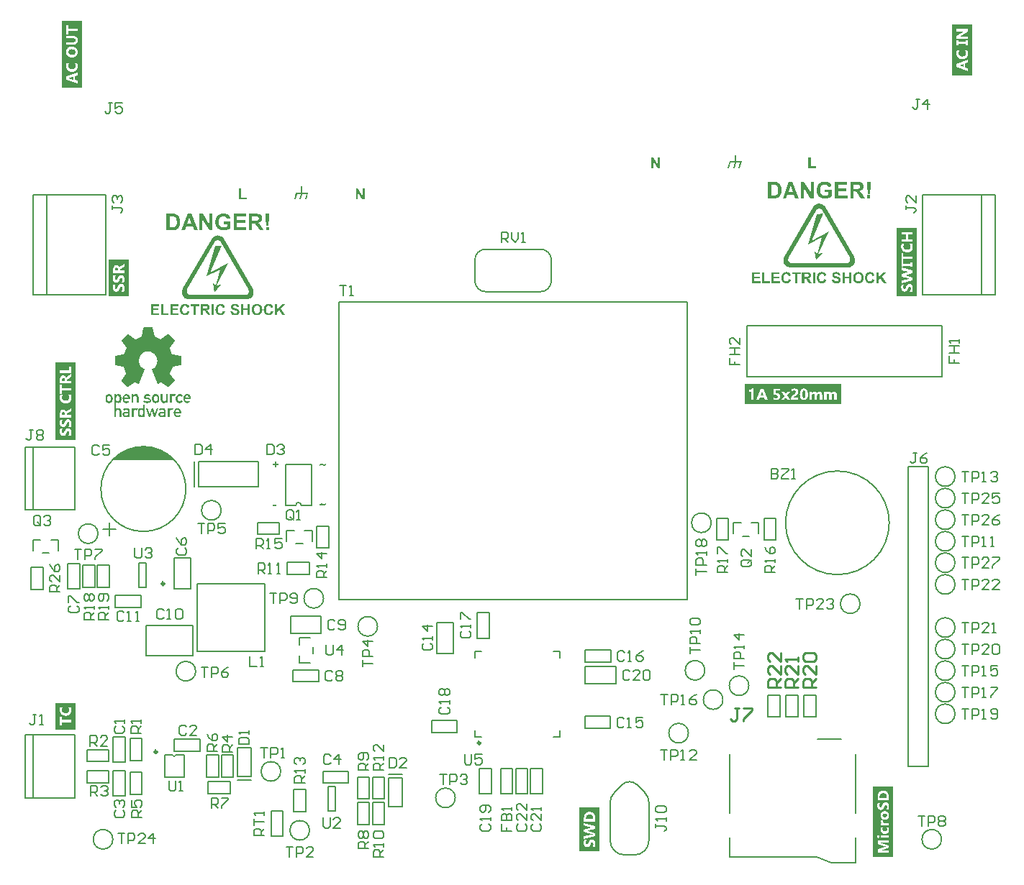
<source format=gto>
G04*
G04 #@! TF.GenerationSoftware,Altium Limited,CircuitStudio,1.5.2 (30)*
G04*
G04 Layer_Color=65535*
%FSLAX44Y44*%
%MOMM*%
G71*
G01*
G75*
%ADD30C,0.2540*%
%ADD50C,0.2000*%
%ADD51C,0.3000*%
%ADD52C,0.2032*%
G36*
X388286Y1087702D02*
X389212Y1087517D01*
X389952Y1087147D01*
X390508Y1086406D01*
X391063Y1085666D01*
X391249Y1084555D01*
Y1077518D01*
X389212D01*
Y1078444D01*
X389027Y1078259D01*
X388656Y1077889D01*
X387730Y1077518D01*
X386619Y1077333D01*
X386064D01*
X384768Y1077703D01*
X384027Y1078074D01*
X383286Y1078814D01*
X382916Y1079555D01*
X382731Y1080666D01*
Y1080851D01*
Y1081222D01*
X383101Y1082148D01*
X383657Y1082703D01*
X384212Y1083259D01*
X385138Y1083444D01*
X386249Y1083629D01*
X389212D01*
Y1084555D01*
Y1084740D01*
X389027Y1085295D01*
X388286Y1085851D01*
X387730Y1086036D01*
X386249D01*
X385508Y1085666D01*
X385138Y1085295D01*
X383472Y1086591D01*
X383657Y1086777D01*
X384212Y1087332D01*
X385323Y1087702D01*
X386064Y1087888D01*
X387730D01*
X388286Y1087702D01*
D02*
G37*
G36*
X379398Y1077518D02*
X377546D01*
X375139Y1084925D01*
X373102Y1077518D01*
X371251D01*
X367918Y1087888D01*
X369954D01*
X372177Y1080666D01*
X374584Y1087888D01*
X376250D01*
X378472Y1080666D01*
X380509Y1087888D01*
X382731D01*
X379398Y1077518D01*
D02*
G37*
G36*
X1161384Y1328546D02*
X1162162Y1328324D01*
X1163051Y1328102D01*
X1164051Y1327657D01*
X1164939Y1327102D01*
X1165939Y1326324D01*
X1166050Y1326213D01*
X1166273Y1325991D01*
X1166828Y1325435D01*
X1166939Y1325324D01*
X1167050Y1325102D01*
X1167495Y1324435D01*
X1201047Y1266330D01*
X1201158Y1266219D01*
X1201269Y1265886D01*
X1201491Y1265219D01*
X1201825Y1264441D01*
X1202047Y1263553D01*
X1202158Y1262442D01*
Y1261331D01*
X1202047Y1260108D01*
Y1259997D01*
X1201936Y1259775D01*
X1201825Y1259331D01*
X1201713Y1258886D01*
Y1258775D01*
X1201602Y1258553D01*
X1201380Y1258220D01*
X1201158Y1257664D01*
X1201047D01*
X1200936Y1257553D01*
X1200714Y1257220D01*
X1200380Y1256664D01*
X1199825Y1256109D01*
X1199158Y1255442D01*
X1198381Y1254776D01*
X1197381Y1254220D01*
X1196270Y1253776D01*
X1196159D01*
X1195825Y1253665D01*
X1195381Y1253554D01*
X1194936D01*
X1194825Y1253443D01*
X1194381D01*
X1193825Y1253331D01*
X1126166D01*
X1125499Y1253443D01*
X1124722Y1253665D01*
X1123722Y1253887D01*
X1122722Y1254331D01*
X1121722Y1254887D01*
X1120722Y1255665D01*
X1120611Y1255776D01*
X1120389Y1255998D01*
X1119833Y1256553D01*
X1119722Y1256664D01*
X1119611Y1256887D01*
X1119166Y1257664D01*
X1119055Y1257775D01*
X1118944Y1258109D01*
X1118722Y1258664D01*
X1118389Y1259442D01*
X1118167Y1260331D01*
X1118055Y1261331D01*
Y1262442D01*
X1118167Y1263664D01*
Y1263775D01*
X1118278Y1264108D01*
X1118389Y1264553D01*
X1118500Y1264886D01*
Y1264997D01*
X1118611Y1265219D01*
X1118833Y1265552D01*
X1119055Y1265997D01*
Y1266108D01*
Y1266219D01*
X1119166D01*
X1152607Y1324213D01*
Y1324324D01*
X1152830Y1324546D01*
X1153274Y1325213D01*
X1154163Y1326213D01*
X1155163Y1327102D01*
X1155385Y1327213D01*
X1155829Y1327435D01*
X1155940Y1327546D01*
X1156163Y1327657D01*
X1156607Y1327879D01*
X1157051Y1328102D01*
X1157718Y1328324D01*
X1158496Y1328435D01*
X1159273Y1328657D01*
X1160718D01*
X1161384Y1328546D01*
D02*
G37*
G36*
X406432Y1087702D02*
X407173Y1087332D01*
X407914Y1086777D01*
X408654Y1086036D01*
X409210Y1085110D01*
X409395Y1083629D01*
Y1081777D01*
X402914D01*
Y1081592D01*
Y1081407D01*
X403284Y1080481D01*
X403840Y1079555D01*
X404395Y1079370D01*
X405136Y1079185D01*
X405506D01*
X406062Y1079370D01*
X406802Y1079740D01*
X407543Y1080296D01*
X409210Y1079000D01*
X408839Y1078814D01*
X408099Y1078259D01*
X406988Y1077518D01*
X405506Y1077333D01*
X404766D01*
X404025Y1077703D01*
X403099Y1078074D01*
X402173Y1078629D01*
X401433Y1079555D01*
X400877Y1080851D01*
X400692Y1082703D01*
Y1082888D01*
Y1083444D01*
X400877Y1084370D01*
X401247Y1085295D01*
X401803Y1086221D01*
X402544Y1087147D01*
X403470Y1087702D01*
X404951Y1087888D01*
X405691D01*
X406432Y1087702D01*
D02*
G37*
G36*
X346068D02*
X346809Y1087517D01*
X347549Y1087147D01*
X348290Y1086406D01*
X348846Y1085666D01*
X349031Y1084555D01*
Y1077518D01*
X346809D01*
Y1078444D01*
X346624Y1078259D01*
X346253Y1077889D01*
X345513Y1077518D01*
X344216Y1077333D01*
X343661D01*
X342365Y1077703D01*
X341624Y1078074D01*
X341069Y1078814D01*
X340698Y1079555D01*
X340513Y1080666D01*
Y1080851D01*
Y1081222D01*
X340883Y1082148D01*
X341439Y1082703D01*
X341994Y1083259D01*
X342920Y1083444D01*
X344031Y1083629D01*
X346809D01*
Y1084555D01*
Y1084740D01*
X346624Y1085295D01*
X345883Y1085851D01*
X345513Y1086036D01*
X344031D01*
X343291Y1085666D01*
X342550Y1085295D01*
X341069Y1086591D01*
X341254Y1086777D01*
X341994Y1087332D01*
X343105Y1087702D01*
X344587Y1087888D01*
X345327D01*
X346068Y1087702D01*
D02*
G37*
G36*
X357548Y1087517D02*
X358474Y1087147D01*
X356808Y1085295D01*
X356623Y1085480D01*
X356437Y1085666D01*
X355882Y1085851D01*
X355326Y1086036D01*
X354956D01*
X354400Y1085666D01*
X353845Y1085110D01*
X353475Y1084370D01*
Y1083629D01*
Y1077518D01*
X351438D01*
Y1087888D01*
X353475D01*
Y1086777D01*
X353660Y1086962D01*
X354215Y1087332D01*
X354956Y1087702D01*
X356067Y1087888D01*
X356808D01*
X357548Y1087517D01*
D02*
G37*
G36*
X326070Y1104367D02*
X326996Y1103997D01*
X327737Y1103256D01*
X327922Y1103071D01*
X328292Y1102331D01*
X328662Y1101034D01*
X328848Y1099183D01*
Y1098998D01*
Y1098812D01*
X328662Y1097701D01*
X328477Y1096405D01*
X327737Y1095294D01*
X327551Y1095109D01*
X326996Y1094554D01*
X326070Y1093998D01*
X324774Y1093813D01*
X324404D01*
X323663Y1093998D01*
X322552Y1094369D01*
X321441Y1095294D01*
X321256Y1095480D01*
X321071Y1096220D01*
X320700Y1097516D01*
X320515Y1099183D01*
Y1099368D01*
Y1099553D01*
X320700Y1100664D01*
X320886Y1101960D01*
X321441Y1103256D01*
X321626Y1103442D01*
X322367Y1103997D01*
X323293Y1104367D01*
X324774Y1104553D01*
X325144D01*
X326070Y1104367D01*
D02*
G37*
G36*
X346253D02*
X346994Y1103997D01*
X347735Y1103442D01*
X348475Y1102701D01*
X349031Y1101775D01*
X349216Y1100294D01*
Y1098257D01*
X342550D01*
Y1098072D01*
Y1097887D01*
X342920Y1096961D01*
X343661Y1096035D01*
X344216Y1095850D01*
X344957Y1095665D01*
X345327D01*
X345883Y1095850D01*
X346624Y1096220D01*
X347364Y1096961D01*
X349031Y1095480D01*
X348660Y1095294D01*
X347920Y1094739D01*
X346624Y1093998D01*
X345142Y1093813D01*
X344402D01*
X343661Y1094183D01*
X342920Y1094554D01*
X341994Y1095109D01*
X341254Y1096035D01*
X340698Y1097331D01*
X340513Y1099183D01*
Y1099368D01*
Y1100109D01*
X340698Y1100849D01*
X341069Y1101960D01*
X341624Y1102886D01*
X342365Y1103812D01*
X343291Y1104367D01*
X344772Y1104553D01*
X345513D01*
X346253Y1104367D01*
D02*
G37*
G36*
X399951Y1087517D02*
X400692Y1087147D01*
X399025Y1085295D01*
X398840Y1085480D01*
X398655Y1085666D01*
X398100Y1085851D01*
X397729Y1086036D01*
X397359D01*
X396804Y1085666D01*
X396063Y1085110D01*
X395878Y1084370D01*
X395693Y1083629D01*
Y1077518D01*
X393656D01*
Y1087888D01*
X395693D01*
Y1086777D01*
X395878Y1086962D01*
X396433Y1087332D01*
X397359Y1087702D01*
X398655Y1087888D01*
X399211D01*
X399951Y1087517D01*
D02*
G37*
G36*
X292788Y1464897D02*
X269045D01*
Y1543688D01*
X292788D01*
Y1464897D01*
D02*
G37*
G36*
X366807Y1077518D02*
X364585D01*
Y1078444D01*
X364399Y1078259D01*
X363844Y1077889D01*
X363103Y1077518D01*
X361992Y1077333D01*
X361622D01*
X360881Y1077518D01*
X359955Y1077889D01*
X359215Y1078629D01*
X359030Y1078814D01*
X358844Y1079370D01*
X358659Y1079926D01*
Y1080666D01*
X358474Y1081592D01*
Y1082703D01*
Y1082888D01*
Y1083259D01*
X358659Y1084555D01*
X358844Y1085851D01*
X359030Y1086406D01*
X359215Y1086777D01*
X359400Y1086962D01*
X359770Y1087332D01*
X360696Y1087702D01*
X361992Y1087888D01*
X362178D01*
X362918Y1087702D01*
X363659Y1087517D01*
X364585Y1086777D01*
Y1092147D01*
X366807D01*
Y1077518D01*
D02*
G37*
G36*
X1153763Y1335000D02*
X1149876D01*
X1142075Y1347660D01*
Y1335000D01*
X1138494D01*
Y1354211D01*
X1142242D01*
X1150182Y1341274D01*
Y1354211D01*
X1153763D01*
Y1335000D01*
D02*
G37*
G36*
X1220476Y1349686D02*
X1219532Y1339969D01*
X1217422D01*
X1216478Y1349686D01*
Y1354211D01*
X1220476D01*
Y1349686D01*
D02*
G37*
G36*
X972684Y1370500D02*
X970092D01*
X964889Y1378944D01*
Y1370500D01*
X962500D01*
Y1383313D01*
X965000D01*
X970295Y1374685D01*
Y1383313D01*
X972684D01*
Y1370500D01*
D02*
G37*
G36*
X1167283Y1354545D02*
X1167589Y1354517D01*
X1167950Y1354489D01*
X1168338Y1354461D01*
X1168755Y1354378D01*
X1169643Y1354211D01*
X1170559Y1353934D01*
X1171031Y1353767D01*
X1171475Y1353573D01*
X1171892Y1353351D01*
X1172280Y1353073D01*
X1172308Y1353045D01*
X1172364Y1353018D01*
X1172475Y1352907D01*
X1172614Y1352796D01*
X1172780Y1352657D01*
X1172947Y1352462D01*
X1173141Y1352240D01*
X1173363Y1351991D01*
X1173585Y1351713D01*
X1173807Y1351407D01*
X1174029Y1351074D01*
X1174224Y1350686D01*
X1174446Y1350297D01*
X1174613Y1349881D01*
X1174779Y1349409D01*
X1174890Y1348937D01*
X1171031Y1348215D01*
Y1348243D01*
X1171003Y1348270D01*
X1170948Y1348437D01*
X1170837Y1348687D01*
X1170670Y1349020D01*
X1170476Y1349381D01*
X1170198Y1349742D01*
X1169865Y1350103D01*
X1169476Y1350436D01*
X1169421Y1350464D01*
X1169282Y1350575D01*
X1169032Y1350713D01*
X1168727Y1350852D01*
X1168310Y1351019D01*
X1167839Y1351130D01*
X1167311Y1351241D01*
X1166700Y1351269D01*
X1166450D01*
X1166284Y1351241D01*
X1166062Y1351213D01*
X1165812Y1351185D01*
X1165534Y1351130D01*
X1165229Y1351074D01*
X1164590Y1350880D01*
X1164257Y1350741D01*
X1163924Y1350575D01*
X1163591Y1350380D01*
X1163258Y1350186D01*
X1162952Y1349908D01*
X1162647Y1349631D01*
X1162619Y1349603D01*
X1162591Y1349547D01*
X1162508Y1349464D01*
X1162425Y1349325D01*
X1162314Y1349159D01*
X1162175Y1348964D01*
X1162036Y1348714D01*
X1161925Y1348437D01*
X1161786Y1348104D01*
X1161647Y1347743D01*
X1161509Y1347354D01*
X1161398Y1346938D01*
X1161314Y1346466D01*
X1161231Y1345938D01*
X1161203Y1345411D01*
X1161176Y1344828D01*
Y1344800D01*
Y1344689D01*
Y1344495D01*
X1161203Y1344273D01*
X1161231Y1343967D01*
X1161259Y1343662D01*
X1161314Y1343273D01*
X1161370Y1342885D01*
X1161536Y1342052D01*
X1161814Y1341191D01*
X1161981Y1340775D01*
X1162175Y1340386D01*
X1162425Y1339997D01*
X1162675Y1339664D01*
X1162702Y1339636D01*
X1162758Y1339581D01*
X1162841Y1339498D01*
X1162952Y1339386D01*
X1163119Y1339275D01*
X1163286Y1339109D01*
X1163508Y1338970D01*
X1163757Y1338803D01*
X1164035Y1338637D01*
X1164313Y1338498D01*
X1165007Y1338220D01*
X1165395Y1338109D01*
X1165784Y1338026D01*
X1166228Y1337971D01*
X1166673Y1337943D01*
X1166895D01*
X1167117Y1337971D01*
X1167450Y1337998D01*
X1167811Y1338054D01*
X1168227Y1338137D01*
X1168671Y1338248D01*
X1169116Y1338415D01*
X1169143D01*
X1169171Y1338443D01*
X1169310Y1338498D01*
X1169560Y1338609D01*
X1169837Y1338748D01*
X1170171Y1338914D01*
X1170531Y1339109D01*
X1170892Y1339331D01*
X1171226Y1339581D01*
Y1342052D01*
X1166784D01*
Y1345300D01*
X1175140D01*
Y1337582D01*
X1175084Y1337526D01*
X1175001Y1337471D01*
X1174918Y1337388D01*
X1174779Y1337276D01*
X1174640Y1337165D01*
X1174252Y1336888D01*
X1173724Y1336582D01*
X1173113Y1336221D01*
X1172419Y1335861D01*
X1171586Y1335527D01*
X1171559D01*
X1171475Y1335500D01*
X1171364Y1335444D01*
X1171198Y1335389D01*
X1170976Y1335333D01*
X1170726Y1335250D01*
X1170448Y1335167D01*
X1170143Y1335083D01*
X1169449Y1334917D01*
X1168644Y1334778D01*
X1167811Y1334667D01*
X1166922Y1334639D01*
X1166617D01*
X1166423Y1334667D01*
X1166145D01*
X1165840Y1334695D01*
X1165507Y1334750D01*
X1165118Y1334806D01*
X1164313Y1334944D01*
X1163424Y1335167D01*
X1162508Y1335472D01*
X1162092Y1335666D01*
X1161647Y1335888D01*
X1161620Y1335916D01*
X1161564Y1335944D01*
X1161425Y1336027D01*
X1161287Y1336138D01*
X1161092Y1336249D01*
X1160898Y1336416D01*
X1160648Y1336610D01*
X1160398Y1336832D01*
X1159843Y1337332D01*
X1159288Y1337971D01*
X1158760Y1338692D01*
X1158288Y1339525D01*
Y1339553D01*
X1158233Y1339636D01*
X1158177Y1339775D01*
X1158122Y1339942D01*
X1158038Y1340164D01*
X1157927Y1340414D01*
X1157844Y1340719D01*
X1157733Y1341052D01*
X1157622Y1341413D01*
X1157539Y1341830D01*
X1157344Y1342690D01*
X1157233Y1343634D01*
X1157178Y1344661D01*
Y1344689D01*
Y1344800D01*
Y1344967D01*
X1157206Y1345161D01*
Y1345439D01*
X1157233Y1345744D01*
X1157289Y1346077D01*
X1157344Y1346466D01*
X1157483Y1347271D01*
X1157705Y1348187D01*
X1158011Y1349103D01*
X1158205Y1349547D01*
X1158427Y1349992D01*
X1158455Y1350019D01*
X1158483Y1350103D01*
X1158566Y1350214D01*
X1158649Y1350380D01*
X1158788Y1350575D01*
X1158955Y1350797D01*
X1159149Y1351046D01*
X1159343Y1351324D01*
X1159593Y1351602D01*
X1159871Y1351907D01*
X1160176Y1352213D01*
X1160509Y1352518D01*
X1160870Y1352796D01*
X1161231Y1353101D01*
X1162092Y1353601D01*
X1162120D01*
X1162175Y1353656D01*
X1162286Y1353684D01*
X1162425Y1353767D01*
X1162619Y1353823D01*
X1162813Y1353906D01*
X1163091Y1353989D01*
X1163369Y1354100D01*
X1163674Y1354184D01*
X1164035Y1354267D01*
X1164424Y1354350D01*
X1164812Y1354433D01*
X1165701Y1354545D01*
X1166700Y1354572D01*
X1167033D01*
X1167283Y1354545D01*
D02*
G37*
G36*
X1150092Y1372666D02*
X1156536D01*
Y1370500D01*
X1147500D01*
Y1383221D01*
X1150092D01*
Y1372666D01*
D02*
G37*
G36*
X1062265Y1378597D02*
X1068929D01*
X1066846Y1370544D01*
X1065111D01*
X1066800Y1376885D01*
X1062242D01*
X1060553Y1370544D01*
X1058794D01*
X1060506Y1376885D01*
X1055925D01*
X1054235Y1370544D01*
X1052500D01*
X1054583Y1378597D01*
X1060529D01*
Y1385886D01*
X1062265D01*
Y1378597D01*
D02*
G37*
G36*
X1136412Y1335000D02*
X1132220D01*
X1130554Y1339359D01*
X1122836D01*
X1121254Y1335000D01*
X1117145D01*
X1124585Y1354211D01*
X1128694D01*
X1136412Y1335000D01*
D02*
G37*
G36*
X1107622Y1354184D02*
X1108150Y1354156D01*
X1108733Y1354128D01*
X1109343Y1354045D01*
X1109927Y1353962D01*
X1110454Y1353823D01*
X1110482D01*
X1110537Y1353795D01*
X1110621Y1353767D01*
X1110732Y1353739D01*
X1111065Y1353601D01*
X1111453Y1353406D01*
X1111898Y1353156D01*
X1112397Y1352851D01*
X1112869Y1352490D01*
X1113341Y1352046D01*
X1113369D01*
X1113397Y1351991D01*
X1113536Y1351824D01*
X1113758Y1351546D01*
X1114008Y1351185D01*
X1114313Y1350741D01*
X1114618Y1350214D01*
X1114924Y1349603D01*
X1115174Y1348937D01*
Y1348909D01*
X1115201Y1348853D01*
X1115229Y1348742D01*
X1115285Y1348604D01*
X1115312Y1348437D01*
X1115368Y1348215D01*
X1115423Y1347965D01*
X1115507Y1347687D01*
X1115562Y1347382D01*
X1115618Y1347021D01*
X1115673Y1346660D01*
X1115701Y1346244D01*
X1115784Y1345383D01*
X1115812Y1344411D01*
Y1344384D01*
Y1344300D01*
Y1344189D01*
Y1344023D01*
X1115784Y1343801D01*
Y1343578D01*
X1115757Y1343301D01*
X1115729Y1342995D01*
X1115673Y1342357D01*
X1115562Y1341691D01*
X1115396Y1340997D01*
X1115201Y1340330D01*
Y1340303D01*
X1115174Y1340247D01*
X1115118Y1340136D01*
X1115062Y1339969D01*
X1115007Y1339803D01*
X1114896Y1339608D01*
X1114674Y1339109D01*
X1114396Y1338581D01*
X1114035Y1337998D01*
X1113619Y1337443D01*
X1113147Y1336916D01*
X1113091Y1336860D01*
X1112953Y1336749D01*
X1112730Y1336582D01*
X1112425Y1336360D01*
X1112037Y1336111D01*
X1111592Y1335861D01*
X1111037Y1335611D01*
X1110426Y1335389D01*
X1110398D01*
X1110371Y1335361D01*
X1110287D01*
X1110204Y1335333D01*
X1109899Y1335278D01*
X1109510Y1335194D01*
X1109038Y1335111D01*
X1108455Y1335056D01*
X1107761Y1335028D01*
X1107011Y1335000D01*
X1099738D01*
Y1354211D01*
X1107400D01*
X1107622Y1354184D01*
D02*
G37*
G36*
X1192991Y1350963D02*
X1182636D01*
Y1346716D01*
X1192269D01*
Y1343468D01*
X1182636D01*
Y1338248D01*
X1193352D01*
Y1335000D01*
X1178749D01*
Y1354211D01*
X1192991D01*
Y1350963D01*
D02*
G37*
G36*
X1220337Y1335000D02*
X1216644D01*
Y1338692D01*
X1220337D01*
Y1335000D01*
D02*
G37*
G36*
X1205567Y1354184D02*
X1205873D01*
X1206178Y1354156D01*
X1206539D01*
X1207261Y1354073D01*
X1208010Y1353989D01*
X1208704Y1353851D01*
X1209010Y1353767D01*
X1209287Y1353684D01*
X1209315D01*
X1209343Y1353656D01*
X1209510Y1353573D01*
X1209759Y1353434D01*
X1210093Y1353268D01*
X1210453Y1352990D01*
X1210814Y1352684D01*
X1211175Y1352296D01*
X1211508Y1351824D01*
Y1351796D01*
X1211536Y1351768D01*
X1211592Y1351685D01*
X1211647Y1351602D01*
X1211786Y1351324D01*
X1211953Y1350963D01*
X1212091Y1350519D01*
X1212230Y1350019D01*
X1212341Y1349436D01*
X1212369Y1348826D01*
Y1348798D01*
Y1348742D01*
Y1348604D01*
X1212341Y1348465D01*
Y1348270D01*
X1212314Y1348076D01*
X1212203Y1347576D01*
X1212064Y1346993D01*
X1211842Y1346410D01*
X1211508Y1345800D01*
X1211314Y1345522D01*
X1211092Y1345244D01*
X1211064Y1345217D01*
X1211037Y1345189D01*
X1210953Y1345105D01*
X1210842Y1345022D01*
X1210731Y1344911D01*
X1210564Y1344772D01*
X1210370Y1344633D01*
X1210148Y1344495D01*
X1209898Y1344328D01*
X1209593Y1344189D01*
X1209287Y1344050D01*
X1208954Y1343912D01*
X1208566Y1343773D01*
X1208177Y1343662D01*
X1207760Y1343551D01*
X1207289Y1343468D01*
X1207316D01*
X1207344Y1343440D01*
X1207511Y1343329D01*
X1207733Y1343190D01*
X1208010Y1342995D01*
X1208344Y1342746D01*
X1208677Y1342496D01*
X1209038Y1342190D01*
X1209343Y1341857D01*
X1209371Y1341830D01*
X1209510Y1341691D01*
X1209676Y1341469D01*
X1209926Y1341135D01*
X1210259Y1340719D01*
X1210426Y1340441D01*
X1210620Y1340164D01*
X1210842Y1339858D01*
X1211064Y1339525D01*
X1211314Y1339137D01*
X1211564Y1338748D01*
X1213924Y1335000D01*
X1209260D01*
X1206484Y1339164D01*
X1206456Y1339192D01*
X1206428Y1339275D01*
X1206345Y1339386D01*
X1206234Y1339525D01*
X1206123Y1339692D01*
X1205984Y1339914D01*
X1205678Y1340358D01*
X1205318Y1340858D01*
X1204984Y1341302D01*
X1204679Y1341718D01*
X1204540Y1341857D01*
X1204429Y1341996D01*
X1204401Y1342024D01*
X1204346Y1342079D01*
X1204235Y1342190D01*
X1204096Y1342329D01*
X1203902Y1342440D01*
X1203707Y1342579D01*
X1203485Y1342690D01*
X1203263Y1342801D01*
X1203235D01*
X1203152Y1342829D01*
X1203013Y1342885D01*
X1202791Y1342912D01*
X1202514Y1342968D01*
X1202180Y1342995D01*
X1201792Y1343023D01*
X1200542D01*
Y1335000D01*
X1196656D01*
Y1354211D01*
X1205318D01*
X1205567Y1354184D01*
D02*
G37*
G36*
X380694Y1104367D02*
X381620Y1103997D01*
X382546Y1103256D01*
X382731Y1103071D01*
X383101Y1102331D01*
X383472Y1101034D01*
X383657Y1099183D01*
Y1098998D01*
Y1098812D01*
X383472Y1097701D01*
X383286Y1096405D01*
X382546Y1095294D01*
X382361Y1095109D01*
X381805Y1094554D01*
X380879Y1093998D01*
X379398Y1093813D01*
X379028D01*
X378287Y1093998D01*
X377361Y1094369D01*
X376250Y1095294D01*
X376065Y1095480D01*
X375695Y1096220D01*
X375324Y1097516D01*
X375139Y1099183D01*
Y1099368D01*
Y1099553D01*
X375324Y1100664D01*
X375695Y1102145D01*
X376250Y1103256D01*
X376435Y1103442D01*
X376991Y1103997D01*
X378102Y1104367D01*
X379398Y1104553D01*
X379768D01*
X380694Y1104367D01*
D02*
G37*
G36*
X285288Y1049920D02*
X261545D01*
Y1142086D01*
X285288D01*
Y1049920D01*
D02*
G37*
G36*
X1185967Y1092212D02*
X1072420D01*
Y1116024D01*
X1185967D01*
Y1092212D01*
D02*
G37*
G36*
X552265Y1341847D02*
X558929D01*
X556846Y1333794D01*
X555111D01*
X556800Y1340135D01*
X552242D01*
X550552Y1333794D01*
X548794D01*
X550506Y1340135D01*
X545925D01*
X544235Y1333794D01*
X542500D01*
X544582Y1341847D01*
X550529D01*
Y1349136D01*
X552265D01*
Y1341847D01*
D02*
G37*
G36*
X480092Y1335666D02*
X486536D01*
Y1333500D01*
X477500D01*
Y1346221D01*
X480092D01*
Y1335666D01*
D02*
G37*
G36*
X625184Y1333500D02*
X622592D01*
X617389Y1341944D01*
Y1333500D01*
X615000D01*
Y1346313D01*
X617500D01*
X622795Y1337685D01*
Y1346313D01*
X625184D01*
Y1333500D01*
D02*
G37*
G36*
X579563Y1020842D02*
X579548Y1020828D01*
X579506Y1020786D01*
X579436Y1020729D01*
X579337Y1020645D01*
X579210Y1020546D01*
X579069Y1020447D01*
X578900Y1020349D01*
X578703Y1020236D01*
X578675Y1020222D01*
X578604Y1020193D01*
X578491Y1020151D01*
X578350Y1020109D01*
X578181Y1020052D01*
X577984Y1020010D01*
X577786Y1019982D01*
X577561Y1019968D01*
X577448D01*
X577363Y1019982D01*
X577265D01*
X577152Y1019996D01*
X576912Y1020038D01*
X576898D01*
X576856Y1020052D01*
X576771Y1020081D01*
X576673Y1020123D01*
X576532Y1020165D01*
X576363Y1020236D01*
X576151Y1020306D01*
X575911Y1020405D01*
X575897D01*
X575869Y1020419D01*
X575813Y1020447D01*
X575742Y1020475D01*
X575658Y1020503D01*
X575559Y1020546D01*
X575334Y1020630D01*
X575080Y1020715D01*
X574812Y1020786D01*
X574544Y1020842D01*
X574304Y1020856D01*
X574220D01*
X574149Y1020842D01*
X574065Y1020828D01*
X573966Y1020814D01*
X573726Y1020743D01*
X573459Y1020630D01*
X573303Y1020560D01*
X573148Y1020475D01*
X572993Y1020377D01*
X572824Y1020250D01*
X572669Y1020109D01*
X572500Y1019954D01*
Y1021688D01*
X572514Y1021702D01*
X572542Y1021730D01*
X572585Y1021772D01*
X572655Y1021829D01*
X572725Y1021899D01*
X572824Y1021970D01*
X572937Y1022054D01*
X573064Y1022139D01*
X573346Y1022308D01*
X573684Y1022449D01*
X573853Y1022505D01*
X574051Y1022548D01*
X574248Y1022576D01*
X574459Y1022590D01*
X574614D01*
X574713Y1022576D01*
X574840D01*
X574967Y1022562D01*
X575235Y1022505D01*
X575249D01*
X575305Y1022491D01*
X575390Y1022463D01*
X575531Y1022421D01*
X575700Y1022364D01*
X575925Y1022280D01*
X576193Y1022181D01*
X576503Y1022054D01*
X576518D01*
X576546Y1022040D01*
X576588Y1022026D01*
X576659Y1021998D01*
X576814Y1021941D01*
X576997Y1021885D01*
X577208Y1021815D01*
X577420Y1021758D01*
X577603Y1021716D01*
X577744Y1021702D01*
X577814D01*
X577885Y1021716D01*
X577984Y1021730D01*
X578111Y1021758D01*
X578251Y1021786D01*
X578421Y1021843D01*
X578590Y1021913D01*
X578618Y1021927D01*
X578675Y1021955D01*
X578773Y1022012D01*
X578900Y1022082D01*
X579041Y1022195D01*
X579210Y1022308D01*
X579379Y1022463D01*
X579563Y1022632D01*
Y1020842D01*
D02*
G37*
G36*
X285288Y708920D02*
X261545D01*
Y740738D01*
X285288D01*
Y708920D01*
D02*
G37*
G36*
X901788Y565620D02*
X878045D01*
Y617523D01*
X901788D01*
Y565620D01*
D02*
G37*
G36*
X521757Y1022181D02*
X524323D01*
Y1020433D01*
X521757D01*
Y1017910D01*
X520051D01*
Y1020433D01*
X517500D01*
Y1022181D01*
X520051D01*
Y1024705D01*
X521757D01*
Y1022181D01*
D02*
G37*
G36*
X579563Y973842D02*
X579548Y973828D01*
X579506Y973785D01*
X579436Y973729D01*
X579337Y973644D01*
X579210Y973546D01*
X579069Y973447D01*
X578900Y973348D01*
X578703Y973236D01*
X578675Y973222D01*
X578604Y973193D01*
X578491Y973151D01*
X578350Y973109D01*
X578181Y973053D01*
X577984Y973010D01*
X577786Y972982D01*
X577561Y972968D01*
X577448D01*
X577363Y972982D01*
X577265D01*
X577152Y972996D01*
X576912Y973038D01*
X576898D01*
X576856Y973053D01*
X576771Y973081D01*
X576673Y973123D01*
X576532Y973165D01*
X576363Y973236D01*
X576151Y973306D01*
X575911Y973405D01*
X575897D01*
X575869Y973419D01*
X575813Y973447D01*
X575742Y973475D01*
X575658Y973504D01*
X575559Y973546D01*
X575334Y973630D01*
X575080Y973715D01*
X574812Y973785D01*
X574544Y973842D01*
X574304Y973856D01*
X574220D01*
X574149Y973842D01*
X574065Y973828D01*
X573966Y973814D01*
X573726Y973743D01*
X573459Y973630D01*
X573303Y973560D01*
X573148Y973475D01*
X572993Y973377D01*
X572824Y973250D01*
X572669Y973109D01*
X572500Y972954D01*
Y974688D01*
X572514Y974702D01*
X572542Y974730D01*
X572585Y974772D01*
X572655Y974829D01*
X572725Y974899D01*
X572824Y974970D01*
X572937Y975054D01*
X573064Y975139D01*
X573346Y975308D01*
X573684Y975449D01*
X573853Y975505D01*
X574051Y975548D01*
X574248Y975576D01*
X574459Y975590D01*
X574614D01*
X574713Y975576D01*
X574840D01*
X574967Y975562D01*
X575235Y975505D01*
X575249D01*
X575305Y975491D01*
X575390Y975463D01*
X575531Y975421D01*
X575700Y975364D01*
X575925Y975280D01*
X576193Y975181D01*
X576503Y975054D01*
X576518D01*
X576546Y975040D01*
X576588Y975026D01*
X576659Y974998D01*
X576814Y974941D01*
X576997Y974885D01*
X577208Y974815D01*
X577420Y974758D01*
X577603Y974716D01*
X577744Y974702D01*
X577814D01*
X577885Y974716D01*
X577984Y974730D01*
X578111Y974758D01*
X578251Y974786D01*
X578421Y974843D01*
X578590Y974913D01*
X578618Y974927D01*
X578675Y974956D01*
X578773Y975012D01*
X578900Y975082D01*
X579041Y975195D01*
X579210Y975308D01*
X579379Y975463D01*
X579563Y975632D01*
Y973842D01*
D02*
G37*
G36*
X521179Y972108D02*
X517500D01*
Y973983D01*
X521179D01*
Y972108D01*
D02*
G37*
G36*
X1275288Y1219920D02*
X1251545D01*
Y1300239D01*
X1275288D01*
Y1219920D01*
D02*
G37*
G36*
X409210Y1104367D02*
X410321Y1103812D01*
X411617Y1102886D01*
X409950Y1101405D01*
X409765Y1101590D01*
X409395Y1101960D01*
X408839Y1102331D01*
X407914Y1102516D01*
X407543D01*
X406617Y1102145D01*
X406062Y1101775D01*
X405506Y1101034D01*
X405321Y1100294D01*
X405136Y1099183D01*
Y1098998D01*
Y1098627D01*
X405506Y1097701D01*
X405877Y1096961D01*
X406247Y1096590D01*
X406988Y1096220D01*
X407914Y1096035D01*
X408099D01*
X408654Y1096220D01*
X409210Y1096590D01*
X409950Y1097146D01*
X411617Y1095665D01*
X411432Y1095294D01*
X410691Y1094739D01*
X409395Y1094183D01*
X407914Y1093813D01*
X407173D01*
X406432Y1094183D01*
X405506Y1094554D01*
X404580Y1095109D01*
X403840Y1096035D01*
X403284Y1097331D01*
X403099Y1099183D01*
Y1099368D01*
Y1100109D01*
X403284Y1100849D01*
X403655Y1101960D01*
X404210Y1102886D01*
X405136Y1103812D01*
X406247Y1104367D01*
X407914Y1104553D01*
X408284D01*
X409210Y1104367D01*
D02*
G37*
G36*
X393841Y1093998D02*
X391804D01*
Y1094924D01*
X391619Y1094739D01*
X391063Y1094369D01*
X390138Y1093998D01*
X389212Y1093813D01*
X388656D01*
X387360Y1094183D01*
X386619Y1094739D01*
X386064Y1095294D01*
X385694Y1096220D01*
X385508Y1097331D01*
Y1104553D01*
X387730D01*
Y1098257D01*
Y1097887D01*
X388101Y1097146D01*
X388656Y1096405D01*
X389212Y1096220D01*
X389952Y1096035D01*
X390323D01*
X390878Y1096405D01*
X391434Y1096961D01*
X391804Y1097516D01*
Y1098257D01*
Y1104553D01*
X393841D01*
Y1093998D01*
D02*
G37*
G36*
X1340288Y1479897D02*
X1316545D01*
Y1539390D01*
X1340288D01*
Y1479897D01*
D02*
G37*
G36*
X417727Y1104367D02*
X418653Y1103997D01*
X419394Y1103442D01*
X420135Y1102701D01*
X420690Y1101775D01*
X420875Y1100294D01*
Y1098257D01*
X414209D01*
Y1098072D01*
Y1097887D01*
X414580Y1096961D01*
X415320Y1096035D01*
X415876Y1095850D01*
X416801Y1095665D01*
X416987D01*
X417542Y1095850D01*
X418283Y1096220D01*
X418838Y1096961D01*
X420505Y1095480D01*
X420135Y1095294D01*
X419394Y1094739D01*
X418283Y1093998D01*
X416801Y1093813D01*
X416061D01*
X415320Y1094183D01*
X414394Y1094554D01*
X413469Y1095109D01*
X412728Y1096035D01*
X412172Y1097331D01*
X411987Y1099183D01*
Y1099368D01*
Y1100109D01*
X412172Y1100849D01*
X412543Y1101960D01*
X413098Y1102886D01*
X413839Y1103812D01*
X414765Y1104367D01*
X416246Y1104553D01*
X416987D01*
X417727Y1104367D01*
D02*
G37*
G36*
X371065D02*
X372362Y1103997D01*
X373658Y1103071D01*
X372362Y1101590D01*
X371991Y1101775D01*
X371251Y1102145D01*
X370325Y1102331D01*
X369584Y1102516D01*
X369214D01*
X368658Y1102331D01*
X368103Y1102145D01*
X367733Y1101405D01*
Y1101220D01*
X367918Y1101034D01*
X368288Y1100664D01*
X369029Y1100479D01*
X371065Y1100294D01*
X371251D01*
X371621Y1100109D01*
X372547Y1099738D01*
X373658Y1098812D01*
X373843Y1098072D01*
X374028Y1097146D01*
Y1096961D01*
Y1096590D01*
X373843Y1096035D01*
X373473Y1095480D01*
X372917Y1094924D01*
X372177Y1094369D01*
X371065Y1093998D01*
X369584Y1093813D01*
X369214D01*
X368103Y1093998D01*
X366622Y1094554D01*
X365140Y1095665D01*
X366436Y1097146D01*
X366622Y1096961D01*
X367362Y1096405D01*
X368473Y1095850D01*
X369769Y1095665D01*
X370140D01*
X370880Y1095850D01*
X371621Y1096220D01*
X371991Y1096590D01*
Y1097146D01*
Y1097331D01*
X371806Y1097516D01*
X371436Y1097887D01*
X370510Y1098257D01*
X368473D01*
X368288Y1098442D01*
X367177Y1098812D01*
X366251Y1099738D01*
X365881Y1100479D01*
X365696Y1101405D01*
Y1101590D01*
Y1101960D01*
X366251Y1103071D01*
X366622Y1103627D01*
X367362Y1103997D01*
X368288Y1104367D01*
X369584Y1104553D01*
X369954D01*
X371065Y1104367D01*
D02*
G37*
G36*
X402544Y1104182D02*
X403284Y1103812D01*
X401618Y1101775D01*
Y1101960D01*
X401247Y1102145D01*
X400877Y1102331D01*
X400507Y1102516D01*
X400136D01*
X399581Y1102331D01*
X398840Y1101590D01*
X398655Y1101034D01*
X398470Y1100294D01*
Y1093998D01*
X396248D01*
Y1104553D01*
X398470D01*
Y1103256D01*
X398655Y1103442D01*
X399025Y1103997D01*
X399951Y1104367D01*
X401247Y1104553D01*
X401803D01*
X402544Y1104182D01*
D02*
G37*
G36*
X375880Y1182693D02*
Y1182322D01*
X377917Y1172508D01*
Y1172323D01*
X378102Y1172138D01*
X378287Y1171953D01*
X384953Y1169175D01*
X385508D01*
X393841Y1175101D01*
X394211D01*
X394582Y1174916D01*
X401618Y1168064D01*
Y1167879D01*
Y1167694D01*
Y1167509D01*
Y1167324D01*
X396063Y1158991D01*
Y1158621D01*
Y1158436D01*
Y1158251D01*
X399025Y1151400D01*
Y1151214D01*
X399211Y1151029D01*
X399581D01*
X409025Y1149363D01*
X409210D01*
X409395Y1149178D01*
Y1148807D01*
Y1138994D01*
Y1138808D01*
X409210Y1138623D01*
X409025Y1138438D01*
X399766Y1136586D01*
X399581D01*
X399396Y1136401D01*
Y1136031D01*
X396248Y1128809D01*
Y1128624D01*
Y1128439D01*
Y1128254D01*
Y1128069D01*
X401618Y1120292D01*
Y1119921D01*
Y1119736D01*
X394582Y1112700D01*
X394396Y1112515D01*
X394211D01*
X393841Y1112700D01*
X386249Y1117885D01*
X385508D01*
X382361Y1116033D01*
X381990D01*
X381805Y1116218D01*
X374769Y1133068D01*
Y1133253D01*
X374954Y1133809D01*
X375880Y1134179D01*
X376065Y1134364D01*
X376250Y1134549D01*
X376435Y1134735D01*
X376620Y1134920D01*
X377176Y1135290D01*
X378102Y1136031D01*
X379028Y1136957D01*
X379768Y1138253D01*
X380694Y1139734D01*
X381250Y1141586D01*
X381435Y1143623D01*
Y1143808D01*
Y1144363D01*
X381250Y1145289D01*
X381064Y1146400D01*
X380694Y1147511D01*
X380139Y1148807D01*
X379398Y1150103D01*
X378287Y1151400D01*
X378102Y1151585D01*
X377732Y1151955D01*
X376991Y1152511D01*
X376065Y1153066D01*
X374954Y1153622D01*
X373658Y1154177D01*
X372177Y1154547D01*
X370510Y1154733D01*
X369769D01*
X368843Y1154547D01*
X367918Y1154362D01*
X366622Y1153992D01*
X365325Y1153251D01*
X364029Y1152511D01*
X362733Y1151400D01*
X362548Y1151214D01*
X362178Y1150844D01*
X361807Y1150103D01*
X361252Y1149178D01*
X360511Y1148067D01*
X360141Y1146770D01*
X359770Y1145289D01*
X359585Y1143623D01*
Y1143438D01*
Y1142697D01*
X359770Y1141586D01*
X360141Y1140290D01*
X360881Y1138808D01*
X361622Y1137327D01*
X362918Y1136031D01*
X364585Y1134735D01*
X364770Y1134549D01*
X364955Y1134364D01*
X365140D01*
Y1134179D01*
X366066Y1133809D01*
X366251Y1133624D01*
Y1133068D01*
X359400Y1116218D01*
X359215D01*
X358659Y1116033D01*
X355326Y1117885D01*
X354771D01*
X347179Y1112700D01*
X346994Y1112515D01*
X346809D01*
X346438Y1112700D01*
X339217Y1119736D01*
Y1119921D01*
Y1120107D01*
Y1120292D01*
X344772Y1128069D01*
Y1128254D01*
Y1128439D01*
Y1128624D01*
Y1128809D01*
X341624Y1136031D01*
Y1136216D01*
Y1136401D01*
X341439Y1136586D01*
X341254D01*
X331995Y1138438D01*
X331810D01*
X331625Y1138623D01*
Y1138994D01*
Y1148807D01*
Y1148992D01*
Y1149178D01*
X331810Y1149363D01*
X331995D01*
X341439Y1151029D01*
X341624D01*
X342180Y1151400D01*
X344957Y1158251D01*
Y1158436D01*
Y1158621D01*
Y1158806D01*
Y1158991D01*
X339217Y1167324D01*
Y1167509D01*
Y1167694D01*
Y1167879D01*
Y1168064D01*
X346438Y1174916D01*
X346624Y1175101D01*
X347179D01*
X355326Y1169175D01*
X356067D01*
X362733Y1171953D01*
X362918D01*
X363103Y1172138D01*
Y1172508D01*
X365140Y1182322D01*
Y1182507D01*
Y1182693D01*
X365325Y1182878D01*
X375695D01*
X375880Y1182693D01*
D02*
G37*
G36*
X357733Y1104182D02*
X358289Y1103627D01*
X358844Y1103071D01*
X359215Y1102145D01*
X359400Y1100849D01*
Y1093998D01*
X357363D01*
Y1100294D01*
Y1100479D01*
Y1100664D01*
X357178Y1101405D01*
X356437Y1102145D01*
X355882Y1102516D01*
X354771D01*
X354215Y1102331D01*
X353475Y1101590D01*
X353289Y1101034D01*
X353104Y1100294D01*
Y1093998D01*
X350882D01*
Y1104553D01*
X353104D01*
Y1103256D01*
X353289Y1103442D01*
X353660Y1103997D01*
X354586Y1104367D01*
X355882Y1104553D01*
X356437D01*
X357733Y1104182D01*
D02*
G37*
G36*
X336439Y1104367D02*
X337550Y1103997D01*
X338476Y1103256D01*
X338661Y1103071D01*
X338847Y1102331D01*
X339032Y1101034D01*
Y1099183D01*
Y1098998D01*
Y1098627D01*
Y1097516D01*
X338847Y1096220D01*
X338661Y1095665D01*
X338476Y1095294D01*
X338291Y1095109D01*
X337550Y1094554D01*
X336625Y1093998D01*
X335514Y1093813D01*
X335328D01*
X334773Y1093998D01*
X333847Y1094369D01*
X332736Y1094924D01*
Y1086777D01*
X332921Y1086962D01*
X333292Y1087332D01*
X334217Y1087702D01*
X335514Y1087888D01*
X336069D01*
X337365Y1087517D01*
X337921Y1086962D01*
X338476Y1086406D01*
X338847Y1085480D01*
X339032Y1084370D01*
Y1077518D01*
X336995D01*
Y1083629D01*
Y1083814D01*
Y1083999D01*
X336810Y1084925D01*
X336069Y1085666D01*
X335514Y1085851D01*
X334773Y1086036D01*
X334403D01*
X333847Y1085666D01*
X333106Y1085110D01*
X332921Y1084370D01*
X332736Y1083629D01*
Y1077518D01*
X330885D01*
Y1104553D01*
X332736D01*
Y1103256D01*
X332921Y1103442D01*
X333477Y1103997D01*
X334403Y1104367D01*
X335514Y1104553D01*
X335884D01*
X336439Y1104367D01*
D02*
G37*
G36*
X347788Y1219920D02*
X324045D01*
Y1262845D01*
X347788D01*
Y1219920D01*
D02*
G37*
G36*
X453884Y1291046D02*
X454662Y1290824D01*
X455551Y1290602D01*
X456551Y1290157D01*
X457440Y1289602D01*
X458439Y1288824D01*
X458551Y1288713D01*
X458773Y1288491D01*
X459328Y1287935D01*
X459439Y1287824D01*
X459551Y1287602D01*
X459995Y1286935D01*
X493547Y1228830D01*
X493658Y1228719D01*
X493769Y1228386D01*
X493991Y1227719D01*
X494325Y1226941D01*
X494547Y1226053D01*
X494658Y1224942D01*
Y1223831D01*
X494547Y1222608D01*
Y1222497D01*
X494436Y1222275D01*
X494325Y1221831D01*
X494213Y1221386D01*
Y1221275D01*
X494102Y1221053D01*
X493880Y1220720D01*
X493658Y1220164D01*
X493547D01*
X493436Y1220053D01*
X493214Y1219720D01*
X492880Y1219164D01*
X492325Y1218609D01*
X491658Y1217942D01*
X490881Y1217276D01*
X489881Y1216720D01*
X488770Y1216276D01*
X488659D01*
X488325Y1216165D01*
X487881Y1216054D01*
X487436D01*
X487325Y1215943D01*
X486881D01*
X486325Y1215831D01*
X418666D01*
X417999Y1215943D01*
X417221Y1216165D01*
X416222Y1216387D01*
X415222Y1216831D01*
X414222Y1217387D01*
X413222Y1218165D01*
X413111Y1218276D01*
X412889Y1218498D01*
X412333Y1219053D01*
X412222Y1219164D01*
X412111Y1219387D01*
X411666Y1220164D01*
X411555Y1220275D01*
X411444Y1220609D01*
X411222Y1221164D01*
X410889Y1221942D01*
X410667Y1222831D01*
X410555Y1223831D01*
Y1224942D01*
X410667Y1226164D01*
Y1226275D01*
X410778Y1226608D01*
X410889Y1227053D01*
X411000Y1227386D01*
Y1227497D01*
X411111Y1227719D01*
X411333Y1228052D01*
X411555Y1228497D01*
Y1228608D01*
Y1228719D01*
X411666D01*
X445107Y1286713D01*
Y1286824D01*
X445330Y1287046D01*
X445774Y1287713D01*
X446663Y1288713D01*
X447663Y1289602D01*
X447885Y1289713D01*
X448329Y1289935D01*
X448441Y1290046D01*
X448663Y1290157D01*
X449107Y1290379D01*
X449552Y1290602D01*
X450218Y1290824D01*
X450996Y1290935D01*
X451773Y1291157D01*
X453218D01*
X453884Y1291046D01*
D02*
G37*
G36*
X526414Y1205314D02*
X531506Y1197500D01*
X528154D01*
X524618Y1203518D01*
X522525Y1201370D01*
Y1197500D01*
X519933D01*
Y1210313D01*
X522525D01*
Y1204610D01*
X527784Y1210313D01*
X531265D01*
X526414Y1205314D01*
D02*
G37*
G36*
X459783Y1317045D02*
X460089Y1317017D01*
X460450Y1316989D01*
X460838Y1316961D01*
X461255Y1316878D01*
X462143Y1316711D01*
X463059Y1316434D01*
X463531Y1316267D01*
X463975Y1316073D01*
X464392Y1315851D01*
X464781Y1315573D01*
X464808Y1315545D01*
X464864Y1315518D01*
X464975Y1315407D01*
X465114Y1315296D01*
X465280Y1315157D01*
X465447Y1314962D01*
X465641Y1314740D01*
X465863Y1314491D01*
X466085Y1314213D01*
X466307Y1313907D01*
X466530Y1313574D01*
X466724Y1313186D01*
X466946Y1312797D01*
X467113Y1312381D01*
X467279Y1311909D01*
X467390Y1311437D01*
X463531Y1310715D01*
Y1310743D01*
X463503Y1310770D01*
X463448Y1310937D01*
X463337Y1311187D01*
X463170Y1311520D01*
X462976Y1311881D01*
X462698Y1312242D01*
X462365Y1312603D01*
X461977Y1312936D01*
X461921Y1312964D01*
X461782Y1313075D01*
X461532Y1313213D01*
X461227Y1313352D01*
X460811Y1313519D01*
X460339Y1313630D01*
X459811Y1313741D01*
X459200Y1313769D01*
X458950D01*
X458784Y1313741D01*
X458562Y1313713D01*
X458312Y1313685D01*
X458034Y1313630D01*
X457729Y1313574D01*
X457090Y1313380D01*
X456757Y1313241D01*
X456424Y1313075D01*
X456091Y1312880D01*
X455758Y1312686D01*
X455452Y1312408D01*
X455147Y1312131D01*
X455119Y1312103D01*
X455092Y1312047D01*
X455008Y1311964D01*
X454925Y1311825D01*
X454814Y1311659D01*
X454675Y1311464D01*
X454536Y1311214D01*
X454425Y1310937D01*
X454286Y1310604D01*
X454148Y1310243D01*
X454009Y1309854D01*
X453898Y1309438D01*
X453814Y1308966D01*
X453731Y1308438D01*
X453703Y1307911D01*
X453676Y1307328D01*
Y1307300D01*
Y1307189D01*
Y1306995D01*
X453703Y1306773D01*
X453731Y1306467D01*
X453759Y1306162D01*
X453814Y1305773D01*
X453870Y1305385D01*
X454036Y1304552D01*
X454314Y1303691D01*
X454481Y1303275D01*
X454675Y1302886D01*
X454925Y1302497D01*
X455175Y1302164D01*
X455202Y1302136D01*
X455258Y1302081D01*
X455341Y1301998D01*
X455452Y1301886D01*
X455619Y1301775D01*
X455785Y1301609D01*
X456008Y1301470D01*
X456258Y1301303D01*
X456535Y1301137D01*
X456813Y1300998D01*
X457507Y1300720D01*
X457896Y1300609D01*
X458284Y1300526D01*
X458728Y1300471D01*
X459173Y1300443D01*
X459395D01*
X459617Y1300471D01*
X459950Y1300498D01*
X460311Y1300554D01*
X460727Y1300637D01*
X461171Y1300748D01*
X461616Y1300915D01*
X461643D01*
X461671Y1300943D01*
X461810Y1300998D01*
X462060Y1301109D01*
X462337Y1301248D01*
X462671Y1301414D01*
X463032Y1301609D01*
X463392Y1301831D01*
X463726Y1302081D01*
Y1304552D01*
X459284D01*
Y1307800D01*
X467640D01*
Y1300082D01*
X467584Y1300026D01*
X467501Y1299971D01*
X467418Y1299888D01*
X467279Y1299776D01*
X467140Y1299665D01*
X466752Y1299388D01*
X466224Y1299082D01*
X465613Y1298721D01*
X464919Y1298361D01*
X464086Y1298027D01*
X464059D01*
X463975Y1298000D01*
X463864Y1297944D01*
X463698Y1297889D01*
X463476Y1297833D01*
X463226Y1297750D01*
X462948Y1297667D01*
X462643Y1297583D01*
X461949Y1297417D01*
X461144Y1297278D01*
X460311Y1297167D01*
X459422Y1297139D01*
X459117D01*
X458923Y1297167D01*
X458645D01*
X458340Y1297195D01*
X458007Y1297250D01*
X457618Y1297306D01*
X456813Y1297444D01*
X455924Y1297667D01*
X455008Y1297972D01*
X454592Y1298166D01*
X454148Y1298388D01*
X454120Y1298416D01*
X454064Y1298444D01*
X453926Y1298527D01*
X453787Y1298638D01*
X453592Y1298749D01*
X453398Y1298916D01*
X453148Y1299110D01*
X452898Y1299332D01*
X452343Y1299832D01*
X451788Y1300471D01*
X451260Y1301192D01*
X450788Y1302025D01*
Y1302053D01*
X450733Y1302136D01*
X450677Y1302275D01*
X450622Y1302442D01*
X450538Y1302664D01*
X450427Y1302914D01*
X450344Y1303219D01*
X450233Y1303552D01*
X450122Y1303913D01*
X450039Y1304330D01*
X449844Y1305190D01*
X449733Y1306134D01*
X449678Y1307161D01*
Y1307189D01*
Y1307300D01*
Y1307467D01*
X449706Y1307661D01*
Y1307939D01*
X449733Y1308244D01*
X449789Y1308577D01*
X449844Y1308966D01*
X449983Y1309771D01*
X450205Y1310687D01*
X450511Y1311603D01*
X450705Y1312047D01*
X450927Y1312492D01*
X450955Y1312519D01*
X450983Y1312603D01*
X451066Y1312714D01*
X451149Y1312880D01*
X451288Y1313075D01*
X451455Y1313297D01*
X451649Y1313546D01*
X451843Y1313824D01*
X452093Y1314102D01*
X452371Y1314407D01*
X452676Y1314713D01*
X453009Y1315018D01*
X453370Y1315296D01*
X453731Y1315601D01*
X454592Y1316101D01*
X454619D01*
X454675Y1316156D01*
X454786Y1316184D01*
X454925Y1316267D01*
X455119Y1316323D01*
X455314Y1316406D01*
X455591Y1316489D01*
X455869Y1316600D01*
X456174Y1316684D01*
X456535Y1316767D01*
X456924Y1316850D01*
X457312Y1316933D01*
X458201Y1317045D01*
X459200Y1317072D01*
X459533D01*
X459783Y1317045D01*
D02*
G37*
G36*
X414444Y1210536D02*
X414648Y1210517D01*
X414870Y1210480D01*
X415129Y1210443D01*
X415407Y1210387D01*
X415703Y1210313D01*
X416018Y1210221D01*
X416333Y1210110D01*
X416666Y1209962D01*
X416981Y1209814D01*
X417277Y1209628D01*
X417592Y1209406D01*
X417870Y1209165D01*
X417888D01*
X417907Y1209128D01*
X417962Y1209073D01*
X418018Y1209017D01*
X418092Y1208925D01*
X418166Y1208814D01*
X418369Y1208554D01*
X418573Y1208221D01*
X418795Y1207814D01*
X418999Y1207351D01*
X419184Y1206814D01*
X416629Y1206203D01*
Y1206221D01*
X416610Y1206240D01*
Y1206295D01*
X416573Y1206369D01*
X416518Y1206536D01*
X416425Y1206758D01*
X416296Y1207018D01*
X416129Y1207277D01*
X415907Y1207536D01*
X415666Y1207758D01*
X415629Y1207777D01*
X415536Y1207851D01*
X415388Y1207943D01*
X415185Y1208055D01*
X414925Y1208166D01*
X414629Y1208258D01*
X414296Y1208332D01*
X413926Y1208351D01*
X413796D01*
X413685Y1208332D01*
X413574Y1208314D01*
X413426Y1208295D01*
X413111Y1208221D01*
X412741Y1208092D01*
X412352Y1207906D01*
X412148Y1207795D01*
X411963Y1207666D01*
X411778Y1207499D01*
X411611Y1207314D01*
Y1207295D01*
X411574Y1207258D01*
X411537Y1207203D01*
X411481Y1207110D01*
X411407Y1206999D01*
X411333Y1206869D01*
X411259Y1206703D01*
X411185Y1206518D01*
X411092Y1206295D01*
X411018Y1206055D01*
X410944Y1205777D01*
X410870Y1205481D01*
X410815Y1205147D01*
X410778Y1204796D01*
X410759Y1204407D01*
X410741Y1203981D01*
Y1203962D01*
Y1203870D01*
Y1203740D01*
X410759Y1203592D01*
Y1203388D01*
X410796Y1203148D01*
X410815Y1202907D01*
X410852Y1202629D01*
X410963Y1202055D01*
X411111Y1201481D01*
X411204Y1201203D01*
X411333Y1200944D01*
X411463Y1200703D01*
X411611Y1200500D01*
X411629Y1200481D01*
X411648Y1200463D01*
X411704Y1200407D01*
X411778Y1200333D01*
X411963Y1200185D01*
X412222Y1200000D01*
X412537Y1199796D01*
X412926Y1199648D01*
X413370Y1199518D01*
X413611Y1199500D01*
X413870Y1199481D01*
X413963D01*
X414037Y1199500D01*
X414240Y1199518D01*
X414481Y1199555D01*
X414740Y1199648D01*
X415037Y1199759D01*
X415333Y1199907D01*
X415629Y1200129D01*
X415666Y1200166D01*
X415759Y1200259D01*
X415888Y1200407D01*
X416036Y1200629D01*
X416222Y1200926D01*
X416388Y1201277D01*
X416555Y1201703D01*
X416703Y1202203D01*
X419221Y1201425D01*
Y1201407D01*
X419203Y1201333D01*
X419166Y1201222D01*
X419110Y1201074D01*
X419036Y1200907D01*
X418962Y1200703D01*
X418870Y1200481D01*
X418758Y1200240D01*
X418499Y1199741D01*
X418166Y1199222D01*
X417758Y1198722D01*
X417536Y1198500D01*
X417296Y1198296D01*
X417277Y1198278D01*
X417240Y1198259D01*
X417166Y1198204D01*
X417055Y1198130D01*
X416925Y1198055D01*
X416759Y1197981D01*
X416573Y1197889D01*
X416370Y1197796D01*
X416129Y1197685D01*
X415870Y1197593D01*
X415592Y1197518D01*
X415296Y1197444D01*
X414981Y1197370D01*
X414629Y1197315D01*
X414277Y1197296D01*
X413889Y1197278D01*
X413777D01*
X413648Y1197296D01*
X413463Y1197315D01*
X413259Y1197333D01*
X413000Y1197370D01*
X412722Y1197426D01*
X412407Y1197500D01*
X412092Y1197593D01*
X411759Y1197704D01*
X411407Y1197852D01*
X411055Y1198018D01*
X410704Y1198204D01*
X410352Y1198444D01*
X410019Y1198704D01*
X409704Y1199018D01*
X409685Y1199037D01*
X409630Y1199092D01*
X409556Y1199203D01*
X409445Y1199333D01*
X409333Y1199518D01*
X409185Y1199722D01*
X409037Y1199981D01*
X408889Y1200277D01*
X408741Y1200592D01*
X408593Y1200944D01*
X408445Y1201351D01*
X408334Y1201777D01*
X408222Y1202222D01*
X408148Y1202722D01*
X408093Y1203240D01*
X408074Y1203796D01*
Y1203814D01*
Y1203833D01*
Y1203944D01*
X408093Y1204110D01*
Y1204333D01*
X408130Y1204592D01*
X408167Y1204907D01*
X408204Y1205240D01*
X408278Y1205629D01*
X408371Y1206018D01*
X408482Y1206425D01*
X408611Y1206832D01*
X408778Y1207258D01*
X408963Y1207666D01*
X409185Y1208055D01*
X409426Y1208425D01*
X409722Y1208777D01*
X409741Y1208795D01*
X409796Y1208851D01*
X409889Y1208943D01*
X410019Y1209054D01*
X410185Y1209184D01*
X410389Y1209332D01*
X410611Y1209499D01*
X410889Y1209665D01*
X411185Y1209832D01*
X411500Y1209999D01*
X411870Y1210147D01*
X412241Y1210276D01*
X412666Y1210387D01*
X413092Y1210480D01*
X413574Y1210536D01*
X414055Y1210554D01*
X414277D01*
X414444Y1210536D01*
D02*
G37*
G36*
X490399Y1197500D02*
X487807D01*
Y1203111D01*
X482752D01*
Y1197500D01*
X480159D01*
Y1210313D01*
X482752D01*
Y1205277D01*
X487807D01*
Y1210313D01*
X490399D01*
Y1197500D01*
D02*
G37*
G36*
X406093Y1208147D02*
X399186D01*
Y1205314D01*
X405612D01*
Y1203148D01*
X399186D01*
Y1199666D01*
X406334D01*
Y1197500D01*
X396594D01*
Y1210313D01*
X406093D01*
Y1208147D01*
D02*
G37*
G36*
X388299Y1199666D02*
X394742D01*
Y1197500D01*
X385706D01*
Y1210221D01*
X388299D01*
Y1199666D01*
D02*
G37*
G36*
X430720Y1208147D02*
X426943D01*
Y1197500D01*
X424350D01*
Y1208147D01*
X420555D01*
Y1210313D01*
X430720D01*
Y1208147D01*
D02*
G37*
G36*
X447830Y1197500D02*
X445237D01*
Y1210313D01*
X447830D01*
Y1197500D01*
D02*
G37*
G36*
X438349Y1210295D02*
X438553D01*
X438756Y1210276D01*
X438997D01*
X439478Y1210221D01*
X439978Y1210165D01*
X440441Y1210073D01*
X440645Y1210017D01*
X440830Y1209962D01*
X440849D01*
X440867Y1209943D01*
X440978Y1209888D01*
X441145Y1209795D01*
X441367Y1209684D01*
X441608Y1209499D01*
X441849Y1209295D01*
X442089Y1209036D01*
X442312Y1208721D01*
Y1208702D01*
X442330Y1208684D01*
X442367Y1208628D01*
X442404Y1208573D01*
X442497Y1208388D01*
X442608Y1208147D01*
X442700Y1207851D01*
X442793Y1207517D01*
X442867Y1207129D01*
X442886Y1206721D01*
Y1206703D01*
Y1206666D01*
Y1206573D01*
X442867Y1206480D01*
Y1206351D01*
X442849Y1206221D01*
X442774Y1205888D01*
X442682Y1205499D01*
X442534Y1205110D01*
X442312Y1204703D01*
X442182Y1204518D01*
X442034Y1204333D01*
X442015Y1204314D01*
X441997Y1204296D01*
X441941Y1204240D01*
X441867Y1204184D01*
X441793Y1204110D01*
X441682Y1204018D01*
X441552Y1203925D01*
X441404Y1203833D01*
X441237Y1203722D01*
X441034Y1203629D01*
X440830Y1203536D01*
X440608Y1203444D01*
X440349Y1203351D01*
X440089Y1203277D01*
X439812Y1203203D01*
X439497Y1203148D01*
X439515D01*
X439534Y1203129D01*
X439645Y1203055D01*
X439793Y1202962D01*
X439978Y1202833D01*
X440201Y1202666D01*
X440423Y1202499D01*
X440663Y1202296D01*
X440867Y1202074D01*
X440886Y1202055D01*
X440978Y1201963D01*
X441089Y1201814D01*
X441256Y1201592D01*
X441478Y1201314D01*
X441589Y1201129D01*
X441719Y1200944D01*
X441867Y1200740D01*
X442015Y1200518D01*
X442182Y1200259D01*
X442349Y1200000D01*
X443923Y1197500D01*
X440812D01*
X438960Y1200277D01*
X438941Y1200296D01*
X438923Y1200351D01*
X438867Y1200426D01*
X438793Y1200518D01*
X438719Y1200629D01*
X438627Y1200777D01*
X438423Y1201074D01*
X438182Y1201407D01*
X437960Y1201703D01*
X437756Y1201981D01*
X437664Y1202074D01*
X437590Y1202166D01*
X437571Y1202185D01*
X437534Y1202222D01*
X437460Y1202296D01*
X437368Y1202388D01*
X437238Y1202462D01*
X437108Y1202555D01*
X436960Y1202629D01*
X436812Y1202703D01*
X436794D01*
X436738Y1202722D01*
X436645Y1202759D01*
X436497Y1202777D01*
X436312Y1202814D01*
X436090Y1202833D01*
X435831Y1202851D01*
X434997D01*
Y1197500D01*
X432405D01*
Y1210313D01*
X438182D01*
X438349Y1210295D01*
D02*
G37*
G36*
X498067Y1316684D02*
X498373D01*
X498678Y1316656D01*
X499039D01*
X499761Y1316573D01*
X500510Y1316489D01*
X501204Y1316351D01*
X501510Y1316267D01*
X501787Y1316184D01*
X501815D01*
X501843Y1316156D01*
X502010Y1316073D01*
X502259Y1315934D01*
X502593Y1315768D01*
X502953Y1315490D01*
X503314Y1315184D01*
X503675Y1314796D01*
X504008Y1314324D01*
Y1314296D01*
X504036Y1314268D01*
X504092Y1314185D01*
X504147Y1314102D01*
X504286Y1313824D01*
X504453Y1313463D01*
X504591Y1313019D01*
X504730Y1312519D01*
X504841Y1311936D01*
X504869Y1311326D01*
Y1311298D01*
Y1311242D01*
Y1311104D01*
X504841Y1310965D01*
Y1310770D01*
X504814Y1310576D01*
X504702Y1310076D01*
X504564Y1309493D01*
X504342Y1308910D01*
X504008Y1308300D01*
X503814Y1308022D01*
X503592Y1307744D01*
X503564Y1307717D01*
X503536Y1307689D01*
X503453Y1307605D01*
X503342Y1307522D01*
X503231Y1307411D01*
X503065Y1307272D01*
X502870Y1307133D01*
X502648Y1306995D01*
X502398Y1306828D01*
X502093Y1306689D01*
X501787Y1306550D01*
X501454Y1306412D01*
X501066Y1306273D01*
X500677Y1306162D01*
X500261Y1306051D01*
X499789Y1305968D01*
X499816D01*
X499844Y1305940D01*
X500011Y1305829D01*
X500233Y1305690D01*
X500510Y1305495D01*
X500844Y1305246D01*
X501177Y1304996D01*
X501538Y1304690D01*
X501843Y1304357D01*
X501871Y1304330D01*
X502010Y1304191D01*
X502176Y1303969D01*
X502426Y1303635D01*
X502759Y1303219D01*
X502926Y1302941D01*
X503120Y1302664D01*
X503342Y1302358D01*
X503564Y1302025D01*
X503814Y1301637D01*
X504064Y1301248D01*
X506424Y1297500D01*
X501760D01*
X498983Y1301664D01*
X498956Y1301692D01*
X498928Y1301775D01*
X498845Y1301886D01*
X498734Y1302025D01*
X498623Y1302192D01*
X498484Y1302414D01*
X498178Y1302858D01*
X497817Y1303358D01*
X497484Y1303802D01*
X497179Y1304218D01*
X497040Y1304357D01*
X496929Y1304496D01*
X496901Y1304524D01*
X496846Y1304579D01*
X496735Y1304690D01*
X496596Y1304829D01*
X496402Y1304940D01*
X496207Y1305079D01*
X495985Y1305190D01*
X495763Y1305301D01*
X495735D01*
X495652Y1305329D01*
X495513Y1305385D01*
X495291Y1305412D01*
X495014Y1305468D01*
X494680Y1305495D01*
X494292Y1305523D01*
X493042D01*
Y1297500D01*
X489156D01*
Y1316711D01*
X497817D01*
X498067Y1316684D01*
D02*
G37*
G36*
X485491Y1313463D02*
X475136D01*
Y1309216D01*
X484769D01*
Y1305968D01*
X475136D01*
Y1300748D01*
X485852D01*
Y1297500D01*
X471249D01*
Y1316711D01*
X485491D01*
Y1313463D01*
D02*
G37*
G36*
X512837Y1297500D02*
X509145D01*
Y1301192D01*
X512837D01*
Y1297500D01*
D02*
G37*
G36*
X446263D02*
X442376D01*
X434575Y1310160D01*
Y1297500D01*
X430994D01*
Y1316711D01*
X434742D01*
X442682Y1303774D01*
Y1316711D01*
X446263D01*
Y1297500D01*
D02*
G37*
G36*
X512976Y1312186D02*
X512032Y1302469D01*
X509922D01*
X508978Y1312186D01*
Y1316711D01*
X512976D01*
Y1312186D01*
D02*
G37*
G36*
X512915Y1210536D02*
X513119Y1210517D01*
X513341Y1210480D01*
X513600Y1210443D01*
X513878Y1210387D01*
X514174Y1210313D01*
X514489Y1210221D01*
X514804Y1210110D01*
X515137Y1209962D01*
X515452Y1209814D01*
X515748Y1209628D01*
X516063Y1209406D01*
X516341Y1209165D01*
X516359D01*
X516378Y1209128D01*
X516433Y1209073D01*
X516489Y1209017D01*
X516563Y1208925D01*
X516637Y1208814D01*
X516841Y1208554D01*
X517044Y1208221D01*
X517267Y1207814D01*
X517470Y1207351D01*
X517656Y1206814D01*
X515100Y1206203D01*
Y1206221D01*
X515082Y1206240D01*
Y1206295D01*
X515045Y1206369D01*
X514989Y1206536D01*
X514897Y1206758D01*
X514767Y1207018D01*
X514600Y1207277D01*
X514378Y1207536D01*
X514137Y1207758D01*
X514100Y1207777D01*
X514008Y1207851D01*
X513860Y1207943D01*
X513656Y1208055D01*
X513397Y1208166D01*
X513101Y1208258D01*
X512767Y1208332D01*
X512397Y1208351D01*
X512267D01*
X512156Y1208332D01*
X512045Y1208314D01*
X511897Y1208295D01*
X511582Y1208221D01*
X511212Y1208092D01*
X510823Y1207906D01*
X510619Y1207795D01*
X510434Y1207666D01*
X510249Y1207499D01*
X510082Y1207314D01*
Y1207295D01*
X510045Y1207258D01*
X510008Y1207203D01*
X509953Y1207110D01*
X509879Y1206999D01*
X509804Y1206869D01*
X509730Y1206703D01*
X509656Y1206518D01*
X509564Y1206295D01*
X509490Y1206055D01*
X509416Y1205777D01*
X509342Y1205481D01*
X509286Y1205147D01*
X509249Y1204796D01*
X509230Y1204407D01*
X509212Y1203981D01*
Y1203962D01*
Y1203870D01*
Y1203740D01*
X509230Y1203592D01*
Y1203388D01*
X509268Y1203148D01*
X509286Y1202907D01*
X509323Y1202629D01*
X509434Y1202055D01*
X509582Y1201481D01*
X509675Y1201203D01*
X509804Y1200944D01*
X509934Y1200703D01*
X510082Y1200500D01*
X510101Y1200481D01*
X510119Y1200463D01*
X510175Y1200407D01*
X510249Y1200333D01*
X510434Y1200185D01*
X510693Y1200000D01*
X511008Y1199796D01*
X511397Y1199648D01*
X511841Y1199518D01*
X512082Y1199500D01*
X512341Y1199481D01*
X512434D01*
X512508Y1199500D01*
X512712Y1199518D01*
X512952Y1199555D01*
X513212Y1199648D01*
X513508Y1199759D01*
X513804Y1199907D01*
X514100Y1200129D01*
X514137Y1200166D01*
X514230Y1200259D01*
X514360Y1200407D01*
X514508Y1200629D01*
X514693Y1200926D01*
X514860Y1201277D01*
X515026Y1201703D01*
X515174Y1202203D01*
X517693Y1201425D01*
Y1201407D01*
X517674Y1201333D01*
X517637Y1201222D01*
X517581Y1201074D01*
X517507Y1200907D01*
X517433Y1200703D01*
X517341Y1200481D01*
X517230Y1200240D01*
X516970Y1199741D01*
X516637Y1199222D01*
X516230Y1198722D01*
X516008Y1198500D01*
X515767Y1198296D01*
X515748Y1198278D01*
X515711Y1198259D01*
X515637Y1198204D01*
X515526Y1198130D01*
X515396Y1198055D01*
X515230Y1197981D01*
X515045Y1197889D01*
X514841Y1197796D01*
X514600Y1197685D01*
X514341Y1197593D01*
X514063Y1197518D01*
X513767Y1197444D01*
X513452Y1197370D01*
X513101Y1197315D01*
X512749Y1197296D01*
X512360Y1197278D01*
X512249D01*
X512119Y1197296D01*
X511934Y1197315D01*
X511730Y1197333D01*
X511471Y1197370D01*
X511193Y1197426D01*
X510878Y1197500D01*
X510564Y1197593D01*
X510230Y1197704D01*
X509879Y1197852D01*
X509527Y1198018D01*
X509175Y1198204D01*
X508823Y1198444D01*
X508490Y1198704D01*
X508175Y1199018D01*
X508157Y1199037D01*
X508101Y1199092D01*
X508027Y1199203D01*
X507916Y1199333D01*
X507805Y1199518D01*
X507657Y1199722D01*
X507509Y1199981D01*
X507360Y1200277D01*
X507212Y1200592D01*
X507064Y1200944D01*
X506916Y1201351D01*
X506805Y1201777D01*
X506694Y1202222D01*
X506620Y1202722D01*
X506564Y1203240D01*
X506546Y1203796D01*
Y1203814D01*
Y1203833D01*
Y1203944D01*
X506564Y1204110D01*
Y1204333D01*
X506601Y1204592D01*
X506638Y1204907D01*
X506675Y1205240D01*
X506749Y1205629D01*
X506842Y1206018D01*
X506953Y1206425D01*
X507083Y1206832D01*
X507249Y1207258D01*
X507434Y1207666D01*
X507657Y1208055D01*
X507897Y1208425D01*
X508194Y1208777D01*
X508212Y1208795D01*
X508268Y1208851D01*
X508360Y1208943D01*
X508490Y1209054D01*
X508657Y1209184D01*
X508860Y1209332D01*
X509082Y1209499D01*
X509360Y1209665D01*
X509656Y1209832D01*
X509971Y1209999D01*
X510341Y1210147D01*
X510712Y1210276D01*
X511138Y1210387D01*
X511564Y1210480D01*
X512045Y1210536D01*
X512527Y1210554D01*
X512749D01*
X512915Y1210536D01*
D02*
G37*
G36*
X456217D02*
X456421Y1210517D01*
X456643Y1210480D01*
X456903Y1210443D01*
X457180Y1210387D01*
X457477Y1210313D01*
X457791Y1210221D01*
X458106Y1210110D01*
X458439Y1209962D01*
X458754Y1209814D01*
X459050Y1209628D01*
X459365Y1209406D01*
X459643Y1209165D01*
X459662D01*
X459680Y1209128D01*
X459736Y1209073D01*
X459791Y1209017D01*
X459865Y1208925D01*
X459939Y1208814D01*
X460143Y1208554D01*
X460347Y1208221D01*
X460569Y1207814D01*
X460773Y1207351D01*
X460958Y1206814D01*
X458402Y1206203D01*
Y1206221D01*
X458384Y1206240D01*
Y1206295D01*
X458347Y1206369D01*
X458291Y1206536D01*
X458199Y1206758D01*
X458069Y1207018D01*
X457902Y1207277D01*
X457680Y1207536D01*
X457440Y1207758D01*
X457402Y1207777D01*
X457310Y1207851D01*
X457162Y1207943D01*
X456958Y1208055D01*
X456699Y1208166D01*
X456403Y1208258D01*
X456069Y1208332D01*
X455699Y1208351D01*
X455569D01*
X455458Y1208332D01*
X455347Y1208314D01*
X455199Y1208295D01*
X454884Y1208221D01*
X454514Y1208092D01*
X454125Y1207906D01*
X453921Y1207795D01*
X453736Y1207666D01*
X453551Y1207499D01*
X453384Y1207314D01*
Y1207295D01*
X453347Y1207258D01*
X453310Y1207203D01*
X453255Y1207110D01*
X453181Y1206999D01*
X453107Y1206869D01*
X453033Y1206703D01*
X452959Y1206518D01*
X452866Y1206295D01*
X452792Y1206055D01*
X452718Y1205777D01*
X452644Y1205481D01*
X452588Y1205147D01*
X452551Y1204796D01*
X452533Y1204407D01*
X452514Y1203981D01*
Y1203962D01*
Y1203870D01*
Y1203740D01*
X452533Y1203592D01*
Y1203388D01*
X452570Y1203148D01*
X452588Y1202907D01*
X452625Y1202629D01*
X452736Y1202055D01*
X452884Y1201481D01*
X452977Y1201203D01*
X453107Y1200944D01*
X453236Y1200703D01*
X453384Y1200500D01*
X453403Y1200481D01*
X453422Y1200463D01*
X453477Y1200407D01*
X453551Y1200333D01*
X453736Y1200185D01*
X453996Y1200000D01*
X454310Y1199796D01*
X454699Y1199648D01*
X455144Y1199518D01*
X455384Y1199500D01*
X455644Y1199481D01*
X455736D01*
X455810Y1199500D01*
X456014Y1199518D01*
X456255Y1199555D01*
X456514Y1199648D01*
X456810Y1199759D01*
X457106Y1199907D01*
X457402Y1200129D01*
X457440Y1200166D01*
X457532Y1200259D01*
X457662Y1200407D01*
X457810Y1200629D01*
X457995Y1200926D01*
X458162Y1201277D01*
X458328Y1201703D01*
X458476Y1202203D01*
X460995Y1201425D01*
Y1201407D01*
X460976Y1201333D01*
X460939Y1201222D01*
X460884Y1201074D01*
X460810Y1200907D01*
X460736Y1200703D01*
X460643Y1200481D01*
X460532Y1200240D01*
X460273Y1199741D01*
X459939Y1199222D01*
X459532Y1198722D01*
X459310Y1198500D01*
X459069Y1198296D01*
X459050Y1198278D01*
X459013Y1198259D01*
X458939Y1198204D01*
X458828Y1198130D01*
X458699Y1198055D01*
X458532Y1197981D01*
X458347Y1197889D01*
X458143Y1197796D01*
X457902Y1197685D01*
X457643Y1197593D01*
X457365Y1197518D01*
X457069Y1197444D01*
X456754Y1197370D01*
X456403Y1197315D01*
X456051Y1197296D01*
X455662Y1197278D01*
X455551D01*
X455421Y1197296D01*
X455236Y1197315D01*
X455032Y1197333D01*
X454773Y1197370D01*
X454495Y1197426D01*
X454181Y1197500D01*
X453866Y1197593D01*
X453533Y1197704D01*
X453181Y1197852D01*
X452829Y1198018D01*
X452477Y1198204D01*
X452125Y1198444D01*
X451792Y1198704D01*
X451477Y1199018D01*
X451459Y1199037D01*
X451403Y1199092D01*
X451329Y1199203D01*
X451218Y1199333D01*
X451107Y1199518D01*
X450959Y1199722D01*
X450811Y1199981D01*
X450662Y1200277D01*
X450514Y1200592D01*
X450366Y1200944D01*
X450218Y1201351D01*
X450107Y1201777D01*
X449996Y1202222D01*
X449922Y1202722D01*
X449866Y1203240D01*
X449848Y1203796D01*
Y1203814D01*
Y1203833D01*
Y1203944D01*
X449866Y1204110D01*
Y1204333D01*
X449903Y1204592D01*
X449940Y1204907D01*
X449977Y1205240D01*
X450051Y1205629D01*
X450144Y1206018D01*
X450255Y1206425D01*
X450385Y1206832D01*
X450551Y1207258D01*
X450737Y1207666D01*
X450959Y1208055D01*
X451199Y1208425D01*
X451496Y1208777D01*
X451514Y1208795D01*
X451570Y1208851D01*
X451662Y1208943D01*
X451792Y1209054D01*
X451959Y1209184D01*
X452162Y1209332D01*
X452384Y1209499D01*
X452662Y1209665D01*
X452959Y1209832D01*
X453273Y1209999D01*
X453644Y1210147D01*
X454014Y1210276D01*
X454440Y1210387D01*
X454866Y1210480D01*
X455347Y1210536D01*
X455829Y1210554D01*
X456051D01*
X456217Y1210536D01*
D02*
G37*
G36*
X473068D02*
X473271Y1210517D01*
X473512Y1210499D01*
X473753Y1210462D01*
X474030Y1210425D01*
X474623Y1210295D01*
X474919Y1210202D01*
X475215Y1210110D01*
X475512Y1209980D01*
X475789Y1209832D01*
X476049Y1209665D01*
X476289Y1209480D01*
X476308Y1209462D01*
X476345Y1209425D01*
X476401Y1209369D01*
X476475Y1209295D01*
X476567Y1209184D01*
X476678Y1209054D01*
X476789Y1208906D01*
X476919Y1208740D01*
X477030Y1208536D01*
X477141Y1208332D01*
X477252Y1208092D01*
X477345Y1207832D01*
X477438Y1207573D01*
X477512Y1207277D01*
X477567Y1206981D01*
X477586Y1206647D01*
X474993Y1206555D01*
Y1206573D01*
Y1206592D01*
X474956Y1206721D01*
X474919Y1206888D01*
X474845Y1207092D01*
X474753Y1207332D01*
X474623Y1207554D01*
X474456Y1207777D01*
X474271Y1207962D01*
X474253Y1207980D01*
X474179Y1208036D01*
X474049Y1208110D01*
X473864Y1208184D01*
X473642Y1208258D01*
X473364Y1208332D01*
X473031Y1208388D01*
X472642Y1208406D01*
X472457D01*
X472253Y1208388D01*
X472012Y1208351D01*
X471734Y1208295D01*
X471438Y1208203D01*
X471160Y1208092D01*
X470901Y1207925D01*
X470883Y1207906D01*
X470846Y1207869D01*
X470771Y1207814D01*
X470698Y1207721D01*
X470623Y1207610D01*
X470549Y1207462D01*
X470512Y1207314D01*
X470494Y1207129D01*
Y1207110D01*
Y1207055D01*
X470512Y1206962D01*
X470549Y1206869D01*
X470586Y1206740D01*
X470642Y1206610D01*
X470734Y1206480D01*
X470864Y1206351D01*
X470883Y1206332D01*
X470975Y1206277D01*
X471031Y1206240D01*
X471123Y1206203D01*
X471216Y1206147D01*
X471345Y1206092D01*
X471494Y1206036D01*
X471660Y1205962D01*
X471864Y1205888D01*
X472068Y1205814D01*
X472327Y1205740D01*
X472605Y1205666D01*
X472901Y1205592D01*
X473234Y1205499D01*
X473253D01*
X473327Y1205481D01*
X473419Y1205462D01*
X473549Y1205425D01*
X473697Y1205388D01*
X473882Y1205332D01*
X474086Y1205277D01*
X474290Y1205221D01*
X474734Y1205073D01*
X475197Y1204925D01*
X475641Y1204759D01*
X475827Y1204666D01*
X476012Y1204573D01*
X476030D01*
X476049Y1204555D01*
X476160Y1204481D01*
X476326Y1204370D01*
X476530Y1204221D01*
X476752Y1204036D01*
X476993Y1203814D01*
X477234Y1203555D01*
X477438Y1203259D01*
X477456Y1203222D01*
X477512Y1203111D01*
X477604Y1202944D01*
X477697Y1202703D01*
X477789Y1202407D01*
X477882Y1202055D01*
X477937Y1201666D01*
X477956Y1201222D01*
Y1201203D01*
Y1201166D01*
Y1201111D01*
Y1201037D01*
X477937Y1200944D01*
X477919Y1200815D01*
X477882Y1200555D01*
X477808Y1200222D01*
X477697Y1199870D01*
X477530Y1199518D01*
X477326Y1199148D01*
Y1199129D01*
X477289Y1199111D01*
X477215Y1199000D01*
X477067Y1198815D01*
X476882Y1198611D01*
X476641Y1198370D01*
X476326Y1198148D01*
X475993Y1197926D01*
X475586Y1197722D01*
X475567D01*
X475530Y1197704D01*
X475475Y1197685D01*
X475382Y1197648D01*
X475271Y1197611D01*
X475141Y1197574D01*
X474993Y1197537D01*
X474827Y1197500D01*
X474623Y1197444D01*
X474419Y1197407D01*
X473938Y1197333D01*
X473401Y1197278D01*
X472808Y1197259D01*
X472568D01*
X472401Y1197278D01*
X472197Y1197296D01*
X471975Y1197315D01*
X471716Y1197352D01*
X471438Y1197407D01*
X470827Y1197537D01*
X470512Y1197630D01*
X470216Y1197722D01*
X469901Y1197852D01*
X469605Y1198000D01*
X469327Y1198167D01*
X469068Y1198370D01*
X469049Y1198389D01*
X469012Y1198426D01*
X468938Y1198481D01*
X468864Y1198574D01*
X468753Y1198704D01*
X468642Y1198852D01*
X468512Y1199018D01*
X468383Y1199203D01*
X468253Y1199426D01*
X468124Y1199666D01*
X467994Y1199944D01*
X467864Y1200240D01*
X467772Y1200555D01*
X467661Y1200907D01*
X467587Y1201277D01*
X467531Y1201666D01*
X470049Y1201907D01*
Y1201888D01*
X470068Y1201851D01*
Y1201777D01*
X470086Y1201703D01*
X470160Y1201481D01*
X470253Y1201203D01*
X470364Y1200889D01*
X470531Y1200574D01*
X470716Y1200296D01*
X470957Y1200037D01*
X470994Y1200018D01*
X471086Y1199944D01*
X471234Y1199852D01*
X471457Y1199741D01*
X471734Y1199629D01*
X472049Y1199537D01*
X472420Y1199463D01*
X472845Y1199444D01*
X473049D01*
X473271Y1199481D01*
X473549Y1199518D01*
X473845Y1199574D01*
X474160Y1199666D01*
X474456Y1199796D01*
X474716Y1199963D01*
X474753Y1199981D01*
X474827Y1200055D01*
X474919Y1200166D01*
X475049Y1200314D01*
X475160Y1200500D01*
X475271Y1200722D01*
X475345Y1200944D01*
X475364Y1201203D01*
Y1201222D01*
Y1201277D01*
X475345Y1201370D01*
X475327Y1201481D01*
X475290Y1201592D01*
X475252Y1201722D01*
X475178Y1201851D01*
X475086Y1201981D01*
X475067Y1202000D01*
X475030Y1202037D01*
X474975Y1202092D01*
X474882Y1202166D01*
X474753Y1202259D01*
X474586Y1202351D01*
X474401Y1202444D01*
X474160Y1202536D01*
X474142D01*
X474067Y1202573D01*
X473938Y1202611D01*
X473845Y1202648D01*
X473734Y1202666D01*
X473605Y1202703D01*
X473456Y1202759D01*
X473290Y1202796D01*
X473105Y1202851D01*
X472882Y1202907D01*
X472642Y1202962D01*
X472383Y1203036D01*
X472086Y1203111D01*
X472068D01*
X471994Y1203129D01*
X471883Y1203166D01*
X471753Y1203203D01*
X471586Y1203259D01*
X471383Y1203314D01*
X471179Y1203388D01*
X470938Y1203462D01*
X470457Y1203648D01*
X469994Y1203870D01*
X469753Y1203981D01*
X469549Y1204110D01*
X469346Y1204240D01*
X469179Y1204370D01*
X469161Y1204388D01*
X469123Y1204425D01*
X469068Y1204481D01*
X468994Y1204555D01*
X468901Y1204666D01*
X468809Y1204796D01*
X468698Y1204925D01*
X468605Y1205092D01*
X468383Y1205481D01*
X468198Y1205925D01*
X468124Y1206166D01*
X468068Y1206406D01*
X468031Y1206684D01*
X468013Y1206962D01*
Y1206981D01*
Y1206999D01*
Y1207055D01*
Y1207129D01*
X468050Y1207314D01*
X468087Y1207554D01*
X468142Y1207832D01*
X468235Y1208147D01*
X468364Y1208480D01*
X468549Y1208795D01*
Y1208814D01*
X468568Y1208832D01*
X468661Y1208943D01*
X468772Y1209091D01*
X468957Y1209277D01*
X469179Y1209480D01*
X469457Y1209702D01*
X469772Y1209906D01*
X470142Y1210091D01*
X470160D01*
X470197Y1210110D01*
X470253Y1210128D01*
X470327Y1210165D01*
X470438Y1210202D01*
X470549Y1210239D01*
X470698Y1210276D01*
X470864Y1210332D01*
X471234Y1210406D01*
X471660Y1210480D01*
X472142Y1210536D01*
X472679Y1210554D01*
X472901D01*
X473068Y1210536D01*
D02*
G37*
G36*
X428912Y1297500D02*
X424720D01*
X423054Y1301859D01*
X415336D01*
X413754Y1297500D01*
X409645D01*
X417085Y1316711D01*
X421194D01*
X428912Y1297500D01*
D02*
G37*
G36*
X400122Y1316684D02*
X400650Y1316656D01*
X401233Y1316628D01*
X401844Y1316545D01*
X402427Y1316462D01*
X402954Y1316323D01*
X402982D01*
X403037Y1316295D01*
X403121Y1316267D01*
X403232Y1316239D01*
X403565Y1316101D01*
X403954Y1315906D01*
X404398Y1315656D01*
X404897Y1315351D01*
X405369Y1314990D01*
X405841Y1314546D01*
X405869D01*
X405897Y1314491D01*
X406036Y1314324D01*
X406258Y1314046D01*
X406508Y1313685D01*
X406813Y1313241D01*
X407118Y1312714D01*
X407424Y1312103D01*
X407674Y1311437D01*
Y1311409D01*
X407701Y1311353D01*
X407729Y1311242D01*
X407785Y1311104D01*
X407812Y1310937D01*
X407868Y1310715D01*
X407924Y1310465D01*
X408007Y1310187D01*
X408062Y1309882D01*
X408118Y1309521D01*
X408173Y1309160D01*
X408201Y1308744D01*
X408284Y1307883D01*
X408312Y1306911D01*
Y1306884D01*
Y1306800D01*
Y1306689D01*
Y1306523D01*
X408284Y1306301D01*
Y1306078D01*
X408257Y1305801D01*
X408229Y1305495D01*
X408173Y1304857D01*
X408062Y1304191D01*
X407896Y1303497D01*
X407701Y1302830D01*
Y1302803D01*
X407674Y1302747D01*
X407618Y1302636D01*
X407563Y1302469D01*
X407507Y1302303D01*
X407396Y1302108D01*
X407174Y1301609D01*
X406896Y1301081D01*
X406535Y1300498D01*
X406119Y1299943D01*
X405647Y1299416D01*
X405592Y1299360D01*
X405453Y1299249D01*
X405231Y1299082D01*
X404925Y1298860D01*
X404537Y1298611D01*
X404092Y1298361D01*
X403537Y1298111D01*
X402926Y1297889D01*
X402898D01*
X402871Y1297861D01*
X402788D01*
X402704Y1297833D01*
X402399Y1297778D01*
X402010Y1297694D01*
X401538Y1297611D01*
X400955Y1297556D01*
X400261Y1297528D01*
X399511Y1297500D01*
X392238D01*
Y1316711D01*
X399900D01*
X400122Y1316684D01*
D02*
G37*
G36*
X383206Y1208147D02*
X376300D01*
Y1205314D01*
X382725D01*
Y1203148D01*
X376300D01*
Y1199666D01*
X383447D01*
Y1197500D01*
X373708D01*
Y1210313D01*
X383206D01*
Y1208147D01*
D02*
G37*
G36*
X1121944Y1248036D02*
X1122148Y1248017D01*
X1122370Y1247980D01*
X1122629Y1247943D01*
X1122907Y1247887D01*
X1123203Y1247813D01*
X1123518Y1247721D01*
X1123833Y1247610D01*
X1124166Y1247462D01*
X1124481Y1247314D01*
X1124777Y1247128D01*
X1125092Y1246906D01*
X1125370Y1246665D01*
X1125388D01*
X1125407Y1246628D01*
X1125462Y1246573D01*
X1125518Y1246517D01*
X1125592Y1246425D01*
X1125666Y1246314D01*
X1125870Y1246054D01*
X1126073Y1245721D01*
X1126295Y1245314D01*
X1126499Y1244851D01*
X1126684Y1244314D01*
X1124129Y1243703D01*
Y1243721D01*
X1124110Y1243740D01*
Y1243795D01*
X1124073Y1243869D01*
X1124018Y1244036D01*
X1123925Y1244258D01*
X1123796Y1244518D01*
X1123629Y1244777D01*
X1123407Y1245036D01*
X1123166Y1245258D01*
X1123129Y1245277D01*
X1123036Y1245351D01*
X1122888Y1245443D01*
X1122685Y1245555D01*
X1122425Y1245666D01*
X1122129Y1245758D01*
X1121796Y1245832D01*
X1121425Y1245851D01*
X1121296D01*
X1121185Y1245832D01*
X1121074Y1245814D01*
X1120926Y1245795D01*
X1120611Y1245721D01*
X1120240Y1245592D01*
X1119852Y1245406D01*
X1119648Y1245295D01*
X1119463Y1245166D01*
X1119278Y1244999D01*
X1119111Y1244814D01*
Y1244795D01*
X1119074Y1244758D01*
X1119037Y1244703D01*
X1118981Y1244610D01*
X1118907Y1244499D01*
X1118833Y1244369D01*
X1118759Y1244203D01*
X1118685Y1244018D01*
X1118593Y1243795D01*
X1118518Y1243555D01*
X1118444Y1243277D01*
X1118370Y1242981D01*
X1118315Y1242647D01*
X1118278Y1242296D01*
X1118259Y1241907D01*
X1118241Y1241481D01*
Y1241462D01*
Y1241370D01*
Y1241240D01*
X1118259Y1241092D01*
Y1240888D01*
X1118296Y1240648D01*
X1118315Y1240407D01*
X1118352Y1240129D01*
X1118463Y1239555D01*
X1118611Y1238981D01*
X1118704Y1238703D01*
X1118833Y1238444D01*
X1118963Y1238203D01*
X1119111Y1238000D01*
X1119129Y1237981D01*
X1119148Y1237963D01*
X1119203Y1237907D01*
X1119278Y1237833D01*
X1119463Y1237685D01*
X1119722Y1237500D01*
X1120037Y1237296D01*
X1120426Y1237148D01*
X1120870Y1237018D01*
X1121111Y1237000D01*
X1121370Y1236981D01*
X1121463D01*
X1121537Y1237000D01*
X1121740Y1237018D01*
X1121981Y1237055D01*
X1122240Y1237148D01*
X1122536Y1237259D01*
X1122833Y1237407D01*
X1123129Y1237629D01*
X1123166Y1237666D01*
X1123259Y1237759D01*
X1123388Y1237907D01*
X1123536Y1238129D01*
X1123722Y1238426D01*
X1123888Y1238777D01*
X1124055Y1239203D01*
X1124203Y1239703D01*
X1126721Y1238925D01*
Y1238907D01*
X1126703Y1238833D01*
X1126666Y1238722D01*
X1126610Y1238574D01*
X1126536Y1238407D01*
X1126462Y1238203D01*
X1126369Y1237981D01*
X1126258Y1237740D01*
X1125999Y1237241D01*
X1125666Y1236722D01*
X1125258Y1236222D01*
X1125036Y1236000D01*
X1124796Y1235796D01*
X1124777Y1235778D01*
X1124740Y1235759D01*
X1124666Y1235704D01*
X1124555Y1235630D01*
X1124425Y1235555D01*
X1124259Y1235481D01*
X1124073Y1235389D01*
X1123870Y1235296D01*
X1123629Y1235185D01*
X1123370Y1235093D01*
X1123092Y1235018D01*
X1122796Y1234944D01*
X1122481Y1234870D01*
X1122129Y1234815D01*
X1121777Y1234796D01*
X1121388Y1234778D01*
X1121277D01*
X1121148Y1234796D01*
X1120963Y1234815D01*
X1120759Y1234833D01*
X1120500Y1234870D01*
X1120222Y1234926D01*
X1119907Y1235000D01*
X1119592Y1235093D01*
X1119259Y1235204D01*
X1118907Y1235352D01*
X1118555Y1235518D01*
X1118204Y1235704D01*
X1117852Y1235944D01*
X1117518Y1236204D01*
X1117204Y1236518D01*
X1117185Y1236537D01*
X1117130Y1236592D01*
X1117056Y1236703D01*
X1116945Y1236833D01*
X1116833Y1237018D01*
X1116685Y1237222D01*
X1116537Y1237481D01*
X1116389Y1237777D01*
X1116241Y1238092D01*
X1116093Y1238444D01*
X1115945Y1238851D01*
X1115834Y1239277D01*
X1115722Y1239722D01*
X1115648Y1240222D01*
X1115593Y1240740D01*
X1115574Y1241296D01*
Y1241314D01*
Y1241333D01*
Y1241444D01*
X1115593Y1241610D01*
Y1241833D01*
X1115630Y1242092D01*
X1115667Y1242407D01*
X1115704Y1242740D01*
X1115778Y1243129D01*
X1115871Y1243518D01*
X1115982Y1243925D01*
X1116111Y1244332D01*
X1116278Y1244758D01*
X1116463Y1245166D01*
X1116685Y1245555D01*
X1116926Y1245925D01*
X1117222Y1246277D01*
X1117241Y1246295D01*
X1117296Y1246351D01*
X1117389Y1246443D01*
X1117518Y1246554D01*
X1117685Y1246684D01*
X1117889Y1246832D01*
X1118111Y1246999D01*
X1118389Y1247165D01*
X1118685Y1247332D01*
X1119000Y1247499D01*
X1119370Y1247647D01*
X1119741Y1247776D01*
X1120166Y1247887D01*
X1120592Y1247980D01*
X1121074Y1248036D01*
X1121555Y1248054D01*
X1121777D01*
X1121944Y1248036D01*
D02*
G37*
G36*
X1145849Y1247795D02*
X1146053D01*
X1146256Y1247776D01*
X1146497D01*
X1146978Y1247721D01*
X1147478Y1247665D01*
X1147941Y1247573D01*
X1148145Y1247517D01*
X1148330Y1247462D01*
X1148349D01*
X1148367Y1247443D01*
X1148478Y1247388D01*
X1148645Y1247295D01*
X1148867Y1247184D01*
X1149108Y1246999D01*
X1149349Y1246795D01*
X1149589Y1246536D01*
X1149811Y1246221D01*
Y1246202D01*
X1149830Y1246184D01*
X1149867Y1246128D01*
X1149904Y1246073D01*
X1149997Y1245888D01*
X1150108Y1245647D01*
X1150200Y1245351D01*
X1150293Y1245017D01*
X1150367Y1244629D01*
X1150386Y1244221D01*
Y1244203D01*
Y1244166D01*
Y1244073D01*
X1150367Y1243980D01*
Y1243851D01*
X1150348Y1243721D01*
X1150274Y1243388D01*
X1150182Y1242999D01*
X1150034Y1242610D01*
X1149811Y1242203D01*
X1149682Y1242018D01*
X1149534Y1241833D01*
X1149515Y1241814D01*
X1149497Y1241796D01*
X1149441Y1241740D01*
X1149367Y1241684D01*
X1149293Y1241610D01*
X1149182Y1241518D01*
X1149052Y1241425D01*
X1148904Y1241333D01*
X1148737Y1241222D01*
X1148534Y1241129D01*
X1148330Y1241036D01*
X1148108Y1240944D01*
X1147849Y1240851D01*
X1147589Y1240777D01*
X1147312Y1240703D01*
X1146997Y1240648D01*
X1147016D01*
X1147034Y1240629D01*
X1147145Y1240555D01*
X1147293Y1240462D01*
X1147478Y1240333D01*
X1147701Y1240166D01*
X1147923Y1239999D01*
X1148164Y1239796D01*
X1148367Y1239574D01*
X1148386Y1239555D01*
X1148478Y1239463D01*
X1148589Y1239314D01*
X1148756Y1239092D01*
X1148978Y1238814D01*
X1149089Y1238629D01*
X1149219Y1238444D01*
X1149367Y1238240D01*
X1149515Y1238018D01*
X1149682Y1237759D01*
X1149848Y1237500D01*
X1151422Y1235000D01*
X1148312D01*
X1146460Y1237777D01*
X1146441Y1237796D01*
X1146423Y1237852D01*
X1146367Y1237926D01*
X1146293Y1238018D01*
X1146219Y1238129D01*
X1146127Y1238277D01*
X1145923Y1238574D01*
X1145682Y1238907D01*
X1145460Y1239203D01*
X1145256Y1239481D01*
X1145164Y1239574D01*
X1145090Y1239666D01*
X1145071Y1239685D01*
X1145034Y1239722D01*
X1144960Y1239796D01*
X1144867Y1239888D01*
X1144738Y1239962D01*
X1144608Y1240055D01*
X1144460Y1240129D01*
X1144312Y1240203D01*
X1144294D01*
X1144238Y1240222D01*
X1144145Y1240259D01*
X1143997Y1240277D01*
X1143812Y1240314D01*
X1143590Y1240333D01*
X1143331Y1240351D01*
X1142497D01*
Y1235000D01*
X1139905D01*
Y1247813D01*
X1145682D01*
X1145849Y1247795D01*
D02*
G37*
G36*
X1113593Y1245647D02*
X1106686D01*
Y1242814D01*
X1113112D01*
Y1240648D01*
X1106686D01*
Y1237166D01*
X1113834D01*
Y1235000D01*
X1104094D01*
Y1247813D01*
X1113593D01*
Y1245647D01*
D02*
G37*
G36*
X1138220D02*
X1134443D01*
Y1235000D01*
X1131850D01*
Y1245647D01*
X1128055D01*
Y1247813D01*
X1138220D01*
Y1245647D01*
D02*
G37*
G36*
X371903Y1042203D02*
X377845Y1041021D01*
X383581Y1039074D01*
X389014Y1036394D01*
X394051Y1033029D01*
X398605Y1029035D01*
X400000Y1027500D01*
X330000D01*
X332929Y1030428D01*
X332867Y1030491D01*
X332868Y1030492D01*
X336930Y1034054D01*
X341422Y1037056D01*
X346267Y1039445D01*
X351382Y1041181D01*
X356681Y1042235D01*
X362070Y1042589D01*
X365858Y1042500D01*
X365858Y1042599D01*
X365858Y1042599D01*
X371903Y1042203D01*
D02*
G37*
G36*
X1233914Y1242814D02*
X1239006Y1235000D01*
X1235654D01*
X1232118Y1241018D01*
X1230025Y1238870D01*
Y1235000D01*
X1227433D01*
Y1247813D01*
X1230025D01*
Y1242110D01*
X1235284Y1247813D01*
X1238765D01*
X1233914Y1242814D01*
D02*
G37*
G36*
X1197899Y1235000D02*
X1195307D01*
Y1240611D01*
X1190252D01*
Y1235000D01*
X1187659D01*
Y1247813D01*
X1190252D01*
Y1242777D01*
X1195307D01*
Y1247813D01*
X1197899D01*
Y1235000D01*
D02*
G37*
G36*
X1155329D02*
X1152737D01*
Y1247813D01*
X1155329D01*
Y1235000D01*
D02*
G37*
G36*
X1163717Y1248036D02*
X1163921Y1248017D01*
X1164143Y1247980D01*
X1164402Y1247943D01*
X1164680Y1247887D01*
X1164977Y1247813D01*
X1165291Y1247721D01*
X1165606Y1247610D01*
X1165939Y1247462D01*
X1166254Y1247314D01*
X1166551Y1247128D01*
X1166865Y1246906D01*
X1167143Y1246665D01*
X1167161D01*
X1167180Y1246628D01*
X1167236Y1246573D01*
X1167291Y1246517D01*
X1167365Y1246425D01*
X1167439Y1246314D01*
X1167643Y1246054D01*
X1167847Y1245721D01*
X1168069Y1245314D01*
X1168272Y1244851D01*
X1168458Y1244314D01*
X1165902Y1243703D01*
Y1243721D01*
X1165884Y1243740D01*
Y1243795D01*
X1165847Y1243869D01*
X1165791Y1244036D01*
X1165699Y1244258D01*
X1165569Y1244518D01*
X1165402Y1244777D01*
X1165180Y1245036D01*
X1164939Y1245258D01*
X1164902Y1245277D01*
X1164810Y1245351D01*
X1164662Y1245443D01*
X1164458Y1245555D01*
X1164199Y1245666D01*
X1163903Y1245758D01*
X1163569Y1245832D01*
X1163199Y1245851D01*
X1163069D01*
X1162958Y1245832D01*
X1162847Y1245814D01*
X1162699Y1245795D01*
X1162384Y1245721D01*
X1162014Y1245592D01*
X1161625Y1245406D01*
X1161421Y1245295D01*
X1161236Y1245166D01*
X1161051Y1244999D01*
X1160884Y1244814D01*
Y1244795D01*
X1160847Y1244758D01*
X1160810Y1244703D01*
X1160755Y1244610D01*
X1160681Y1244499D01*
X1160607Y1244369D01*
X1160533Y1244203D01*
X1160459Y1244018D01*
X1160366Y1243795D01*
X1160292Y1243555D01*
X1160218Y1243277D01*
X1160144Y1242981D01*
X1160088Y1242647D01*
X1160051Y1242296D01*
X1160033Y1241907D01*
X1160014Y1241481D01*
Y1241462D01*
Y1241370D01*
Y1241240D01*
X1160033Y1241092D01*
Y1240888D01*
X1160070Y1240648D01*
X1160088Y1240407D01*
X1160125Y1240129D01*
X1160236Y1239555D01*
X1160384Y1238981D01*
X1160477Y1238703D01*
X1160607Y1238444D01*
X1160736Y1238203D01*
X1160884Y1238000D01*
X1160903Y1237981D01*
X1160921Y1237963D01*
X1160977Y1237907D01*
X1161051Y1237833D01*
X1161236Y1237685D01*
X1161495Y1237500D01*
X1161810Y1237296D01*
X1162199Y1237148D01*
X1162644Y1237018D01*
X1162884Y1237000D01*
X1163143Y1236981D01*
X1163236D01*
X1163310Y1237000D01*
X1163514Y1237018D01*
X1163755Y1237055D01*
X1164014Y1237148D01*
X1164310Y1237259D01*
X1164606Y1237407D01*
X1164902Y1237629D01*
X1164939Y1237666D01*
X1165032Y1237759D01*
X1165162Y1237907D01*
X1165310Y1238129D01*
X1165495Y1238426D01*
X1165662Y1238777D01*
X1165828Y1239203D01*
X1165976Y1239703D01*
X1168495Y1238925D01*
Y1238907D01*
X1168476Y1238833D01*
X1168439Y1238722D01*
X1168384Y1238574D01*
X1168310Y1238407D01*
X1168235Y1238203D01*
X1168143Y1237981D01*
X1168032Y1237740D01*
X1167773Y1237241D01*
X1167439Y1236722D01*
X1167032Y1236222D01*
X1166810Y1236000D01*
X1166569Y1235796D01*
X1166551Y1235778D01*
X1166513Y1235759D01*
X1166439Y1235704D01*
X1166328Y1235630D01*
X1166199Y1235555D01*
X1166032Y1235481D01*
X1165847Y1235389D01*
X1165643Y1235296D01*
X1165402Y1235185D01*
X1165143Y1235093D01*
X1164865Y1235018D01*
X1164569Y1234944D01*
X1164254Y1234870D01*
X1163903Y1234815D01*
X1163551Y1234796D01*
X1163162Y1234778D01*
X1163051D01*
X1162921Y1234796D01*
X1162736Y1234815D01*
X1162532Y1234833D01*
X1162273Y1234870D01*
X1161995Y1234926D01*
X1161681Y1235000D01*
X1161366Y1235093D01*
X1161032Y1235204D01*
X1160681Y1235352D01*
X1160329Y1235518D01*
X1159977Y1235704D01*
X1159625Y1235944D01*
X1159292Y1236204D01*
X1158977Y1236518D01*
X1158959Y1236537D01*
X1158903Y1236592D01*
X1158829Y1236703D01*
X1158718Y1236833D01*
X1158607Y1237018D01*
X1158459Y1237222D01*
X1158311Y1237481D01*
X1158163Y1237777D01*
X1158014Y1238092D01*
X1157866Y1238444D01*
X1157718Y1238851D01*
X1157607Y1239277D01*
X1157496Y1239722D01*
X1157422Y1240222D01*
X1157366Y1240740D01*
X1157348Y1241296D01*
Y1241314D01*
Y1241333D01*
Y1241444D01*
X1157366Y1241610D01*
Y1241833D01*
X1157403Y1242092D01*
X1157440Y1242407D01*
X1157477Y1242740D01*
X1157551Y1243129D01*
X1157644Y1243518D01*
X1157755Y1243925D01*
X1157885Y1244332D01*
X1158051Y1244758D01*
X1158236Y1245166D01*
X1158459Y1245555D01*
X1158699Y1245925D01*
X1158996Y1246277D01*
X1159014Y1246295D01*
X1159070Y1246351D01*
X1159162Y1246443D01*
X1159292Y1246554D01*
X1159459Y1246684D01*
X1159662Y1246832D01*
X1159884Y1246999D01*
X1160162Y1247165D01*
X1160459Y1247332D01*
X1160773Y1247499D01*
X1161144Y1247647D01*
X1161514Y1247776D01*
X1161940Y1247887D01*
X1162366Y1247980D01*
X1162847Y1248036D01*
X1163329Y1248054D01*
X1163551D01*
X1163717Y1248036D01*
D02*
G37*
G36*
X1247288Y558920D02*
X1223059D01*
Y642571D01*
X1247288D01*
Y558920D01*
D02*
G37*
G36*
X1090706Y1245647D02*
X1083800D01*
Y1242814D01*
X1090225D01*
Y1240648D01*
X1083800D01*
Y1237166D01*
X1090947D01*
Y1235000D01*
X1081208D01*
Y1247813D01*
X1090706D01*
Y1245647D01*
D02*
G37*
G36*
X499009Y1210536D02*
X499194D01*
X499435Y1210499D01*
X499713Y1210462D01*
X500028Y1210406D01*
X500361Y1210332D01*
X500713Y1210239D01*
X501083Y1210128D01*
X501454Y1209980D01*
X501842Y1209814D01*
X502213Y1209610D01*
X502583Y1209369D01*
X502935Y1209091D01*
X503268Y1208777D01*
X503287Y1208758D01*
X503342Y1208702D01*
X503435Y1208591D01*
X503527Y1208462D01*
X503657Y1208277D01*
X503805Y1208055D01*
X503953Y1207795D01*
X504120Y1207499D01*
X504287Y1207184D01*
X504435Y1206814D01*
X504583Y1206406D01*
X504712Y1205981D01*
X504824Y1205499D01*
X504898Y1204999D01*
X504953Y1204462D01*
X504972Y1203888D01*
Y1203851D01*
Y1203759D01*
X504953Y1203592D01*
Y1203370D01*
X504916Y1203111D01*
X504879Y1202814D01*
X504824Y1202462D01*
X504768Y1202111D01*
X504675Y1201722D01*
X504564Y1201314D01*
X504416Y1200907D01*
X504249Y1200500D01*
X504064Y1200111D01*
X503824Y1199722D01*
X503564Y1199352D01*
X503268Y1199000D01*
X503250Y1198981D01*
X503194Y1198926D01*
X503102Y1198833D01*
X502953Y1198722D01*
X502787Y1198593D01*
X502583Y1198444D01*
X502342Y1198296D01*
X502083Y1198130D01*
X501768Y1197963D01*
X501435Y1197815D01*
X501065Y1197667D01*
X500657Y1197537D01*
X500231Y1197426D01*
X499768Y1197333D01*
X499287Y1197278D01*
X498769Y1197259D01*
X498639D01*
X498491Y1197278D01*
X498306Y1197296D01*
X498065Y1197315D01*
X497787Y1197352D01*
X497472Y1197407D01*
X497139Y1197482D01*
X496769Y1197574D01*
X496417Y1197685D01*
X496028Y1197833D01*
X495658Y1198000D01*
X495269Y1198185D01*
X494917Y1198426D01*
X494565Y1198685D01*
X494232Y1199000D01*
X494213Y1199018D01*
X494158Y1199074D01*
X494084Y1199185D01*
X493973Y1199315D01*
X493843Y1199500D01*
X493695Y1199722D01*
X493547Y1199963D01*
X493399Y1200259D01*
X493232Y1200574D01*
X493084Y1200944D01*
X492936Y1201333D01*
X492806Y1201759D01*
X492695Y1202222D01*
X492621Y1202722D01*
X492566Y1203259D01*
X492547Y1203814D01*
Y1203833D01*
Y1203907D01*
Y1203999D01*
X492566Y1204147D01*
Y1204314D01*
X492584Y1204499D01*
X492603Y1204722D01*
X492621Y1204962D01*
X492695Y1205481D01*
X492788Y1206036D01*
X492936Y1206592D01*
X493121Y1207110D01*
Y1207129D01*
X493140Y1207147D01*
X493177Y1207203D01*
X493195Y1207277D01*
X493306Y1207462D01*
X493436Y1207703D01*
X493602Y1207980D01*
X493806Y1208258D01*
X494047Y1208573D01*
X494306Y1208869D01*
X494325Y1208888D01*
X494343Y1208906D01*
X494436Y1208999D01*
X494602Y1209147D01*
X494806Y1209314D01*
X495047Y1209499D01*
X495325Y1209702D01*
X495639Y1209888D01*
X495973Y1210036D01*
X495991D01*
X496028Y1210054D01*
X496102Y1210091D01*
X496195Y1210110D01*
X496306Y1210165D01*
X496436Y1210202D01*
X496602Y1210239D01*
X496769Y1210295D01*
X497176Y1210387D01*
X497639Y1210480D01*
X498176Y1210536D01*
X498732Y1210554D01*
X498861D01*
X499009Y1210536D01*
D02*
G37*
G36*
X1206509Y1248036D02*
X1206694D01*
X1206935Y1247999D01*
X1207213Y1247962D01*
X1207528Y1247906D01*
X1207861Y1247832D01*
X1208213Y1247739D01*
X1208583Y1247628D01*
X1208953Y1247480D01*
X1209342Y1247314D01*
X1209713Y1247110D01*
X1210083Y1246869D01*
X1210435Y1246591D01*
X1210768Y1246277D01*
X1210787Y1246258D01*
X1210842Y1246202D01*
X1210935Y1246091D01*
X1211027Y1245962D01*
X1211157Y1245777D01*
X1211305Y1245555D01*
X1211453Y1245295D01*
X1211620Y1244999D01*
X1211786Y1244684D01*
X1211935Y1244314D01*
X1212083Y1243906D01*
X1212212Y1243481D01*
X1212324Y1242999D01*
X1212398Y1242499D01*
X1212453Y1241962D01*
X1212472Y1241388D01*
Y1241351D01*
Y1241259D01*
X1212453Y1241092D01*
Y1240870D01*
X1212416Y1240611D01*
X1212379Y1240314D01*
X1212324Y1239962D01*
X1212268Y1239611D01*
X1212175Y1239222D01*
X1212064Y1238814D01*
X1211916Y1238407D01*
X1211749Y1238000D01*
X1211564Y1237611D01*
X1211324Y1237222D01*
X1211064Y1236852D01*
X1210768Y1236500D01*
X1210750Y1236481D01*
X1210694Y1236426D01*
X1210602Y1236333D01*
X1210453Y1236222D01*
X1210287Y1236093D01*
X1210083Y1235944D01*
X1209842Y1235796D01*
X1209583Y1235630D01*
X1209268Y1235463D01*
X1208935Y1235315D01*
X1208565Y1235167D01*
X1208157Y1235037D01*
X1207731Y1234926D01*
X1207269Y1234833D01*
X1206787Y1234778D01*
X1206269Y1234759D01*
X1206139D01*
X1205991Y1234778D01*
X1205806Y1234796D01*
X1205565Y1234815D01*
X1205287Y1234852D01*
X1204972Y1234907D01*
X1204639Y1234982D01*
X1204269Y1235074D01*
X1203917Y1235185D01*
X1203528Y1235333D01*
X1203158Y1235500D01*
X1202769Y1235685D01*
X1202417Y1235926D01*
X1202065Y1236185D01*
X1201732Y1236500D01*
X1201713Y1236518D01*
X1201658Y1236574D01*
X1201584Y1236685D01*
X1201473Y1236815D01*
X1201343Y1237000D01*
X1201195Y1237222D01*
X1201047Y1237463D01*
X1200899Y1237759D01*
X1200732Y1238074D01*
X1200584Y1238444D01*
X1200436Y1238833D01*
X1200306Y1239259D01*
X1200195Y1239722D01*
X1200121Y1240222D01*
X1200066Y1240759D01*
X1200047Y1241314D01*
Y1241333D01*
Y1241407D01*
Y1241499D01*
X1200066Y1241647D01*
Y1241814D01*
X1200084Y1241999D01*
X1200103Y1242222D01*
X1200121Y1242462D01*
X1200195Y1242981D01*
X1200288Y1243536D01*
X1200436Y1244092D01*
X1200621Y1244610D01*
Y1244629D01*
X1200639Y1244647D01*
X1200677Y1244703D01*
X1200695Y1244777D01*
X1200806Y1244962D01*
X1200936Y1245203D01*
X1201102Y1245480D01*
X1201306Y1245758D01*
X1201547Y1246073D01*
X1201806Y1246369D01*
X1201825Y1246388D01*
X1201843Y1246406D01*
X1201936Y1246499D01*
X1202102Y1246647D01*
X1202306Y1246814D01*
X1202547Y1246999D01*
X1202824Y1247202D01*
X1203139Y1247388D01*
X1203473Y1247536D01*
X1203491D01*
X1203528Y1247554D01*
X1203602Y1247591D01*
X1203695Y1247610D01*
X1203806Y1247665D01*
X1203935Y1247702D01*
X1204102Y1247739D01*
X1204269Y1247795D01*
X1204676Y1247887D01*
X1205139Y1247980D01*
X1205676Y1248036D01*
X1206232Y1248054D01*
X1206361D01*
X1206509Y1248036D01*
D02*
G37*
G36*
X1220415D02*
X1220619Y1248017D01*
X1220841Y1247980D01*
X1221100Y1247943D01*
X1221378Y1247887D01*
X1221674Y1247813D01*
X1221989Y1247721D01*
X1222304Y1247610D01*
X1222637Y1247462D01*
X1222952Y1247314D01*
X1223248Y1247128D01*
X1223563Y1246906D01*
X1223841Y1246665D01*
X1223859D01*
X1223878Y1246628D01*
X1223933Y1246573D01*
X1223989Y1246517D01*
X1224063Y1246425D01*
X1224137Y1246314D01*
X1224341Y1246054D01*
X1224545Y1245721D01*
X1224767Y1245314D01*
X1224970Y1244851D01*
X1225155Y1244314D01*
X1222600Y1243703D01*
Y1243721D01*
X1222582Y1243740D01*
Y1243795D01*
X1222545Y1243869D01*
X1222489Y1244036D01*
X1222396Y1244258D01*
X1222267Y1244518D01*
X1222100Y1244777D01*
X1221878Y1245036D01*
X1221637Y1245258D01*
X1221600Y1245277D01*
X1221508Y1245351D01*
X1221360Y1245443D01*
X1221156Y1245555D01*
X1220897Y1245666D01*
X1220600Y1245758D01*
X1220267Y1245832D01*
X1219897Y1245851D01*
X1219767D01*
X1219656Y1245832D01*
X1219545Y1245814D01*
X1219397Y1245795D01*
X1219082Y1245721D01*
X1218712Y1245592D01*
X1218323Y1245406D01*
X1218119Y1245295D01*
X1217934Y1245166D01*
X1217749Y1244999D01*
X1217582Y1244814D01*
Y1244795D01*
X1217545Y1244758D01*
X1217508Y1244703D01*
X1217453Y1244610D01*
X1217378Y1244499D01*
X1217305Y1244369D01*
X1217230Y1244203D01*
X1217156Y1244018D01*
X1217064Y1243795D01*
X1216990Y1243555D01*
X1216916Y1243277D01*
X1216842Y1242981D01*
X1216786Y1242647D01*
X1216749Y1242296D01*
X1216730Y1241907D01*
X1216712Y1241481D01*
Y1241462D01*
Y1241370D01*
Y1241240D01*
X1216730Y1241092D01*
Y1240888D01*
X1216768Y1240648D01*
X1216786Y1240407D01*
X1216823Y1240129D01*
X1216934Y1239555D01*
X1217082Y1238981D01*
X1217175Y1238703D01*
X1217305Y1238444D01*
X1217434Y1238203D01*
X1217582Y1238000D01*
X1217601Y1237981D01*
X1217619Y1237963D01*
X1217675Y1237907D01*
X1217749Y1237833D01*
X1217934Y1237685D01*
X1218193Y1237500D01*
X1218508Y1237296D01*
X1218897Y1237148D01*
X1219341Y1237018D01*
X1219582Y1237000D01*
X1219841Y1236981D01*
X1219934D01*
X1220008Y1237000D01*
X1220212Y1237018D01*
X1220452Y1237055D01*
X1220712Y1237148D01*
X1221008Y1237259D01*
X1221304Y1237407D01*
X1221600Y1237629D01*
X1221637Y1237666D01*
X1221730Y1237759D01*
X1221860Y1237907D01*
X1222008Y1238129D01*
X1222193Y1238426D01*
X1222359Y1238777D01*
X1222526Y1239203D01*
X1222674Y1239703D01*
X1225192Y1238925D01*
Y1238907D01*
X1225174Y1238833D01*
X1225137Y1238722D01*
X1225081Y1238574D01*
X1225007Y1238407D01*
X1224933Y1238203D01*
X1224841Y1237981D01*
X1224730Y1237740D01*
X1224470Y1237241D01*
X1224137Y1236722D01*
X1223730Y1236222D01*
X1223508Y1236000D01*
X1223267Y1235796D01*
X1223248Y1235778D01*
X1223211Y1235759D01*
X1223137Y1235704D01*
X1223026Y1235630D01*
X1222896Y1235555D01*
X1222730Y1235481D01*
X1222545Y1235389D01*
X1222341Y1235296D01*
X1222100Y1235185D01*
X1221841Y1235093D01*
X1221563Y1235018D01*
X1221267Y1234944D01*
X1220952Y1234870D01*
X1220600Y1234815D01*
X1220249Y1234796D01*
X1219860Y1234778D01*
X1219749D01*
X1219619Y1234796D01*
X1219434Y1234815D01*
X1219230Y1234833D01*
X1218971Y1234870D01*
X1218693Y1234926D01*
X1218378Y1235000D01*
X1218064Y1235093D01*
X1217730Y1235204D01*
X1217378Y1235352D01*
X1217027Y1235518D01*
X1216675Y1235704D01*
X1216323Y1235944D01*
X1215990Y1236204D01*
X1215675Y1236518D01*
X1215657Y1236537D01*
X1215601Y1236592D01*
X1215527Y1236703D01*
X1215416Y1236833D01*
X1215305Y1237018D01*
X1215156Y1237222D01*
X1215008Y1237481D01*
X1214860Y1237777D01*
X1214712Y1238092D01*
X1214564Y1238444D01*
X1214416Y1238851D01*
X1214305Y1239277D01*
X1214194Y1239722D01*
X1214120Y1240222D01*
X1214064Y1240740D01*
X1214046Y1241296D01*
Y1241314D01*
Y1241333D01*
Y1241444D01*
X1214064Y1241610D01*
Y1241833D01*
X1214101Y1242092D01*
X1214138Y1242407D01*
X1214175Y1242740D01*
X1214249Y1243129D01*
X1214342Y1243518D01*
X1214453Y1243925D01*
X1214583Y1244332D01*
X1214749Y1244758D01*
X1214934Y1245166D01*
X1215156Y1245555D01*
X1215397Y1245925D01*
X1215694Y1246277D01*
X1215712Y1246295D01*
X1215768Y1246351D01*
X1215860Y1246443D01*
X1215990Y1246554D01*
X1216156Y1246684D01*
X1216360Y1246832D01*
X1216582Y1246999D01*
X1216860Y1247165D01*
X1217156Y1247332D01*
X1217471Y1247499D01*
X1217841Y1247647D01*
X1218212Y1247776D01*
X1218638Y1247887D01*
X1219064Y1247980D01*
X1219545Y1248036D01*
X1220026Y1248054D01*
X1220249D01*
X1220415Y1248036D01*
D02*
G37*
G36*
X1180567D02*
X1180771Y1248017D01*
X1181012Y1247999D01*
X1181253Y1247962D01*
X1181530Y1247925D01*
X1182123Y1247795D01*
X1182419Y1247702D01*
X1182716Y1247610D01*
X1183012Y1247480D01*
X1183289Y1247332D01*
X1183549Y1247165D01*
X1183789Y1246980D01*
X1183808Y1246962D01*
X1183845Y1246925D01*
X1183901Y1246869D01*
X1183975Y1246795D01*
X1184067Y1246684D01*
X1184178Y1246554D01*
X1184289Y1246406D01*
X1184419Y1246240D01*
X1184530Y1246036D01*
X1184641Y1245832D01*
X1184752Y1245592D01*
X1184845Y1245332D01*
X1184938Y1245073D01*
X1185012Y1244777D01*
X1185067Y1244481D01*
X1185086Y1244147D01*
X1182493Y1244055D01*
Y1244073D01*
Y1244092D01*
X1182456Y1244221D01*
X1182419Y1244388D01*
X1182345Y1244592D01*
X1182253Y1244832D01*
X1182123Y1245054D01*
X1181956Y1245277D01*
X1181771Y1245462D01*
X1181753Y1245480D01*
X1181678Y1245536D01*
X1181549Y1245610D01*
X1181364Y1245684D01*
X1181142Y1245758D01*
X1180864Y1245832D01*
X1180530Y1245888D01*
X1180142Y1245906D01*
X1179957D01*
X1179753Y1245888D01*
X1179512Y1245851D01*
X1179234Y1245795D01*
X1178938Y1245703D01*
X1178660Y1245592D01*
X1178401Y1245425D01*
X1178383Y1245406D01*
X1178345Y1245369D01*
X1178271Y1245314D01*
X1178197Y1245221D01*
X1178123Y1245110D01*
X1178049Y1244962D01*
X1178012Y1244814D01*
X1177994Y1244629D01*
Y1244610D01*
Y1244555D01*
X1178012Y1244462D01*
X1178049Y1244369D01*
X1178086Y1244240D01*
X1178142Y1244110D01*
X1178234Y1243980D01*
X1178364Y1243851D01*
X1178383Y1243832D01*
X1178475Y1243777D01*
X1178531Y1243740D01*
X1178623Y1243703D01*
X1178716Y1243647D01*
X1178846Y1243592D01*
X1178994Y1243536D01*
X1179160Y1243462D01*
X1179364Y1243388D01*
X1179568Y1243314D01*
X1179827Y1243240D01*
X1180105Y1243166D01*
X1180401Y1243092D01*
X1180734Y1242999D01*
X1180753D01*
X1180827Y1242981D01*
X1180919Y1242962D01*
X1181049Y1242925D01*
X1181197Y1242888D01*
X1181382Y1242832D01*
X1181586Y1242777D01*
X1181790Y1242721D01*
X1182234Y1242573D01*
X1182697Y1242425D01*
X1183141Y1242259D01*
X1183326Y1242166D01*
X1183512Y1242073D01*
X1183530D01*
X1183549Y1242055D01*
X1183660Y1241981D01*
X1183827Y1241870D01*
X1184030Y1241721D01*
X1184252Y1241536D01*
X1184493Y1241314D01*
X1184734Y1241055D01*
X1184938Y1240759D01*
X1184956Y1240722D01*
X1185012Y1240611D01*
X1185104Y1240444D01*
X1185197Y1240203D01*
X1185289Y1239907D01*
X1185382Y1239555D01*
X1185437Y1239166D01*
X1185456Y1238722D01*
Y1238703D01*
Y1238666D01*
Y1238611D01*
Y1238537D01*
X1185437Y1238444D01*
X1185419Y1238315D01*
X1185382Y1238055D01*
X1185308Y1237722D01*
X1185197Y1237370D01*
X1185030Y1237018D01*
X1184826Y1236648D01*
Y1236629D01*
X1184789Y1236611D01*
X1184715Y1236500D01*
X1184567Y1236315D01*
X1184382Y1236111D01*
X1184141Y1235870D01*
X1183827Y1235648D01*
X1183493Y1235426D01*
X1183086Y1235222D01*
X1183067D01*
X1183030Y1235204D01*
X1182975Y1235185D01*
X1182882Y1235148D01*
X1182771Y1235111D01*
X1182641Y1235074D01*
X1182493Y1235037D01*
X1182327Y1235000D01*
X1182123Y1234944D01*
X1181919Y1234907D01*
X1181438Y1234833D01*
X1180901Y1234778D01*
X1180308Y1234759D01*
X1180068D01*
X1179901Y1234778D01*
X1179697Y1234796D01*
X1179475Y1234815D01*
X1179216Y1234852D01*
X1178938Y1234907D01*
X1178327Y1235037D01*
X1178012Y1235130D01*
X1177716Y1235222D01*
X1177401Y1235352D01*
X1177105Y1235500D01*
X1176827Y1235667D01*
X1176568Y1235870D01*
X1176549Y1235889D01*
X1176512Y1235926D01*
X1176438Y1235981D01*
X1176364Y1236074D01*
X1176253Y1236204D01*
X1176142Y1236352D01*
X1176012Y1236518D01*
X1175883Y1236703D01*
X1175753Y1236926D01*
X1175624Y1237166D01*
X1175494Y1237444D01*
X1175364Y1237740D01*
X1175272Y1238055D01*
X1175161Y1238407D01*
X1175087Y1238777D01*
X1175031Y1239166D01*
X1177549Y1239407D01*
Y1239388D01*
X1177568Y1239351D01*
Y1239277D01*
X1177586Y1239203D01*
X1177660Y1238981D01*
X1177753Y1238703D01*
X1177864Y1238389D01*
X1178031Y1238074D01*
X1178216Y1237796D01*
X1178457Y1237537D01*
X1178494Y1237518D01*
X1178586Y1237444D01*
X1178734Y1237352D01*
X1178957Y1237241D01*
X1179234Y1237129D01*
X1179549Y1237037D01*
X1179920Y1236963D01*
X1180345Y1236944D01*
X1180549D01*
X1180771Y1236981D01*
X1181049Y1237018D01*
X1181345Y1237074D01*
X1181660Y1237166D01*
X1181956Y1237296D01*
X1182215Y1237463D01*
X1182253Y1237481D01*
X1182327Y1237555D01*
X1182419Y1237666D01*
X1182549Y1237814D01*
X1182660Y1238000D01*
X1182771Y1238222D01*
X1182845Y1238444D01*
X1182864Y1238703D01*
Y1238722D01*
Y1238777D01*
X1182845Y1238870D01*
X1182827Y1238981D01*
X1182790Y1239092D01*
X1182753Y1239222D01*
X1182678Y1239351D01*
X1182586Y1239481D01*
X1182567Y1239500D01*
X1182530Y1239537D01*
X1182475Y1239592D01*
X1182382Y1239666D01*
X1182253Y1239759D01*
X1182086Y1239851D01*
X1181901Y1239944D01*
X1181660Y1240036D01*
X1181641D01*
X1181567Y1240073D01*
X1181438Y1240111D01*
X1181345Y1240148D01*
X1181234Y1240166D01*
X1181105Y1240203D01*
X1180956Y1240259D01*
X1180790Y1240296D01*
X1180605Y1240351D01*
X1180382Y1240407D01*
X1180142Y1240462D01*
X1179882Y1240536D01*
X1179586Y1240611D01*
X1179568D01*
X1179494Y1240629D01*
X1179382Y1240666D01*
X1179253Y1240703D01*
X1179086Y1240759D01*
X1178883Y1240814D01*
X1178679Y1240888D01*
X1178438Y1240962D01*
X1177957Y1241148D01*
X1177494Y1241370D01*
X1177253Y1241481D01*
X1177049Y1241610D01*
X1176846Y1241740D01*
X1176679Y1241870D01*
X1176661Y1241888D01*
X1176624Y1241925D01*
X1176568Y1241981D01*
X1176494Y1242055D01*
X1176401Y1242166D01*
X1176309Y1242296D01*
X1176198Y1242425D01*
X1176105Y1242592D01*
X1175883Y1242981D01*
X1175698Y1243425D01*
X1175624Y1243666D01*
X1175568Y1243906D01*
X1175531Y1244184D01*
X1175512Y1244462D01*
Y1244481D01*
Y1244499D01*
Y1244555D01*
Y1244629D01*
X1175549Y1244814D01*
X1175587Y1245054D01*
X1175642Y1245332D01*
X1175735Y1245647D01*
X1175864Y1245980D01*
X1176049Y1246295D01*
Y1246314D01*
X1176068Y1246332D01*
X1176161Y1246443D01*
X1176272Y1246591D01*
X1176457Y1246777D01*
X1176679Y1246980D01*
X1176957Y1247202D01*
X1177272Y1247406D01*
X1177642Y1247591D01*
X1177660D01*
X1177698Y1247610D01*
X1177753Y1247628D01*
X1177827Y1247665D01*
X1177938Y1247702D01*
X1178049Y1247739D01*
X1178197Y1247776D01*
X1178364Y1247832D01*
X1178734Y1247906D01*
X1179160Y1247980D01*
X1179642Y1248036D01*
X1180179Y1248054D01*
X1180401D01*
X1180567Y1248036D01*
D02*
G37*
G36*
X1095798Y1237166D02*
X1102242D01*
Y1235000D01*
X1093206D01*
Y1247721D01*
X1095798D01*
Y1237166D01*
D02*
G37*
%LPC*%
G36*
X276506Y1064024D02*
X276020D01*
X275765Y1063978D01*
X275511Y1063955D01*
X275303Y1063909D01*
X275141Y1063862D01*
X275025Y1063839D01*
X274932Y1063793D01*
X274909D01*
X274493Y1063585D01*
X274308Y1063469D01*
X274146Y1063353D01*
X274030Y1063261D01*
X273914Y1063168D01*
X273868Y1063122D01*
X273845Y1063099D01*
X273521Y1062752D01*
X273243Y1062382D01*
X273151Y1062243D01*
X273081Y1062127D01*
X273035Y1062034D01*
X273012Y1062011D01*
X272734Y1061525D01*
X272619Y1061294D01*
X272503Y1061062D01*
X272433Y1060877D01*
X272364Y1060739D01*
X272318Y1060646D01*
X272295Y1060600D01*
X272133Y1060183D01*
X272063Y1060021D01*
X271994Y1059859D01*
X271924Y1059744D01*
X271901Y1059651D01*
X271855Y1059582D01*
Y1059558D01*
X271693Y1059258D01*
X271531Y1059003D01*
X271485Y1058911D01*
X271438Y1058864D01*
X271392Y1058818D01*
Y1058795D01*
X271207Y1058587D01*
X271045Y1058425D01*
X270929Y1058332D01*
X270883Y1058286D01*
X270675Y1058193D01*
X270490Y1058147D01*
X270351Y1058124D01*
X270305D01*
X270096Y1058147D01*
X269934Y1058193D01*
X269819Y1058240D01*
X269772Y1058263D01*
X269587Y1058401D01*
X269448Y1058540D01*
X269356Y1058656D01*
X269333Y1058702D01*
X269217Y1058934D01*
X269125Y1059165D01*
X269101Y1059281D01*
X269078Y1059350D01*
X269055Y1059397D01*
Y1059420D01*
X269009Y1059744D01*
X268962Y1060021D01*
Y1060137D01*
Y1060229D01*
Y1060299D01*
Y1060322D01*
Y1060600D01*
X268986Y1060854D01*
X269009Y1060947D01*
Y1061016D01*
X269032Y1061062D01*
Y1061086D01*
X269078Y1061386D01*
X269125Y1061664D01*
X269148Y1061757D01*
X269171Y1061849D01*
X269194Y1061896D01*
Y1061919D01*
X269286Y1062219D01*
X269379Y1062474D01*
X269425Y1062590D01*
X269472Y1062659D01*
X269495Y1062705D01*
Y1062729D01*
X269634Y1063006D01*
X269749Y1063238D01*
X269795Y1063330D01*
X269842Y1063400D01*
X269888Y1063423D01*
Y1063446D01*
X267134D01*
X266973Y1062937D01*
X266903Y1062682D01*
X266857Y1062474D01*
X266810Y1062266D01*
X266787Y1062127D01*
X266764Y1062034D01*
Y1061988D01*
X266718Y1061687D01*
X266672Y1061363D01*
X266649Y1061062D01*
Y1060785D01*
X266625Y1060530D01*
Y1060345D01*
Y1060206D01*
Y1060183D01*
Y1060160D01*
Y1059767D01*
X266672Y1059420D01*
X266695Y1059072D01*
X266741Y1058772D01*
X266787Y1058517D01*
X266810Y1058332D01*
X266857Y1058216D01*
Y1058170D01*
X266949Y1057823D01*
X267065Y1057522D01*
X267181Y1057244D01*
X267297Y1057013D01*
X267412Y1056805D01*
X267505Y1056666D01*
X267551Y1056550D01*
X267574Y1056527D01*
X267759Y1056273D01*
X267967Y1056064D01*
X268153Y1055879D01*
X268338Y1055717D01*
X268523Y1055579D01*
X268662Y1055486D01*
X268754Y1055440D01*
X268777Y1055416D01*
X269055Y1055278D01*
X269356Y1055185D01*
X269657Y1055093D01*
X269934Y1055046D01*
X270166Y1055023D01*
X270374Y1055000D01*
X270536D01*
X271022Y1055023D01*
X271438Y1055116D01*
X271832Y1055231D01*
X272156Y1055370D01*
X272410Y1055509D01*
X272619Y1055625D01*
X272734Y1055717D01*
X272780Y1055741D01*
X273104Y1056064D01*
X273405Y1056435D01*
X273683Y1056805D01*
X273914Y1057175D01*
X274100Y1057522D01*
X274238Y1057800D01*
X274285Y1057916D01*
X274331Y1057985D01*
X274354Y1058031D01*
Y1058054D01*
X274539Y1058494D01*
X274608Y1058679D01*
X274701Y1058841D01*
X274747Y1058980D01*
X274794Y1059072D01*
X274840Y1059142D01*
Y1059165D01*
X275002Y1059535D01*
X275094Y1059674D01*
X275164Y1059813D01*
X275233Y1059929D01*
X275280Y1059998D01*
X275303Y1060044D01*
X275326Y1060068D01*
X275534Y1060322D01*
X275719Y1060507D01*
X275858Y1060623D01*
X275881Y1060669D01*
X275904D01*
X276136Y1060808D01*
X276344Y1060877D01*
X276437Y1060900D01*
X276575D01*
X276784Y1060877D01*
X276946Y1060831D01*
X277061Y1060785D01*
X277084Y1060762D01*
X277108D01*
X277293Y1060646D01*
X277432Y1060507D01*
X277524Y1060391D01*
X277547Y1060368D01*
Y1060345D01*
X277663Y1060114D01*
X277756Y1059906D01*
X277779Y1059790D01*
X277802Y1059720D01*
X277825Y1059674D01*
Y1059651D01*
X277871Y1059327D01*
X277894Y1059003D01*
X277917Y1058887D01*
Y1058772D01*
Y1058702D01*
Y1058679D01*
X277894Y1058332D01*
X277871Y1057985D01*
X277825Y1057661D01*
X277756Y1057383D01*
X277686Y1057129D01*
X277640Y1056944D01*
X277617Y1056828D01*
X277593Y1056782D01*
X277455Y1056435D01*
X277293Y1056111D01*
X277108Y1055833D01*
X276946Y1055579D01*
X276807Y1055347D01*
X276691Y1055185D01*
X276598Y1055093D01*
X276575Y1055046D01*
X279514D01*
X279653Y1055324D01*
X279746Y1055625D01*
X279838Y1055902D01*
X279907Y1056157D01*
X279977Y1056388D01*
X280023Y1056573D01*
X280046Y1056689D01*
Y1056736D01*
X280139Y1057476D01*
X280162Y1057823D01*
X280185Y1058147D01*
X280208Y1058425D01*
Y1058633D01*
Y1058772D01*
Y1058795D01*
Y1058818D01*
Y1059211D01*
X280185Y1059558D01*
X280139Y1059906D01*
X280116Y1060206D01*
X280069Y1060461D01*
X280046Y1060646D01*
X280023Y1060762D01*
Y1060808D01*
X279931Y1061155D01*
X279838Y1061479D01*
X279746Y1061757D01*
X279630Y1061988D01*
X279537Y1062196D01*
X279445Y1062358D01*
X279398Y1062451D01*
X279375Y1062474D01*
X279190Y1062729D01*
X278982Y1062960D01*
X278797Y1063145D01*
X278589Y1063307D01*
X278426Y1063446D01*
X278288Y1063538D01*
X278195Y1063585D01*
X278172Y1063608D01*
X277871Y1063747D01*
X277570Y1063839D01*
X277246Y1063932D01*
X276969Y1063978D01*
X276714Y1064001D01*
X276506Y1064024D01*
D02*
G37*
G36*
X280000Y1127959D02*
X276113Y1125460D01*
X275881Y1125321D01*
X275696Y1125182D01*
X275557Y1125089D01*
X275534Y1125043D01*
X275511D01*
X275280Y1124858D01*
X275094Y1124696D01*
X274956Y1124580D01*
X274932Y1124557D01*
X274909Y1124534D01*
X274724Y1124349D01*
X274562Y1124164D01*
X274470Y1124048D01*
X274423Y1124025D01*
Y1124002D01*
X274285Y1123817D01*
X274192Y1123632D01*
X274146Y1123493D01*
X274123Y1123469D01*
Y1123446D01*
X274100D01*
X273937Y1123909D01*
X273845Y1124117D01*
X273752Y1124303D01*
X273683Y1124441D01*
X273613Y1124557D01*
X273590Y1124626D01*
X273567Y1124650D01*
X273290Y1125020D01*
X273151Y1125182D01*
X273035Y1125321D01*
X272919Y1125436D01*
X272827Y1125506D01*
X272780Y1125552D01*
X272757Y1125575D01*
X272387Y1125830D01*
X272063Y1126015D01*
X271924Y1126084D01*
X271809Y1126131D01*
X271739Y1126177D01*
X271716D01*
X271253Y1126292D01*
X271045Y1126339D01*
X270860Y1126362D01*
X270698Y1126385D01*
X270443D01*
X270119Y1126362D01*
X269819Y1126339D01*
X269518Y1126269D01*
X269263Y1126177D01*
X268777Y1125945D01*
X268361Y1125645D01*
X268014Y1125274D01*
X267736Y1124881D01*
X267505Y1124441D01*
X267297Y1124002D01*
X267158Y1123562D01*
X267042Y1123122D01*
X266973Y1122729D01*
X266903Y1122359D01*
X266880Y1122058D01*
X266857Y1121827D01*
Y1121734D01*
Y1121665D01*
Y1121641D01*
Y1121618D01*
Y1116921D01*
X280000D01*
Y1119883D01*
X274979D01*
Y1120670D01*
X275002Y1120878D01*
X275025Y1121040D01*
X275071Y1121132D01*
X275094Y1121179D01*
X275187Y1121341D01*
X275303Y1121479D01*
X275372Y1121572D01*
X275418Y1121618D01*
X275580Y1121780D01*
X275765Y1121919D01*
X275904Y1122012D01*
X275928Y1122058D01*
X275951D01*
X276182Y1122220D01*
X276390Y1122359D01*
X276483Y1122405D01*
X276552Y1122451D01*
X276598Y1122498D01*
X276622D01*
X280000Y1124534D01*
Y1127959D01*
D02*
G37*
G36*
X1242000Y578971D02*
X1228857D01*
Y574760D01*
X1236632Y572052D01*
X1236956Y571960D01*
X1237280Y571867D01*
X1237580Y571775D01*
X1237881Y571705D01*
X1238136Y571636D01*
X1238344Y571590D01*
X1238483Y571567D01*
X1238506Y571544D01*
X1238529D01*
Y571474D01*
X1238182Y571405D01*
X1237835Y571335D01*
X1237511Y571266D01*
X1237233Y571196D01*
X1237002Y571127D01*
X1236817Y571058D01*
X1236701Y571034D01*
X1236655Y571011D01*
X1228857Y568327D01*
Y564000D01*
X1242000D01*
Y566661D01*
X1234179D01*
X1233577Y566638D01*
X1233022Y566615D01*
X1232490D01*
X1232235Y566592D01*
X1232027D01*
X1231819Y566568D01*
X1231657D01*
X1231518Y566545D01*
X1231333D01*
Y566615D01*
X1231587Y566661D01*
X1231819Y566730D01*
X1232050Y566777D01*
X1232235Y566800D01*
X1232559Y566869D01*
X1232791Y566939D01*
X1232976Y566985D01*
X1233068Y567008D01*
X1233138Y567031D01*
X1233161D01*
X1242000Y570178D01*
Y572585D01*
X1233068Y575685D01*
X1232837Y575755D01*
X1232582Y575824D01*
X1232281Y575894D01*
X1232004Y575963D01*
X1231749Y576009D01*
X1231518Y576056D01*
X1231379Y576079D01*
X1231333D01*
Y576171D01*
X1231888Y576125D01*
X1232420Y576102D01*
X1232883Y576079D01*
X1233300D01*
X1233647Y576056D01*
X1242000D01*
Y578971D01*
D02*
G37*
G36*
X279537Y1103593D02*
X276830D01*
X277108Y1103037D01*
X277316Y1102482D01*
X277478Y1101950D01*
X277570Y1101464D01*
X277640Y1101047D01*
X277663Y1100862D01*
Y1100723D01*
X277686Y1100585D01*
Y1100492D01*
Y1100446D01*
Y1100423D01*
X277663Y1100099D01*
X277640Y1099775D01*
X277501Y1099196D01*
X277316Y1098710D01*
X277108Y1098294D01*
X276899Y1097970D01*
X276807Y1097831D01*
X276737Y1097715D01*
X276645Y1097646D01*
X276598Y1097577D01*
X276575Y1097553D01*
X276552Y1097530D01*
X276321Y1097345D01*
X276089Y1097183D01*
X275604Y1096906D01*
X275094Y1096720D01*
X274608Y1096605D01*
X274169Y1096512D01*
X273984Y1096489D01*
X273822D01*
X273683Y1096466D01*
X273498D01*
X273128Y1096489D01*
X272780Y1096512D01*
X272156Y1096651D01*
X271623Y1096836D01*
X271392Y1096929D01*
X271184Y1097044D01*
X270999Y1097137D01*
X270814Y1097253D01*
X270675Y1097345D01*
X270559Y1097414D01*
X270467Y1097507D01*
X270397Y1097553D01*
X270374Y1097577D01*
X270351Y1097600D01*
X270143Y1097831D01*
X269958Y1098062D01*
X269819Y1098294D01*
X269680Y1098548D01*
X269472Y1099034D01*
X269333Y1099520D01*
X269263Y1099937D01*
X269217Y1100122D01*
Y1100284D01*
X269194Y1100399D01*
Y1100492D01*
Y1100562D01*
Y1100585D01*
X269217Y1101209D01*
X269310Y1101765D01*
X269448Y1102274D01*
X269587Y1102713D01*
X269726Y1103084D01*
X269795Y1103246D01*
X269865Y1103361D01*
X269911Y1103454D01*
X269958Y1103523D01*
X269981Y1103570D01*
Y1103593D01*
X267111D01*
X266949Y1103084D01*
X266834Y1102528D01*
X266741Y1101996D01*
X266695Y1101487D01*
X266649Y1101024D01*
Y1100839D01*
X266625Y1100677D01*
Y1100538D01*
Y1100446D01*
Y1100376D01*
Y1100353D01*
X266649Y1099775D01*
X266718Y1099242D01*
X266810Y1098734D01*
X266926Y1098248D01*
X267088Y1097785D01*
X267250Y1097368D01*
X267435Y1096998D01*
X267597Y1096651D01*
X267782Y1096350D01*
X267967Y1096072D01*
X268130Y1095841D01*
X268291Y1095633D01*
X268407Y1095494D01*
X268500Y1095378D01*
X268569Y1095309D01*
X268592Y1095286D01*
X268962Y1094939D01*
X269379Y1094638D01*
X269795Y1094383D01*
X270235Y1094152D01*
X270652Y1093967D01*
X271091Y1093828D01*
X271508Y1093689D01*
X271901Y1093596D01*
X272271Y1093504D01*
X272619Y1093435D01*
X272943Y1093411D01*
X273197Y1093365D01*
X273428D01*
X273590Y1093342D01*
X273729D01*
X274261Y1093365D01*
X274771Y1093411D01*
X275256Y1093504D01*
X275719Y1093620D01*
X276136Y1093735D01*
X276529Y1093897D01*
X276876Y1094059D01*
X277200Y1094221D01*
X277478Y1094383D01*
X277732Y1094522D01*
X277941Y1094684D01*
X278126Y1094800D01*
X278265Y1094915D01*
X278357Y1095008D01*
X278426Y1095054D01*
X278450Y1095077D01*
X278750Y1095424D01*
X279028Y1095772D01*
X279259Y1096165D01*
X279468Y1096558D01*
X279630Y1096952D01*
X279769Y1097345D01*
X279884Y1097738D01*
X279977Y1098109D01*
X280069Y1098456D01*
X280116Y1098803D01*
X280162Y1099081D01*
X280185Y1099335D01*
Y1099543D01*
X280208Y1099705D01*
Y1099821D01*
Y1099844D01*
X280185Y1100677D01*
X280139Y1101047D01*
X280093Y1101418D01*
X280046Y1101742D01*
X280000Y1102042D01*
X279931Y1102320D01*
X279861Y1102598D01*
X279815Y1102806D01*
X279746Y1103014D01*
X279699Y1103199D01*
X279630Y1103338D01*
X279607Y1103454D01*
X279560Y1103523D01*
X279537Y1103570D01*
Y1103593D01*
D02*
G37*
G36*
X269263Y1115139D02*
X266857D01*
Y1104680D01*
X269263D01*
Y1108406D01*
X280000D01*
Y1111391D01*
X269263D01*
Y1115139D01*
D02*
G37*
G36*
X1229736Y584826D02*
X1229620D01*
X1229389Y584802D01*
X1229181Y584756D01*
X1228996Y584687D01*
X1228834Y584594D01*
X1228718Y584501D01*
X1228625Y584432D01*
X1228579Y584386D01*
X1228556Y584363D01*
X1228417Y584178D01*
X1228325Y583969D01*
X1228232Y583784D01*
X1228186Y583599D01*
X1228163Y583414D01*
X1228139Y583275D01*
Y583183D01*
Y583159D01*
X1228163Y582905D01*
X1228209Y582650D01*
X1228278Y582465D01*
X1228348Y582280D01*
X1228417Y582141D01*
X1228487Y582049D01*
X1228533Y581979D01*
X1228556Y581956D01*
X1228718Y581794D01*
X1228903Y581679D01*
X1229065Y581609D01*
X1229250Y581563D01*
X1229389Y581516D01*
X1229505Y581493D01*
X1229620D01*
X1229852Y581516D01*
X1230060Y581563D01*
X1230245Y581632D01*
X1230407Y581725D01*
X1230523Y581817D01*
X1230639Y581887D01*
X1230685Y581933D01*
X1230708Y581956D01*
X1230847Y582141D01*
X1230939Y582350D01*
X1231032Y582535D01*
X1231078Y582743D01*
X1231101Y582905D01*
X1231124Y583044D01*
Y583136D01*
Y583159D01*
X1231101Y583414D01*
X1231055Y583669D01*
X1230986Y583877D01*
X1230916Y584039D01*
X1230847Y584178D01*
X1230777Y584270D01*
X1230731Y584339D01*
X1230708Y584363D01*
X1230546Y584525D01*
X1230361Y584640D01*
X1230176Y584710D01*
X1230014Y584779D01*
X1229852Y584802D01*
X1229736Y584826D01*
D02*
G37*
G36*
X276506Y1074553D02*
X276020D01*
X275765Y1074507D01*
X275511Y1074483D01*
X275303Y1074437D01*
X275141Y1074391D01*
X275025Y1074368D01*
X274932Y1074321D01*
X274909D01*
X274493Y1074113D01*
X274308Y1073997D01*
X274146Y1073882D01*
X274030Y1073789D01*
X273914Y1073697D01*
X273868Y1073650D01*
X273845Y1073627D01*
X273521Y1073280D01*
X273243Y1072910D01*
X273151Y1072771D01*
X273081Y1072655D01*
X273035Y1072563D01*
X273012Y1072540D01*
X272734Y1072054D01*
X272619Y1071822D01*
X272503Y1071591D01*
X272433Y1071406D01*
X272364Y1071267D01*
X272318Y1071174D01*
X272295Y1071128D01*
X272133Y1070712D01*
X272063Y1070550D01*
X271994Y1070388D01*
X271924Y1070272D01*
X271901Y1070179D01*
X271855Y1070110D01*
Y1070087D01*
X271693Y1069786D01*
X271531Y1069531D01*
X271485Y1069439D01*
X271438Y1069393D01*
X271392Y1069346D01*
Y1069323D01*
X271207Y1069115D01*
X271045Y1068953D01*
X270929Y1068860D01*
X270883Y1068814D01*
X270675Y1068722D01*
X270490Y1068675D01*
X270351Y1068652D01*
X270305D01*
X270096Y1068675D01*
X269934Y1068722D01*
X269819Y1068768D01*
X269772Y1068791D01*
X269587Y1068930D01*
X269448Y1069069D01*
X269356Y1069184D01*
X269333Y1069231D01*
X269217Y1069462D01*
X269125Y1069694D01*
X269101Y1069809D01*
X269078Y1069879D01*
X269055Y1069925D01*
Y1069948D01*
X269009Y1070272D01*
X268962Y1070550D01*
Y1070665D01*
Y1070758D01*
Y1070827D01*
Y1070851D01*
Y1071128D01*
X268986Y1071383D01*
X269009Y1071475D01*
Y1071545D01*
X269032Y1071591D01*
Y1071614D01*
X269078Y1071915D01*
X269125Y1072193D01*
X269148Y1072285D01*
X269171Y1072378D01*
X269194Y1072424D01*
Y1072447D01*
X269286Y1072748D01*
X269379Y1073002D01*
X269425Y1073118D01*
X269472Y1073188D01*
X269495Y1073234D01*
Y1073257D01*
X269634Y1073535D01*
X269749Y1073766D01*
X269795Y1073859D01*
X269842Y1073928D01*
X269888Y1073951D01*
Y1073974D01*
X267134D01*
X266973Y1073465D01*
X266903Y1073211D01*
X266857Y1073002D01*
X266810Y1072794D01*
X266787Y1072655D01*
X266764Y1072563D01*
Y1072516D01*
X266718Y1072216D01*
X266672Y1071892D01*
X266649Y1071591D01*
Y1071313D01*
X266625Y1071059D01*
Y1070874D01*
Y1070735D01*
Y1070712D01*
Y1070688D01*
Y1070295D01*
X266672Y1069948D01*
X266695Y1069601D01*
X266741Y1069300D01*
X266787Y1069046D01*
X266810Y1068860D01*
X266857Y1068745D01*
Y1068699D01*
X266949Y1068351D01*
X267065Y1068051D01*
X267181Y1067773D01*
X267297Y1067542D01*
X267412Y1067333D01*
X267505Y1067195D01*
X267551Y1067079D01*
X267574Y1067056D01*
X267759Y1066801D01*
X267967Y1066593D01*
X268153Y1066408D01*
X268338Y1066246D01*
X268523Y1066107D01*
X268662Y1066014D01*
X268754Y1065968D01*
X268777Y1065945D01*
X269055Y1065806D01*
X269356Y1065714D01*
X269657Y1065621D01*
X269934Y1065575D01*
X270166Y1065552D01*
X270374Y1065528D01*
X270536D01*
X271022Y1065552D01*
X271438Y1065644D01*
X271832Y1065760D01*
X272156Y1065899D01*
X272410Y1066038D01*
X272619Y1066153D01*
X272734Y1066246D01*
X272780Y1066269D01*
X273104Y1066593D01*
X273405Y1066963D01*
X273683Y1067333D01*
X273914Y1067703D01*
X274100Y1068051D01*
X274238Y1068328D01*
X274285Y1068444D01*
X274331Y1068513D01*
X274354Y1068560D01*
Y1068583D01*
X274539Y1069023D01*
X274608Y1069208D01*
X274701Y1069370D01*
X274747Y1069508D01*
X274794Y1069601D01*
X274840Y1069670D01*
Y1069694D01*
X275002Y1070064D01*
X275094Y1070203D01*
X275164Y1070341D01*
X275233Y1070457D01*
X275280Y1070527D01*
X275303Y1070573D01*
X275326Y1070596D01*
X275534Y1070851D01*
X275719Y1071036D01*
X275858Y1071151D01*
X275881Y1071198D01*
X275904D01*
X276136Y1071336D01*
X276344Y1071406D01*
X276437Y1071429D01*
X276575D01*
X276784Y1071406D01*
X276946Y1071360D01*
X277061Y1071313D01*
X277084Y1071290D01*
X277108D01*
X277293Y1071174D01*
X277432Y1071036D01*
X277524Y1070920D01*
X277547Y1070897D01*
Y1070874D01*
X277663Y1070642D01*
X277756Y1070434D01*
X277779Y1070318D01*
X277802Y1070249D01*
X277825Y1070203D01*
Y1070179D01*
X277871Y1069855D01*
X277894Y1069531D01*
X277917Y1069416D01*
Y1069300D01*
Y1069231D01*
Y1069208D01*
X277894Y1068860D01*
X277871Y1068513D01*
X277825Y1068189D01*
X277756Y1067912D01*
X277686Y1067657D01*
X277640Y1067472D01*
X277617Y1067356D01*
X277593Y1067310D01*
X277455Y1066963D01*
X277293Y1066639D01*
X277108Y1066361D01*
X276946Y1066107D01*
X276807Y1065875D01*
X276691Y1065714D01*
X276598Y1065621D01*
X276575Y1065575D01*
X279514D01*
X279653Y1065852D01*
X279746Y1066153D01*
X279838Y1066431D01*
X279907Y1066685D01*
X279977Y1066917D01*
X280023Y1067102D01*
X280046Y1067218D01*
Y1067264D01*
X280139Y1068004D01*
X280162Y1068351D01*
X280185Y1068675D01*
X280208Y1068953D01*
Y1069161D01*
Y1069300D01*
Y1069323D01*
Y1069346D01*
Y1069740D01*
X280185Y1070087D01*
X280139Y1070434D01*
X280116Y1070735D01*
X280069Y1070989D01*
X280046Y1071174D01*
X280023Y1071290D01*
Y1071336D01*
X279931Y1071684D01*
X279838Y1072008D01*
X279746Y1072285D01*
X279630Y1072516D01*
X279537Y1072725D01*
X279445Y1072887D01*
X279398Y1072979D01*
X279375Y1073002D01*
X279190Y1073257D01*
X278982Y1073488D01*
X278797Y1073673D01*
X278589Y1073836D01*
X278426Y1073974D01*
X278288Y1074067D01*
X278195Y1074113D01*
X278172Y1074136D01*
X277871Y1074275D01*
X277570Y1074368D01*
X277246Y1074460D01*
X276969Y1074507D01*
X276714Y1074530D01*
X276506Y1074553D01*
D02*
G37*
G36*
X280000Y1137006D02*
X277617D01*
Y1132147D01*
X266857D01*
Y1129185D01*
X280000D01*
Y1137006D01*
D02*
G37*
G36*
X1242000Y584594D02*
X1232605D01*
Y581679D01*
X1242000D01*
Y584594D01*
D02*
G37*
G36*
X280000Y1087765D02*
X276113Y1085266D01*
X275881Y1085127D01*
X275696Y1084989D01*
X275557Y1084896D01*
X275534Y1084850D01*
X275511D01*
X275280Y1084665D01*
X275094Y1084503D01*
X274956Y1084387D01*
X274932Y1084364D01*
X274909Y1084341D01*
X274724Y1084156D01*
X274562Y1083970D01*
X274470Y1083855D01*
X274423Y1083832D01*
Y1083809D01*
X274285Y1083623D01*
X274192Y1083438D01*
X274146Y1083299D01*
X274123Y1083276D01*
Y1083253D01*
X274100D01*
X273937Y1083716D01*
X273845Y1083924D01*
X273752Y1084109D01*
X273683Y1084248D01*
X273613Y1084364D01*
X273590Y1084433D01*
X273567Y1084456D01*
X273290Y1084827D01*
X273151Y1084989D01*
X273035Y1085127D01*
X272919Y1085243D01*
X272827Y1085313D01*
X272780Y1085359D01*
X272757Y1085382D01*
X272387Y1085637D01*
X272063Y1085822D01*
X271924Y1085891D01*
X271809Y1085937D01*
X271739Y1085984D01*
X271716D01*
X271253Y1086099D01*
X271045Y1086146D01*
X270860Y1086169D01*
X270698Y1086192D01*
X270443D01*
X270119Y1086169D01*
X269819Y1086146D01*
X269518Y1086076D01*
X269263Y1085984D01*
X268777Y1085752D01*
X268361Y1085451D01*
X268014Y1085081D01*
X267736Y1084688D01*
X267505Y1084248D01*
X267297Y1083809D01*
X267158Y1083369D01*
X267042Y1082929D01*
X266973Y1082536D01*
X266903Y1082166D01*
X266880Y1081865D01*
X266857Y1081633D01*
Y1081541D01*
Y1081471D01*
Y1081448D01*
Y1081425D01*
Y1076728D01*
X280000D01*
Y1079690D01*
X274979D01*
Y1080477D01*
X275002Y1080685D01*
X275025Y1080847D01*
X275071Y1080939D01*
X275094Y1080985D01*
X275187Y1081148D01*
X275303Y1081286D01*
X275372Y1081379D01*
X275418Y1081425D01*
X275580Y1081587D01*
X275765Y1081726D01*
X275904Y1081819D01*
X275928Y1081865D01*
X275951D01*
X276182Y1082027D01*
X276390Y1082166D01*
X276483Y1082212D01*
X276552Y1082258D01*
X276598Y1082305D01*
X276622D01*
X280000Y1084341D01*
Y1087765D01*
D02*
G37*
G36*
X362733Y1086036D02*
X362363D01*
X361622Y1085666D01*
X361252Y1085295D01*
X360881Y1084555D01*
X360696Y1083814D01*
X360511Y1082703D01*
Y1082518D01*
Y1082148D01*
X360881Y1081037D01*
X361437Y1079926D01*
X361992Y1079555D01*
X362733Y1079370D01*
X363103D01*
X363659Y1079740D01*
X364029Y1080111D01*
X364214Y1080851D01*
X364585Y1081592D01*
Y1082703D01*
Y1082888D01*
Y1083259D01*
X364399Y1084370D01*
X363844Y1085480D01*
X363288Y1085851D01*
X362733Y1086036D01*
D02*
G37*
G36*
X404951D02*
X404580D01*
X404025Y1085666D01*
X403284Y1085110D01*
X403099Y1084370D01*
X402914Y1083629D01*
X407358D01*
Y1083814D01*
Y1083999D01*
X406988Y1084925D01*
X406247Y1085666D01*
X405691Y1085851D01*
X404951Y1086036D01*
D02*
G37*
G36*
X1237418Y613125D02*
X1237187D01*
X1236794Y613102D01*
X1236423Y613079D01*
X1236053Y613009D01*
X1235729Y612917D01*
X1235428Y612824D01*
X1235128Y612709D01*
X1234873Y612570D01*
X1234642Y612454D01*
X1234433Y612338D01*
X1234248Y612199D01*
X1234086Y612084D01*
X1233948Y611991D01*
X1233855Y611899D01*
X1233785Y611852D01*
X1233739Y611806D01*
X1233716Y611783D01*
X1233485Y611528D01*
X1233276Y611251D01*
X1233114Y610950D01*
X1232952Y610649D01*
X1232814Y610348D01*
X1232721Y610047D01*
X1232559Y609469D01*
X1232513Y609191D01*
X1232467Y608937D01*
X1232443Y608705D01*
X1232420Y608520D01*
X1232397Y608358D01*
Y608219D01*
Y608150D01*
Y608127D01*
X1232420Y607687D01*
X1232443Y607294D01*
X1232513Y606900D01*
X1232605Y606553D01*
X1232698Y606206D01*
X1232814Y605905D01*
X1232929Y605605D01*
X1233045Y605350D01*
X1233184Y605119D01*
X1233300Y604934D01*
X1233415Y604748D01*
X1233508Y604610D01*
X1233600Y604494D01*
X1233670Y604425D01*
X1233693Y604378D01*
X1233716Y604355D01*
X1233971Y604101D01*
X1234248Y603892D01*
X1234526Y603707D01*
X1234827Y603545D01*
X1235128Y603430D01*
X1235428Y603314D01*
X1236007Y603152D01*
X1236284Y603083D01*
X1236539Y603036D01*
X1236770Y603013D01*
X1236956Y602990D01*
X1237118Y602967D01*
X1237349D01*
X1237766Y602990D01*
X1238159Y603036D01*
X1238529Y603083D01*
X1238853Y603175D01*
X1239177Y603268D01*
X1239478Y603383D01*
X1239732Y603522D01*
X1239987Y603638D01*
X1240195Y603754D01*
X1240380Y603892D01*
X1240542Y604008D01*
X1240681Y604101D01*
X1240774Y604193D01*
X1240843Y604263D01*
X1240889Y604286D01*
X1240912Y604309D01*
X1241144Y604563D01*
X1241329Y604864D01*
X1241514Y605142D01*
X1241653Y605466D01*
X1241884Y606067D01*
X1242046Y606669D01*
X1242093Y606947D01*
X1242139Y607201D01*
X1242162Y607433D01*
X1242185Y607618D01*
X1242208Y607780D01*
Y607919D01*
Y607988D01*
Y608011D01*
X1242185Y608451D01*
X1242139Y608867D01*
X1242093Y609238D01*
X1242000Y609608D01*
X1241907Y609932D01*
X1241792Y610256D01*
X1241653Y610533D01*
X1241537Y610788D01*
X1241422Y610996D01*
X1241283Y611204D01*
X1241167Y611366D01*
X1241074Y611505D01*
X1240982Y611621D01*
X1240912Y611690D01*
X1240889Y611737D01*
X1240866Y611760D01*
X1240612Y611991D01*
X1240311Y612223D01*
X1240033Y612384D01*
X1239732Y612547D01*
X1239408Y612685D01*
X1239108Y612801D01*
X1238529Y612963D01*
X1238251Y613009D01*
X1237997Y613055D01*
X1237766Y613079D01*
X1237580Y613102D01*
X1237418Y613125D01*
D02*
G37*
G36*
X389212Y1081777D02*
X386434D01*
X385879Y1081592D01*
X385323Y1081407D01*
X384953Y1080666D01*
Y1080481D01*
X385138Y1079926D01*
X385694Y1079370D01*
X386805Y1079185D01*
X387175D01*
X388101Y1079370D01*
X388841Y1079926D01*
X389027Y1080481D01*
X389212Y1081037D01*
Y1081777D01*
D02*
G37*
G36*
X1235405Y637491D02*
X1235266D01*
X1234688Y637468D01*
X1234133Y637421D01*
X1233624Y637329D01*
X1233161Y637190D01*
X1232698Y637028D01*
X1232305Y636843D01*
X1231911Y636635D01*
X1231564Y636403D01*
X1231240Y636149D01*
X1230939Y635871D01*
X1230662Y635570D01*
X1230430Y635269D01*
X1230199Y634969D01*
X1229991Y634645D01*
X1229667Y633997D01*
X1229389Y633326D01*
X1229204Y632701D01*
X1229042Y632099D01*
X1228949Y631567D01*
X1228926Y631336D01*
X1228903Y631127D01*
X1228880Y630942D01*
Y630780D01*
X1228857Y630665D01*
Y630549D01*
Y630503D01*
Y630480D01*
Y625829D01*
X1242000D01*
Y630480D01*
X1241977Y631058D01*
X1241931Y631613D01*
X1241838Y632146D01*
X1241722Y632631D01*
X1241583Y633071D01*
X1241422Y633488D01*
X1241260Y633881D01*
X1241074Y634228D01*
X1240912Y634529D01*
X1240751Y634807D01*
X1240589Y635038D01*
X1240450Y635223D01*
X1240334Y635385D01*
X1240241Y635478D01*
X1240195Y635547D01*
X1240172Y635570D01*
X1239825Y635917D01*
X1239432Y636195D01*
X1239038Y636473D01*
X1238645Y636681D01*
X1238228Y636866D01*
X1237812Y637028D01*
X1237418Y637144D01*
X1237025Y637259D01*
X1236678Y637329D01*
X1236331Y637398D01*
X1236030Y637421D01*
X1235776Y637468D01*
X1235567D01*
X1235405Y637491D01*
D02*
G37*
G36*
X1238506Y623653D02*
X1238020D01*
X1237766Y623607D01*
X1237511Y623584D01*
X1237303Y623538D01*
X1237141Y623491D01*
X1237025Y623468D01*
X1236933Y623422D01*
X1236909D01*
X1236493Y623214D01*
X1236308Y623098D01*
X1236146Y622982D01*
X1236030Y622890D01*
X1235914Y622797D01*
X1235868Y622751D01*
X1235845Y622728D01*
X1235521Y622381D01*
X1235243Y622010D01*
X1235151Y621872D01*
X1235081Y621756D01*
X1235035Y621663D01*
X1235012Y621640D01*
X1234734Y621154D01*
X1234619Y620923D01*
X1234503Y620691D01*
X1234433Y620506D01*
X1234364Y620368D01*
X1234318Y620275D01*
X1234295Y620229D01*
X1234133Y619812D01*
X1234063Y619650D01*
X1233994Y619488D01*
X1233924Y619373D01*
X1233901Y619280D01*
X1233855Y619211D01*
Y619188D01*
X1233693Y618887D01*
X1233531Y618632D01*
X1233485Y618540D01*
X1233438Y618493D01*
X1233392Y618447D01*
Y618424D01*
X1233207Y618216D01*
X1233045Y618054D01*
X1232929Y617961D01*
X1232883Y617915D01*
X1232675Y617822D01*
X1232490Y617776D01*
X1232351Y617753D01*
X1232305D01*
X1232096Y617776D01*
X1231934Y617822D01*
X1231819Y617868D01*
X1231772Y617892D01*
X1231587Y618031D01*
X1231448Y618169D01*
X1231356Y618285D01*
X1231333Y618331D01*
X1231217Y618563D01*
X1231124Y618794D01*
X1231101Y618910D01*
X1231078Y618979D01*
X1231055Y619025D01*
Y619049D01*
X1231009Y619373D01*
X1230963Y619650D01*
Y619766D01*
Y619859D01*
Y619928D01*
Y619951D01*
Y620229D01*
X1230986Y620483D01*
X1231009Y620576D01*
Y620645D01*
X1231032Y620691D01*
Y620715D01*
X1231078Y621016D01*
X1231124Y621293D01*
X1231148Y621386D01*
X1231171Y621478D01*
X1231194Y621525D01*
Y621548D01*
X1231286Y621848D01*
X1231379Y622103D01*
X1231425Y622219D01*
X1231472Y622288D01*
X1231495Y622334D01*
Y622358D01*
X1231634Y622635D01*
X1231749Y622867D01*
X1231796Y622959D01*
X1231842Y623029D01*
X1231888Y623052D01*
Y623075D01*
X1229135D01*
X1228972Y622566D01*
X1228903Y622311D01*
X1228857Y622103D01*
X1228811Y621895D01*
X1228787Y621756D01*
X1228764Y621663D01*
Y621617D01*
X1228718Y621316D01*
X1228672Y620992D01*
X1228649Y620691D01*
Y620414D01*
X1228625Y620159D01*
Y619974D01*
Y619835D01*
Y619812D01*
Y619789D01*
Y619396D01*
X1228672Y619049D01*
X1228695Y618702D01*
X1228741Y618401D01*
X1228787Y618146D01*
X1228811Y617961D01*
X1228857Y617845D01*
Y617799D01*
X1228949Y617452D01*
X1229065Y617151D01*
X1229181Y616874D01*
X1229296Y616642D01*
X1229412Y616434D01*
X1229505Y616295D01*
X1229551Y616179D01*
X1229574Y616156D01*
X1229759Y615902D01*
X1229967Y615693D01*
X1230153Y615508D01*
X1230338Y615346D01*
X1230523Y615207D01*
X1230662Y615115D01*
X1230754Y615069D01*
X1230777Y615046D01*
X1231055Y614907D01*
X1231356Y614814D01*
X1231657Y614722D01*
X1231934Y614675D01*
X1232166Y614652D01*
X1232374Y614629D01*
X1232536D01*
X1233022Y614652D01*
X1233438Y614745D01*
X1233832Y614860D01*
X1234156Y614999D01*
X1234410Y615138D01*
X1234619Y615254D01*
X1234734Y615346D01*
X1234781Y615369D01*
X1235104Y615693D01*
X1235405Y616064D01*
X1235683Y616434D01*
X1235914Y616804D01*
X1236099Y617151D01*
X1236238Y617429D01*
X1236284Y617545D01*
X1236331Y617614D01*
X1236354Y617660D01*
Y617683D01*
X1236539Y618123D01*
X1236609Y618308D01*
X1236701Y618470D01*
X1236747Y618609D01*
X1236794Y618702D01*
X1236840Y618771D01*
Y618794D01*
X1237002Y619164D01*
X1237094Y619303D01*
X1237164Y619442D01*
X1237233Y619558D01*
X1237280Y619627D01*
X1237303Y619673D01*
X1237326Y619697D01*
X1237534Y619951D01*
X1237719Y620136D01*
X1237858Y620252D01*
X1237881Y620298D01*
X1237904D01*
X1238136Y620437D01*
X1238344Y620506D01*
X1238437Y620530D01*
X1238575D01*
X1238784Y620506D01*
X1238946Y620460D01*
X1239061Y620414D01*
X1239084Y620391D01*
X1239108D01*
X1239293Y620275D01*
X1239432Y620136D01*
X1239524Y620020D01*
X1239547Y619997D01*
Y619974D01*
X1239663Y619743D01*
X1239755Y619535D01*
X1239779Y619419D01*
X1239802Y619350D01*
X1239825Y619303D01*
Y619280D01*
X1239871Y618956D01*
X1239894Y618632D01*
X1239917Y618516D01*
Y618401D01*
Y618331D01*
Y618308D01*
X1239894Y617961D01*
X1239871Y617614D01*
X1239825Y617290D01*
X1239755Y617012D01*
X1239686Y616758D01*
X1239640Y616573D01*
X1239617Y616457D01*
X1239594Y616411D01*
X1239455Y616064D01*
X1239293Y615740D01*
X1239108Y615462D01*
X1238946Y615207D01*
X1238807Y614976D01*
X1238691Y614814D01*
X1238598Y614722D01*
X1238575Y614675D01*
X1241514D01*
X1241653Y614953D01*
X1241745Y615254D01*
X1241838Y615532D01*
X1241907Y615786D01*
X1241977Y616017D01*
X1242023Y616203D01*
X1242046Y616318D01*
Y616365D01*
X1242139Y617105D01*
X1242162Y617452D01*
X1242185Y617776D01*
X1242208Y618054D01*
Y618262D01*
Y618401D01*
Y618424D01*
Y618447D01*
Y618840D01*
X1242185Y619188D01*
X1242139Y619535D01*
X1242116Y619835D01*
X1242069Y620090D01*
X1242046Y620275D01*
X1242023Y620391D01*
Y620437D01*
X1241931Y620784D01*
X1241838Y621108D01*
X1241745Y621386D01*
X1241630Y621617D01*
X1241537Y621825D01*
X1241445Y621987D01*
X1241398Y622080D01*
X1241375Y622103D01*
X1241190Y622358D01*
X1240982Y622589D01*
X1240797Y622774D01*
X1240589Y622936D01*
X1240426Y623075D01*
X1240288Y623167D01*
X1240195Y623214D01*
X1240172Y623237D01*
X1239871Y623376D01*
X1239570Y623468D01*
X1239246Y623561D01*
X1238969Y623607D01*
X1238714Y623630D01*
X1238506Y623653D01*
D02*
G37*
G36*
X346809Y1081777D02*
X344031D01*
X343476Y1081592D01*
X342735Y1081407D01*
X342550Y1080666D01*
Y1080481D01*
X342735Y1079926D01*
X343476Y1079370D01*
X343846Y1079185D01*
X344957D01*
X345698Y1079370D01*
X346438Y1079926D01*
X346809Y1080481D01*
Y1081037D01*
Y1081777D01*
D02*
G37*
G36*
X345513Y1102516D02*
X344402D01*
X343661Y1102331D01*
X342920Y1101590D01*
X342735Y1101034D01*
X342550Y1100294D01*
X347179D01*
Y1100479D01*
Y1100664D01*
X346809Y1101405D01*
X346068Y1102145D01*
X345513Y1102516D01*
D02*
G37*
G36*
X416987D02*
X415876D01*
X415320Y1102331D01*
X414580Y1101590D01*
X414394Y1101034D01*
X414209Y1100294D01*
X418653D01*
Y1100479D01*
Y1100664D01*
X418283Y1101405D01*
X417542Y1102145D01*
X416987Y1102516D01*
D02*
G37*
G36*
X1241676Y594151D02*
X1239339D01*
X1239570Y593757D01*
X1239732Y593387D01*
X1239848Y593017D01*
X1239917Y592693D01*
X1239964Y592415D01*
X1240010Y592207D01*
Y592068D01*
Y592045D01*
Y592022D01*
X1239987Y591605D01*
X1239894Y591212D01*
X1239779Y590888D01*
X1239663Y590610D01*
X1239524Y590402D01*
X1239432Y590240D01*
X1239339Y590124D01*
X1239316Y590101D01*
X1239015Y589870D01*
X1238714Y589708D01*
X1238367Y589569D01*
X1238066Y589500D01*
X1237789Y589453D01*
X1237557Y589430D01*
X1237465Y589407D01*
X1237349D01*
X1236886Y589430D01*
X1236493Y589523D01*
X1236169Y589638D01*
X1235868Y589777D01*
X1235660Y589893D01*
X1235498Y590009D01*
X1235382Y590101D01*
X1235359Y590124D01*
X1235104Y590425D01*
X1234919Y590749D01*
X1234804Y591073D01*
X1234711Y591397D01*
X1234665Y591675D01*
X1234619Y591906D01*
Y591999D01*
Y592068D01*
Y592091D01*
Y592114D01*
X1234642Y592531D01*
X1234711Y592901D01*
X1234827Y593248D01*
X1234942Y593549D01*
X1235081Y593804D01*
X1235174Y593989D01*
X1235266Y594104D01*
X1235290Y594151D01*
X1232837D01*
X1232698Y593827D01*
X1232582Y593456D01*
X1232513Y593063D01*
X1232443Y592670D01*
X1232420Y592323D01*
Y592161D01*
X1232397Y592022D01*
Y591906D01*
Y591814D01*
Y591767D01*
Y591744D01*
X1232420Y591305D01*
X1232467Y590888D01*
X1232536Y590495D01*
X1232605Y590124D01*
X1232721Y589777D01*
X1232837Y589477D01*
X1232952Y589176D01*
X1233091Y588921D01*
X1233230Y588690D01*
X1233346Y588481D01*
X1233462Y588320D01*
X1233577Y588158D01*
X1233647Y588042D01*
X1233716Y587972D01*
X1233762Y587926D01*
X1233785Y587903D01*
X1234063Y587649D01*
X1234341Y587440D01*
X1234642Y587232D01*
X1234942Y587070D01*
X1235266Y586931D01*
X1235567Y586815D01*
X1236169Y586654D01*
X1236447Y586584D01*
X1236701Y586538D01*
X1236933Y586515D01*
X1237141Y586492D01*
X1237303Y586468D01*
X1237534D01*
X1237904Y586492D01*
X1238275Y586538D01*
X1238622Y586584D01*
X1238946Y586677D01*
X1239524Y586885D01*
X1239779Y587024D01*
X1240010Y587139D01*
X1240218Y587255D01*
X1240403Y587394D01*
X1240542Y587510D01*
X1240681Y587602D01*
X1240774Y587695D01*
X1240843Y587764D01*
X1240889Y587787D01*
X1240912Y587811D01*
X1241144Y588065D01*
X1241329Y588343D01*
X1241514Y588643D01*
X1241653Y588921D01*
X1241884Y589500D01*
X1242046Y590055D01*
X1242093Y590309D01*
X1242139Y590564D01*
X1242162Y590772D01*
X1242185Y590957D01*
X1242208Y591096D01*
Y591212D01*
Y591281D01*
Y591305D01*
X1242185Y591952D01*
X1242116Y592531D01*
X1242046Y593017D01*
X1241931Y593433D01*
X1241838Y593734D01*
X1241769Y593965D01*
X1241699Y594104D01*
X1241676Y594151D01*
D02*
G37*
G36*
X379398Y1102516D02*
X379213D01*
X378842Y1102331D01*
X378287Y1102145D01*
X377917Y1101590D01*
X377732Y1101220D01*
X377546Y1100479D01*
X377361Y1099183D01*
Y1098812D01*
Y1098257D01*
X377546Y1097331D01*
X377917Y1096590D01*
X378102Y1096405D01*
X378657Y1096220D01*
X379398Y1096035D01*
X380139D01*
X380694Y1096220D01*
X381064Y1096590D01*
X381250Y1096776D01*
X381435Y1097146D01*
X381620Y1098072D01*
Y1099183D01*
Y1099368D01*
Y1099553D01*
Y1100294D01*
X381435Y1101034D01*
X381064Y1101590D01*
Y1101775D01*
X380694Y1102145D01*
X380139Y1102331D01*
X379398Y1102516D01*
D02*
G37*
G36*
X1235220Y602180D02*
X1232559D01*
X1232490Y601972D01*
X1232467Y601717D01*
X1232443Y601625D01*
Y601532D01*
Y601486D01*
Y601463D01*
X1232467Y601139D01*
X1232536Y600838D01*
X1232628Y600583D01*
X1232744Y600329D01*
X1232883Y600098D01*
X1233045Y599889D01*
X1233392Y599565D01*
X1233762Y599311D01*
X1234063Y599126D01*
X1234179Y599056D01*
X1234271Y599010D01*
X1234341Y598987D01*
X1234364D01*
Y598964D01*
X1232605D01*
Y596048D01*
X1242000D01*
Y598964D01*
X1237534D01*
X1237118Y598987D01*
X1236724Y599056D01*
X1236400Y599126D01*
X1236123Y599241D01*
X1235914Y599334D01*
X1235752Y599403D01*
X1235660Y599473D01*
X1235637Y599496D01*
X1235405Y599704D01*
X1235243Y599959D01*
X1235104Y600190D01*
X1235035Y600421D01*
X1234989Y600630D01*
X1234942Y600792D01*
Y600907D01*
Y600954D01*
Y601208D01*
X1234989Y601440D01*
X1235035Y601648D01*
X1235081Y601833D01*
X1235128Y601972D01*
X1235174Y602088D01*
X1235197Y602157D01*
X1235220Y602180D01*
D02*
G37*
G36*
X324774Y1102516D02*
X324589D01*
X324033Y1102331D01*
X323478Y1102145D01*
X322922Y1101590D01*
Y1101405D01*
X322737Y1101034D01*
X322552Y1100294D01*
X322367Y1099183D01*
Y1098998D01*
Y1098257D01*
X322552Y1097516D01*
X322922Y1096590D01*
X323293Y1096405D01*
X323848Y1096220D01*
X324774Y1096035D01*
X325330D01*
X325885Y1096220D01*
X326255Y1096590D01*
X326441Y1096776D01*
X326626Y1097146D01*
X326811Y1098072D01*
Y1099183D01*
Y1099368D01*
Y1099553D01*
Y1100294D01*
X326626Y1101034D01*
X326255Y1101590D01*
Y1101775D01*
X325885Y1102145D01*
X325515Y1102331D01*
X324774Y1102516D01*
D02*
G37*
G36*
X334773D02*
X334403D01*
X333847Y1102145D01*
X333477Y1101775D01*
X333106Y1101034D01*
X332921Y1100294D01*
X332736Y1099183D01*
Y1098998D01*
Y1098627D01*
X332921Y1097701D01*
X333662Y1096590D01*
X334032Y1096220D01*
X334773Y1096035D01*
X335143D01*
X335884Y1096405D01*
X336254Y1096776D01*
X336625Y1097331D01*
X336995Y1098072D01*
Y1099183D01*
Y1099368D01*
Y1099738D01*
X336810Y1100849D01*
X336069Y1101960D01*
X335514Y1102331D01*
X334773Y1102516D01*
D02*
G37*
G36*
X893006Y579724D02*
X892520D01*
X892265Y579678D01*
X892011Y579655D01*
X891803Y579609D01*
X891641Y579562D01*
X891525Y579539D01*
X891432Y579493D01*
X891409D01*
X890993Y579285D01*
X890808Y579169D01*
X890646Y579053D01*
X890530Y578961D01*
X890414Y578868D01*
X890368Y578822D01*
X890345Y578799D01*
X890021Y578452D01*
X889743Y578082D01*
X889651Y577943D01*
X889581Y577827D01*
X889535Y577734D01*
X889512Y577711D01*
X889234Y577225D01*
X889118Y576994D01*
X889003Y576763D01*
X888933Y576577D01*
X888864Y576439D01*
X888818Y576346D01*
X888795Y576300D01*
X888633Y575883D01*
X888563Y575721D01*
X888494Y575559D01*
X888424Y575444D01*
X888401Y575351D01*
X888355Y575282D01*
Y575258D01*
X888193Y574958D01*
X888031Y574703D01*
X887985Y574611D01*
X887938Y574564D01*
X887892Y574518D01*
Y574495D01*
X887707Y574287D01*
X887545Y574125D01*
X887429Y574032D01*
X887383Y573986D01*
X887175Y573893D01*
X886990Y573847D01*
X886851Y573824D01*
X886805D01*
X886596Y573847D01*
X886434Y573893D01*
X886319Y573940D01*
X886272Y573963D01*
X886087Y574101D01*
X885948Y574240D01*
X885856Y574356D01*
X885833Y574402D01*
X885717Y574634D01*
X885624Y574865D01*
X885601Y574981D01*
X885578Y575050D01*
X885555Y575097D01*
Y575120D01*
X885509Y575444D01*
X885462Y575721D01*
Y575837D01*
Y575929D01*
Y575999D01*
Y576022D01*
Y576300D01*
X885486Y576554D01*
X885509Y576647D01*
Y576716D01*
X885532Y576763D01*
Y576786D01*
X885578Y577086D01*
X885624Y577364D01*
X885648Y577457D01*
X885671Y577549D01*
X885694Y577596D01*
Y577619D01*
X885786Y577920D01*
X885879Y578174D01*
X885925Y578290D01*
X885972Y578359D01*
X885995Y578405D01*
Y578429D01*
X886133Y578706D01*
X886249Y578938D01*
X886295Y579030D01*
X886342Y579100D01*
X886388Y579123D01*
Y579146D01*
X883634D01*
X883473Y578637D01*
X883403Y578382D01*
X883357Y578174D01*
X883310Y577966D01*
X883287Y577827D01*
X883264Y577734D01*
Y577688D01*
X883218Y577387D01*
X883172Y577063D01*
X883149Y576763D01*
Y576485D01*
X883125Y576230D01*
Y576045D01*
Y575906D01*
Y575883D01*
Y575860D01*
Y575467D01*
X883172Y575120D01*
X883195Y574773D01*
X883241Y574472D01*
X883287Y574217D01*
X883310Y574032D01*
X883357Y573916D01*
Y573870D01*
X883449Y573523D01*
X883565Y573222D01*
X883681Y572944D01*
X883796Y572713D01*
X883912Y572505D01*
X884005Y572366D01*
X884051Y572250D01*
X884074Y572227D01*
X884259Y571973D01*
X884467Y571764D01*
X884653Y571579D01*
X884838Y571417D01*
X885023Y571278D01*
X885162Y571186D01*
X885254Y571140D01*
X885277Y571116D01*
X885555Y570978D01*
X885856Y570885D01*
X886157Y570793D01*
X886434Y570746D01*
X886666Y570723D01*
X886874Y570700D01*
X887036D01*
X887522Y570723D01*
X887938Y570816D01*
X888332Y570931D01*
X888656Y571070D01*
X888910Y571209D01*
X889118Y571325D01*
X889234Y571417D01*
X889280Y571441D01*
X889604Y571764D01*
X889905Y572135D01*
X890183Y572505D01*
X890414Y572875D01*
X890599Y573222D01*
X890738Y573500D01*
X890785Y573616D01*
X890831Y573685D01*
X890854Y573731D01*
Y573754D01*
X891039Y574194D01*
X891108Y574379D01*
X891201Y574541D01*
X891247Y574680D01*
X891294Y574773D01*
X891340Y574842D01*
Y574865D01*
X891502Y575235D01*
X891594Y575374D01*
X891664Y575513D01*
X891733Y575629D01*
X891779Y575698D01*
X891803Y575744D01*
X891826Y575768D01*
X892034Y576022D01*
X892219Y576207D01*
X892358Y576323D01*
X892381Y576369D01*
X892404D01*
X892636Y576508D01*
X892844Y576577D01*
X892936Y576601D01*
X893075D01*
X893284Y576577D01*
X893446Y576531D01*
X893561Y576485D01*
X893584Y576462D01*
X893608D01*
X893793Y576346D01*
X893932Y576207D01*
X894024Y576091D01*
X894047Y576068D01*
Y576045D01*
X894163Y575814D01*
X894256Y575606D01*
X894279Y575490D01*
X894302Y575420D01*
X894325Y575374D01*
Y575351D01*
X894371Y575027D01*
X894394Y574703D01*
X894417Y574587D01*
Y574472D01*
Y574402D01*
Y574379D01*
X894394Y574032D01*
X894371Y573685D01*
X894325Y573361D01*
X894256Y573083D01*
X894186Y572829D01*
X894140Y572644D01*
X894117Y572528D01*
X894093Y572482D01*
X893955Y572135D01*
X893793Y571811D01*
X893608Y571533D01*
X893446Y571278D01*
X893307Y571047D01*
X893191Y570885D01*
X893099Y570793D01*
X893075Y570746D01*
X896014D01*
X896153Y571024D01*
X896245Y571325D01*
X896338Y571603D01*
X896407Y571857D01*
X896477Y572088D01*
X896523Y572273D01*
X896546Y572389D01*
Y572435D01*
X896639Y573176D01*
X896662Y573523D01*
X896685Y573847D01*
X896708Y574125D01*
Y574333D01*
Y574472D01*
Y574495D01*
Y574518D01*
Y574911D01*
X896685Y575258D01*
X896639Y575606D01*
X896616Y575906D01*
X896569Y576161D01*
X896546Y576346D01*
X896523Y576462D01*
Y576508D01*
X896431Y576855D01*
X896338Y577179D01*
X896245Y577457D01*
X896130Y577688D01*
X896037Y577896D01*
X895945Y578058D01*
X895898Y578151D01*
X895875Y578174D01*
X895690Y578429D01*
X895482Y578660D01*
X895297Y578845D01*
X895089Y579007D01*
X894927Y579146D01*
X894788Y579239D01*
X894695Y579285D01*
X894672Y579308D01*
X894371Y579447D01*
X894070Y579539D01*
X893746Y579632D01*
X893469Y579678D01*
X893214Y579701D01*
X893006Y579724D01*
D02*
G37*
G36*
X287037Y1494042D02*
X284330D01*
X284608Y1493486D01*
X284816Y1492931D01*
X284978Y1492399D01*
X285070Y1491913D01*
X285140Y1491496D01*
X285163Y1491311D01*
Y1491173D01*
X285186Y1491034D01*
Y1490941D01*
Y1490895D01*
Y1490872D01*
X285163Y1490548D01*
X285140Y1490224D01*
X285001Y1489645D01*
X284816Y1489159D01*
X284608Y1488743D01*
X284399Y1488419D01*
X284307Y1488280D01*
X284237Y1488164D01*
X284145Y1488095D01*
X284098Y1488026D01*
X284075Y1488002D01*
X284052Y1487979D01*
X283821Y1487794D01*
X283589Y1487632D01*
X283104Y1487355D01*
X282594Y1487169D01*
X282108Y1487054D01*
X281669Y1486961D01*
X281484Y1486938D01*
X281322D01*
X281183Y1486915D01*
X280998D01*
X280628Y1486938D01*
X280280Y1486961D01*
X279656Y1487100D01*
X279123Y1487285D01*
X278892Y1487378D01*
X278684Y1487493D01*
X278499Y1487586D01*
X278314Y1487702D01*
X278175Y1487794D01*
X278059Y1487864D01*
X277967Y1487956D01*
X277897Y1488002D01*
X277874Y1488026D01*
X277851Y1488049D01*
X277643Y1488280D01*
X277458Y1488512D01*
X277319Y1488743D01*
X277180Y1488997D01*
X276972Y1489483D01*
X276833Y1489969D01*
X276763Y1490386D01*
X276717Y1490571D01*
Y1490733D01*
X276694Y1490849D01*
Y1490941D01*
Y1491011D01*
Y1491034D01*
X276717Y1491658D01*
X276810Y1492214D01*
X276948Y1492723D01*
X277087Y1493163D01*
X277226Y1493533D01*
X277295Y1493695D01*
X277365Y1493810D01*
X277411Y1493903D01*
X277458Y1493972D01*
X277481Y1494019D01*
Y1494042D01*
X274611D01*
X274449Y1493533D01*
X274334Y1492977D01*
X274241Y1492445D01*
X274195Y1491936D01*
X274149Y1491473D01*
Y1491288D01*
X274125Y1491126D01*
Y1490987D01*
Y1490895D01*
Y1490826D01*
Y1490802D01*
X274149Y1490224D01*
X274218Y1489692D01*
X274310Y1489183D01*
X274426Y1488697D01*
X274588Y1488234D01*
X274750Y1487817D01*
X274935Y1487447D01*
X275097Y1487100D01*
X275282Y1486799D01*
X275467Y1486521D01*
X275630Y1486290D01*
X275791Y1486082D01*
X275907Y1485943D01*
X276000Y1485827D01*
X276069Y1485758D01*
X276092Y1485735D01*
X276462Y1485388D01*
X276879Y1485087D01*
X277295Y1484832D01*
X277735Y1484601D01*
X278152Y1484416D01*
X278591Y1484277D01*
X279008Y1484138D01*
X279401Y1484046D01*
X279771Y1483953D01*
X280119Y1483884D01*
X280443Y1483860D01*
X280697Y1483814D01*
X280928D01*
X281090Y1483791D01*
X281229D01*
X281761Y1483814D01*
X282271Y1483860D01*
X282756Y1483953D01*
X283219Y1484069D01*
X283636Y1484185D01*
X284029Y1484346D01*
X284376Y1484508D01*
X284700Y1484670D01*
X284978Y1484832D01*
X285232Y1484971D01*
X285441Y1485133D01*
X285626Y1485249D01*
X285765Y1485365D01*
X285857Y1485457D01*
X285926Y1485503D01*
X285950Y1485526D01*
X286250Y1485874D01*
X286528Y1486221D01*
X286759Y1486614D01*
X286968Y1487007D01*
X287130Y1487401D01*
X287269Y1487794D01*
X287384Y1488188D01*
X287477Y1488558D01*
X287569Y1488905D01*
X287616Y1489252D01*
X287662Y1489530D01*
X287685Y1489784D01*
Y1489992D01*
X287708Y1490154D01*
Y1490270D01*
Y1490293D01*
X287685Y1491126D01*
X287639Y1491496D01*
X287593Y1491867D01*
X287546Y1492191D01*
X287500Y1492491D01*
X287431Y1492769D01*
X287361Y1493047D01*
X287315Y1493255D01*
X287246Y1493463D01*
X287199Y1493649D01*
X287130Y1493787D01*
X287107Y1493903D01*
X287060Y1493972D01*
X287037Y1494019D01*
Y1494042D01*
D02*
G37*
G36*
X287500Y1482958D02*
X274357Y1478284D01*
Y1474767D01*
X287500Y1469977D01*
Y1473193D01*
X284584Y1474119D01*
Y1478793D01*
X287500Y1479742D01*
Y1482958D01*
D02*
G37*
G36*
X1335000Y1534310D02*
X1321857D01*
Y1531510D01*
X1329585D01*
X1329979Y1531533D01*
X1330303D01*
X1330534Y1531557D01*
X1330719D01*
X1330835Y1531580D01*
X1330927D01*
Y1531557D01*
X1330534Y1531325D01*
X1330349Y1531209D01*
X1330187Y1531117D01*
X1330048Y1531024D01*
X1329956Y1530955D01*
X1329886Y1530909D01*
X1329863Y1530885D01*
X1321857Y1525679D01*
Y1522486D01*
X1335000D01*
Y1525263D01*
X1326832D01*
X1326485Y1525239D01*
X1326184D01*
X1325952Y1525216D01*
X1325791D01*
X1325675Y1525193D01*
X1325652D01*
Y1525239D01*
X1325814Y1525332D01*
X1325976Y1525424D01*
X1326323Y1525633D01*
X1326485Y1525725D01*
X1326624Y1525818D01*
X1326716Y1525864D01*
X1326739Y1525887D01*
X1335000Y1531325D01*
Y1534310D01*
D02*
G37*
G36*
X276763Y1538608D02*
X274357D01*
Y1528149D01*
X276763D01*
Y1531875D01*
X287500D01*
Y1534860D01*
X276763D01*
Y1538608D01*
D02*
G37*
G36*
X282062Y1526506D02*
X274357D01*
Y1523545D01*
X282108D01*
X282641Y1523521D01*
X283127Y1523429D01*
X283543Y1523313D01*
X283890Y1523151D01*
X284191Y1522966D01*
X284422Y1522758D01*
X284631Y1522550D01*
X284793Y1522318D01*
X284932Y1522087D01*
X285024Y1521879D01*
X285093Y1521670D01*
X285140Y1521485D01*
X285163Y1521323D01*
X285186Y1521207D01*
Y1521115D01*
Y1521092D01*
X285140Y1520652D01*
X285047Y1520259D01*
X284885Y1519935D01*
X284677Y1519657D01*
X284446Y1519403D01*
X284168Y1519194D01*
X283890Y1519032D01*
X283589Y1518917D01*
X283289Y1518801D01*
X283011Y1518732D01*
X282733Y1518662D01*
X282502Y1518639D01*
X282294Y1518616D01*
X282132Y1518593D01*
X274357D01*
Y1515631D01*
X281947D01*
X282479Y1515654D01*
X282965Y1515700D01*
X283427Y1515770D01*
X283844Y1515862D01*
X284237Y1515978D01*
X284608Y1516117D01*
X284955Y1516279D01*
X285279Y1516464D01*
X285579Y1516672D01*
X285834Y1516880D01*
X286089Y1517089D01*
X286297Y1517320D01*
X286690Y1517806D01*
X286991Y1518315D01*
X287222Y1518801D01*
X287407Y1519287D01*
X287523Y1519727D01*
X287616Y1520143D01*
X287662Y1520490D01*
X287685Y1520629D01*
Y1520745D01*
X287708Y1520837D01*
Y1520907D01*
Y1520953D01*
Y1520976D01*
X287685Y1521485D01*
X287639Y1521948D01*
X287569Y1522388D01*
X287454Y1522804D01*
X287315Y1523174D01*
X287153Y1523545D01*
X286991Y1523869D01*
X286783Y1524169D01*
X286574Y1524447D01*
X286343Y1524702D01*
X285834Y1525164D01*
X285302Y1525511D01*
X284746Y1525812D01*
X284214Y1526044D01*
X283682Y1526206D01*
X283173Y1526344D01*
X282733Y1526414D01*
X282363Y1526460D01*
X282201Y1526483D01*
X282062Y1526506D01*
D02*
G37*
G36*
X281137Y1513595D02*
X280836D01*
X280280Y1513571D01*
X279771Y1513525D01*
X279262Y1513433D01*
X278800Y1513317D01*
X278383Y1513201D01*
X277967Y1513039D01*
X277619Y1512901D01*
X277272Y1512738D01*
X276972Y1512576D01*
X276717Y1512415D01*
X276486Y1512253D01*
X276301Y1512137D01*
X276162Y1512021D01*
X276069Y1511929D01*
X276000Y1511882D01*
X275977Y1511859D01*
X275653Y1511512D01*
X275375Y1511165D01*
X275120Y1510795D01*
X274912Y1510424D01*
X274727Y1510031D01*
X274565Y1509661D01*
X274449Y1509291D01*
X274357Y1508920D01*
X274287Y1508596D01*
X274218Y1508296D01*
X274172Y1508018D01*
X274149Y1507764D01*
X274125Y1507578D01*
Y1507416D01*
Y1507324D01*
Y1507301D01*
X274149Y1506745D01*
X274218Y1506236D01*
X274310Y1505750D01*
X274426Y1505288D01*
X274565Y1504871D01*
X274750Y1504478D01*
X274912Y1504108D01*
X275097Y1503784D01*
X275282Y1503506D01*
X275444Y1503251D01*
X275606Y1503020D01*
X275768Y1502835D01*
X275884Y1502696D01*
X275977Y1502603D01*
X276046Y1502534D01*
X276069Y1502511D01*
X276439Y1502187D01*
X276833Y1501909D01*
X277249Y1501678D01*
X277666Y1501470D01*
X278082Y1501284D01*
X278499Y1501146D01*
X278915Y1501030D01*
X279309Y1500937D01*
X279679Y1500868D01*
X280026Y1500798D01*
X280327Y1500752D01*
X280604Y1500729D01*
X280813D01*
X280975Y1500706D01*
X281113D01*
X281646Y1500729D01*
X282155Y1500775D01*
X282641Y1500868D01*
X283104Y1500984D01*
X283520Y1501122D01*
X283913Y1501261D01*
X284261Y1501423D01*
X284608Y1501608D01*
X284885Y1501770D01*
X285140Y1501932D01*
X285371Y1502071D01*
X285556Y1502210D01*
X285695Y1502326D01*
X285788Y1502418D01*
X285857Y1502465D01*
X285880Y1502488D01*
X286204Y1502835D01*
X286482Y1503205D01*
X286736Y1503575D01*
X286945Y1503969D01*
X287107Y1504339D01*
X287269Y1504732D01*
X287384Y1505103D01*
X287477Y1505450D01*
X287546Y1505797D01*
X287616Y1506098D01*
X287662Y1506375D01*
X287685Y1506630D01*
Y1506815D01*
X287708Y1506977D01*
Y1507069D01*
Y1507092D01*
X287685Y1507625D01*
X287616Y1508134D01*
X287523Y1508596D01*
X287407Y1509036D01*
X287269Y1509476D01*
X287107Y1509846D01*
X286945Y1510216D01*
X286759Y1510517D01*
X286597Y1510818D01*
X286436Y1511072D01*
X286274Y1511281D01*
X286135Y1511466D01*
X285996Y1511605D01*
X285903Y1511697D01*
X285857Y1511767D01*
X285834Y1511790D01*
X285464Y1512114D01*
X285070Y1512391D01*
X284677Y1512623D01*
X284261Y1512831D01*
X283844Y1513016D01*
X283427Y1513155D01*
X283011Y1513271D01*
X282618Y1513363D01*
X282247Y1513433D01*
X281923Y1513502D01*
X281623Y1513548D01*
X281345Y1513571D01*
X281137Y1513595D01*
D02*
G37*
G36*
X1270000Y1295159D02*
X1256857D01*
Y1292174D01*
X1262110D01*
Y1286736D01*
X1256857D01*
Y1283774D01*
X1270000D01*
Y1286736D01*
X1264655D01*
Y1292174D01*
X1270000D01*
Y1295159D01*
D02*
G37*
G36*
X1269537Y1281460D02*
X1266830D01*
X1267108Y1280905D01*
X1267316Y1280349D01*
X1267478Y1279817D01*
X1267570Y1279331D01*
X1267640Y1278915D01*
X1267663Y1278730D01*
Y1278591D01*
X1267686Y1278452D01*
Y1278359D01*
Y1278313D01*
Y1278290D01*
X1267663Y1277966D01*
X1267640Y1277642D01*
X1267501Y1277064D01*
X1267316Y1276578D01*
X1267108Y1276161D01*
X1266899Y1275837D01*
X1266807Y1275698D01*
X1266737Y1275583D01*
X1266645Y1275513D01*
X1266599Y1275444D01*
X1266575Y1275421D01*
X1266552Y1275398D01*
X1266321Y1275212D01*
X1266089Y1275051D01*
X1265603Y1274773D01*
X1265094Y1274588D01*
X1264609Y1274472D01*
X1264169Y1274380D01*
X1263984Y1274356D01*
X1263822D01*
X1263683Y1274333D01*
X1263498D01*
X1263128Y1274356D01*
X1262781Y1274380D01*
X1262156Y1274518D01*
X1261624Y1274703D01*
X1261392Y1274796D01*
X1261184Y1274912D01*
X1260999Y1275004D01*
X1260814Y1275120D01*
X1260675Y1275212D01*
X1260559Y1275282D01*
X1260467Y1275375D01*
X1260397Y1275421D01*
X1260374Y1275444D01*
X1260351Y1275467D01*
X1260143Y1275698D01*
X1259958Y1275930D01*
X1259819Y1276161D01*
X1259680Y1276416D01*
X1259472Y1276902D01*
X1259333Y1277388D01*
X1259263Y1277804D01*
X1259217Y1277989D01*
Y1278151D01*
X1259194Y1278267D01*
Y1278359D01*
Y1278429D01*
Y1278452D01*
X1259217Y1279077D01*
X1259310Y1279632D01*
X1259448Y1280141D01*
X1259587Y1280581D01*
X1259726Y1280951D01*
X1259796Y1281113D01*
X1259865Y1281229D01*
X1259911Y1281321D01*
X1259958Y1281391D01*
X1259981Y1281437D01*
Y1281460D01*
X1257111D01*
X1256949Y1280951D01*
X1256834Y1280396D01*
X1256741Y1279864D01*
X1256695Y1279354D01*
X1256649Y1278892D01*
Y1278707D01*
X1256625Y1278545D01*
Y1278406D01*
Y1278313D01*
Y1278244D01*
Y1278221D01*
X1256649Y1277642D01*
X1256718Y1277110D01*
X1256811Y1276601D01*
X1256926Y1276115D01*
X1257088Y1275652D01*
X1257250Y1275236D01*
X1257435Y1274865D01*
X1257597Y1274518D01*
X1257782Y1274218D01*
X1257968Y1273940D01*
X1258130Y1273708D01*
X1258291Y1273500D01*
X1258407Y1273361D01*
X1258500Y1273246D01*
X1258569Y1273176D01*
X1258592Y1273153D01*
X1258962Y1272806D01*
X1259379Y1272505D01*
X1259796Y1272251D01*
X1260235Y1272019D01*
X1260652Y1271834D01*
X1261091Y1271695D01*
X1261508Y1271556D01*
X1261901Y1271464D01*
X1262271Y1271371D01*
X1262618Y1271302D01*
X1262943Y1271279D01*
X1263197Y1271233D01*
X1263428D01*
X1263590Y1271209D01*
X1263729D01*
X1264261Y1271233D01*
X1264771Y1271279D01*
X1265256Y1271371D01*
X1265719Y1271487D01*
X1266136Y1271603D01*
X1266529Y1271765D01*
X1266876Y1271927D01*
X1267200Y1272089D01*
X1267478Y1272251D01*
X1267732Y1272390D01*
X1267941Y1272551D01*
X1268126Y1272667D01*
X1268264Y1272783D01*
X1268357Y1272875D01*
X1268427Y1272922D01*
X1268450Y1272945D01*
X1268751Y1273292D01*
X1269028Y1273639D01*
X1269259Y1274032D01*
X1269468Y1274426D01*
X1269630Y1274819D01*
X1269769Y1275212D01*
X1269884Y1275606D01*
X1269977Y1275976D01*
X1270069Y1276323D01*
X1270116Y1276670D01*
X1270162Y1276948D01*
X1270185Y1277203D01*
Y1277411D01*
X1270208Y1277573D01*
Y1277688D01*
Y1277711D01*
X1270185Y1278545D01*
X1270139Y1278915D01*
X1270093Y1279285D01*
X1270046Y1279609D01*
X1270000Y1279910D01*
X1269931Y1280188D01*
X1269861Y1280465D01*
X1269815Y1280673D01*
X1269745Y1280882D01*
X1269699Y1281067D01*
X1269630Y1281206D01*
X1269607Y1281321D01*
X1269560Y1281391D01*
X1269537Y1281437D01*
Y1281460D01*
D02*
G37*
G36*
X1259263Y1270261D02*
X1256857D01*
Y1259802D01*
X1259263D01*
Y1263527D01*
X1270000D01*
Y1266512D01*
X1259263D01*
Y1270261D01*
D02*
G37*
G36*
X1335000Y1520588D02*
X1332709D01*
Y1519501D01*
X1324148D01*
Y1520588D01*
X1321857D01*
Y1515428D01*
X1324148D01*
Y1516539D01*
X1332709D01*
Y1515428D01*
X1335000D01*
Y1520588D01*
D02*
G37*
G36*
X1334537Y1509042D02*
X1331830D01*
X1332108Y1508486D01*
X1332316Y1507931D01*
X1332478Y1507399D01*
X1332570Y1506913D01*
X1332640Y1506496D01*
X1332663Y1506311D01*
Y1506173D01*
X1332686Y1506034D01*
Y1505941D01*
Y1505895D01*
Y1505872D01*
X1332663Y1505548D01*
X1332640Y1505224D01*
X1332501Y1504645D01*
X1332316Y1504159D01*
X1332108Y1503743D01*
X1331899Y1503419D01*
X1331807Y1503280D01*
X1331737Y1503164D01*
X1331645Y1503095D01*
X1331599Y1503026D01*
X1331575Y1503002D01*
X1331552Y1502979D01*
X1331321Y1502794D01*
X1331089Y1502632D01*
X1330603Y1502355D01*
X1330094Y1502169D01*
X1329608Y1502054D01*
X1329169Y1501961D01*
X1328984Y1501938D01*
X1328822D01*
X1328683Y1501915D01*
X1328498D01*
X1328128Y1501938D01*
X1327780Y1501961D01*
X1327156Y1502100D01*
X1326624Y1502285D01*
X1326392Y1502378D01*
X1326184Y1502493D01*
X1325999Y1502586D01*
X1325814Y1502702D01*
X1325675Y1502794D01*
X1325559Y1502864D01*
X1325467Y1502956D01*
X1325397Y1503002D01*
X1325374Y1503026D01*
X1325351Y1503049D01*
X1325143Y1503280D01*
X1324957Y1503512D01*
X1324819Y1503743D01*
X1324680Y1503997D01*
X1324472Y1504483D01*
X1324333Y1504969D01*
X1324263Y1505386D01*
X1324217Y1505571D01*
Y1505733D01*
X1324194Y1505849D01*
Y1505941D01*
Y1506011D01*
Y1506034D01*
X1324217Y1506658D01*
X1324310Y1507214D01*
X1324448Y1507723D01*
X1324587Y1508163D01*
X1324726Y1508533D01*
X1324796Y1508695D01*
X1324865Y1508810D01*
X1324911Y1508903D01*
X1324957Y1508972D01*
X1324981Y1509019D01*
Y1509042D01*
X1322111D01*
X1321949Y1508533D01*
X1321834Y1507977D01*
X1321741Y1507445D01*
X1321695Y1506936D01*
X1321649Y1506473D01*
Y1506288D01*
X1321625Y1506126D01*
Y1505987D01*
Y1505895D01*
Y1505826D01*
Y1505802D01*
X1321649Y1505224D01*
X1321718Y1504692D01*
X1321810Y1504183D01*
X1321926Y1503697D01*
X1322088Y1503234D01*
X1322250Y1502817D01*
X1322435Y1502447D01*
X1322597Y1502100D01*
X1322782Y1501799D01*
X1322968Y1501521D01*
X1323129Y1501290D01*
X1323291Y1501082D01*
X1323407Y1500943D01*
X1323500Y1500827D01*
X1323569Y1500758D01*
X1323592Y1500735D01*
X1323963Y1500388D01*
X1324379Y1500087D01*
X1324796Y1499832D01*
X1325235Y1499601D01*
X1325652Y1499416D01*
X1326091Y1499277D01*
X1326508Y1499138D01*
X1326901Y1499046D01*
X1327271Y1498953D01*
X1327619Y1498884D01*
X1327943Y1498860D01*
X1328197Y1498814D01*
X1328428D01*
X1328590Y1498791D01*
X1328729D01*
X1329261Y1498814D01*
X1329771Y1498860D01*
X1330256Y1498953D01*
X1330719Y1499069D01*
X1331136Y1499185D01*
X1331529Y1499346D01*
X1331876Y1499508D01*
X1332200Y1499670D01*
X1332478Y1499832D01*
X1332732Y1499971D01*
X1332941Y1500133D01*
X1333126Y1500249D01*
X1333264Y1500365D01*
X1333357Y1500457D01*
X1333427Y1500503D01*
X1333450Y1500526D01*
X1333750Y1500874D01*
X1334028Y1501221D01*
X1334259Y1501614D01*
X1334468Y1502007D01*
X1334630Y1502401D01*
X1334769Y1502794D01*
X1334884Y1503188D01*
X1334977Y1503558D01*
X1335069Y1503905D01*
X1335116Y1504252D01*
X1335162Y1504530D01*
X1335185Y1504784D01*
Y1504992D01*
X1335208Y1505154D01*
Y1505270D01*
Y1505293D01*
X1335185Y1506126D01*
X1335139Y1506496D01*
X1335093Y1506867D01*
X1335046Y1507191D01*
X1335000Y1507491D01*
X1334931Y1507769D01*
X1334861Y1508047D01*
X1334815Y1508255D01*
X1334745Y1508463D01*
X1334699Y1508649D01*
X1334630Y1508787D01*
X1334607Y1508903D01*
X1334560Y1508972D01*
X1334537Y1509019D01*
Y1509042D01*
D02*
G37*
G36*
X1335000Y1497958D02*
X1321857Y1493284D01*
Y1489767D01*
X1335000Y1484977D01*
Y1488193D01*
X1332084Y1489119D01*
Y1493793D01*
X1335000Y1494742D01*
Y1497958D01*
D02*
G37*
G36*
X398651Y1313463D02*
X396125D01*
Y1300748D01*
X399539D01*
X399900Y1300776D01*
X400289D01*
X400678Y1300831D01*
X401039Y1300859D01*
X401344Y1300915D01*
X401399D01*
X401510Y1300970D01*
X401677Y1301026D01*
X401899Y1301109D01*
X402149Y1301220D01*
X402399Y1301359D01*
X402649Y1301526D01*
X402898Y1301720D01*
X402926Y1301748D01*
X403010Y1301831D01*
X403121Y1301970D01*
X403259Y1302164D01*
X403398Y1302414D01*
X403593Y1302719D01*
X403731Y1303108D01*
X403898Y1303552D01*
Y1303580D01*
X403926Y1303608D01*
Y1303691D01*
X403954Y1303802D01*
X404009Y1303913D01*
X404037Y1304080D01*
X404120Y1304496D01*
X404176Y1304996D01*
X404259Y1305579D01*
X404287Y1306301D01*
X404314Y1307078D01*
Y1307106D01*
Y1307189D01*
Y1307300D01*
Y1307439D01*
Y1307633D01*
X404287Y1307855D01*
X404259Y1308327D01*
X404203Y1308882D01*
X404148Y1309465D01*
X404037Y1309993D01*
X403898Y1310493D01*
Y1310520D01*
X403870Y1310548D01*
X403815Y1310687D01*
X403731Y1310909D01*
X403620Y1311187D01*
X403454Y1311464D01*
X403259Y1311770D01*
X403037Y1312075D01*
X402788Y1312353D01*
X402760Y1312381D01*
X402676Y1312464D01*
X402510Y1312575D01*
X402315Y1312714D01*
X402038Y1312880D01*
X401732Y1313019D01*
X401399Y1313158D01*
X401011Y1313269D01*
X400983D01*
X400844Y1313297D01*
X400622Y1313324D01*
X400317Y1313380D01*
X400122D01*
X399873Y1313408D01*
X399623D01*
X399345Y1313436D01*
X399012D01*
X398651Y1313463D01*
D02*
G37*
G36*
X437960Y1208147D02*
X434997D01*
Y1204888D01*
X437516D01*
X437886Y1204907D01*
X438275Y1204925D01*
X438664Y1204944D01*
X438830Y1204962D01*
X438979Y1204981D01*
X439127Y1205018D01*
X439219Y1205036D01*
X439238D01*
X439293Y1205073D01*
X439386Y1205110D01*
X439478Y1205166D01*
X439719Y1205332D01*
X439830Y1205444D01*
X439941Y1205573D01*
X439960Y1205592D01*
X439978Y1205647D01*
X440034Y1205721D01*
X440089Y1205833D01*
X440127Y1205981D01*
X440182Y1206147D01*
X440201Y1206332D01*
X440219Y1206536D01*
Y1206573D01*
Y1206647D01*
X440201Y1206758D01*
X440182Y1206906D01*
X440127Y1207073D01*
X440071Y1207240D01*
X439978Y1207425D01*
X439867Y1207573D01*
X439849Y1207591D01*
X439812Y1207647D01*
X439719Y1207703D01*
X439608Y1207795D01*
X439478Y1207888D01*
X439312Y1207962D01*
X439108Y1208036D01*
X438886Y1208092D01*
X438867D01*
X438812Y1208110D01*
X438701D01*
X438534Y1208129D01*
X438127D01*
X437960Y1208147D01*
D02*
G37*
G36*
X498769Y1208351D02*
X498620D01*
X498509Y1208332D01*
X498361Y1208314D01*
X498213Y1208295D01*
X497843Y1208221D01*
X497435Y1208073D01*
X497213Y1207999D01*
X496991Y1207888D01*
X496787Y1207758D01*
X496565Y1207610D01*
X496362Y1207443D01*
X496176Y1207240D01*
X496158Y1207221D01*
X496139Y1207184D01*
X496084Y1207129D01*
X496028Y1207036D01*
X495954Y1206906D01*
X495880Y1206777D01*
X495788Y1206610D01*
X495695Y1206406D01*
X495602Y1206184D01*
X495510Y1205944D01*
X495436Y1205666D01*
X495362Y1205369D01*
X495306Y1205036D01*
X495251Y1204684D01*
X495232Y1204314D01*
X495213Y1203907D01*
Y1203888D01*
Y1203814D01*
Y1203703D01*
X495232Y1203555D01*
X495251Y1203370D01*
X495269Y1203148D01*
X495306Y1202925D01*
X495343Y1202666D01*
X495454Y1202129D01*
X495639Y1201592D01*
X495750Y1201314D01*
X495880Y1201055D01*
X496047Y1200815D01*
X496213Y1200592D01*
X496232Y1200574D01*
X496269Y1200537D01*
X496324Y1200481D01*
X496399Y1200426D01*
X496491Y1200333D01*
X496621Y1200240D01*
X496750Y1200129D01*
X496917Y1200037D01*
X497269Y1199815D01*
X497713Y1199648D01*
X497954Y1199574D01*
X498213Y1199518D01*
X498491Y1199481D01*
X498769Y1199463D01*
X498917D01*
X499028Y1199481D01*
X499157Y1199500D01*
X499306Y1199518D01*
X499657Y1199611D01*
X500065Y1199741D01*
X500269Y1199833D01*
X500491Y1199926D01*
X500694Y1200055D01*
X500916Y1200203D01*
X501120Y1200370D01*
X501305Y1200574D01*
X501324Y1200592D01*
X501342Y1200629D01*
X501398Y1200685D01*
X501454Y1200777D01*
X501546Y1200907D01*
X501620Y1201055D01*
X501713Y1201222D01*
X501805Y1201425D01*
X501898Y1201648D01*
X501991Y1201888D01*
X502083Y1202166D01*
X502157Y1202481D01*
X502213Y1202796D01*
X502268Y1203148D01*
X502287Y1203536D01*
X502305Y1203944D01*
Y1203962D01*
Y1204036D01*
Y1204147D01*
X502287Y1204314D01*
X502268Y1204499D01*
X502250Y1204703D01*
X502231Y1204944D01*
X502176Y1205184D01*
X502065Y1205721D01*
X501898Y1206277D01*
X501787Y1206555D01*
X501657Y1206795D01*
X501491Y1207036D01*
X501324Y1207258D01*
X501305Y1207277D01*
X501287Y1207314D01*
X501231Y1207351D01*
X501157Y1207425D01*
X501046Y1207517D01*
X500935Y1207610D01*
X500806Y1207703D01*
X500639Y1207814D01*
X500472Y1207906D01*
X500269Y1207999D01*
X499843Y1208184D01*
X499602Y1208258D01*
X499343Y1208295D01*
X499065Y1208332D01*
X498769Y1208351D01*
D02*
G37*
G36*
X452662Y1285491D02*
X452440D01*
X451885Y1285380D01*
X451107Y1285269D01*
X450218Y1284824D01*
Y1284713D01*
X450107Y1284602D01*
X449885D01*
X449774Y1284491D01*
X449440Y1284158D01*
X448996Y1283713D01*
X448552Y1283047D01*
X416666Y1227941D01*
Y1227830D01*
Y1227719D01*
X416555Y1227608D01*
X416444Y1227164D01*
Y1227053D01*
X416333Y1226941D01*
X416222Y1226497D01*
Y1226386D01*
Y1226164D01*
X416110Y1225941D01*
Y1225497D01*
X416222Y1224386D01*
X416444Y1223831D01*
X416666Y1223275D01*
X416777Y1223053D01*
X417110Y1222720D01*
X417221Y1222608D01*
X417555Y1222164D01*
X417666D01*
X417777Y1221942D01*
X418444Y1221609D01*
X419444Y1221164D01*
X420110Y1221053D01*
X420777Y1220942D01*
X484548D01*
Y1221053D01*
X485437D01*
X485770Y1221164D01*
X485992Y1221275D01*
X485881Y1221164D01*
X485992D01*
X486214Y1221275D01*
X486881Y1221609D01*
X487659Y1222275D01*
X488548Y1223275D01*
X488659Y1223497D01*
X488881Y1223942D01*
X488992Y1224719D01*
X489103Y1225608D01*
Y1225719D01*
Y1226053D01*
Y1226275D01*
X488992Y1226719D01*
X488770Y1227275D01*
X488436Y1227941D01*
Y1228052D01*
X456551Y1283158D01*
Y1283269D01*
X456440Y1283380D01*
X456217Y1283713D01*
X456106Y1283824D01*
X455773Y1284158D01*
X455662Y1284269D01*
X455551Y1284380D01*
X454884Y1284824D01*
X453884Y1285158D01*
X453329Y1285380D01*
X452662D01*
Y1285491D01*
D02*
G37*
G36*
X497484Y1313463D02*
X493042D01*
Y1308577D01*
X496818D01*
X497373Y1308605D01*
X497956Y1308633D01*
X498539Y1308660D01*
X498789Y1308688D01*
X499011Y1308716D01*
X499233Y1308771D01*
X499372Y1308799D01*
X499400D01*
X499483Y1308855D01*
X499622Y1308910D01*
X499761Y1308994D01*
X500122Y1309243D01*
X500288Y1309410D01*
X500455Y1309604D01*
X500483Y1309632D01*
X500510Y1309715D01*
X500594Y1309826D01*
X500677Y1309993D01*
X500732Y1310215D01*
X500816Y1310465D01*
X500844Y1310743D01*
X500871Y1311048D01*
Y1311104D01*
Y1311214D01*
X500844Y1311381D01*
X500816Y1311603D01*
X500732Y1311853D01*
X500649Y1312103D01*
X500510Y1312381D01*
X500344Y1312603D01*
X500316Y1312630D01*
X500261Y1312714D01*
X500122Y1312797D01*
X499955Y1312936D01*
X499761Y1313075D01*
X499511Y1313186D01*
X499206Y1313297D01*
X498872Y1313380D01*
X498845D01*
X498761Y1313408D01*
X498595D01*
X498345Y1313436D01*
X497734D01*
X497484Y1313463D01*
D02*
G37*
G36*
X419112Y1312242D02*
X416502Y1305107D01*
X421805D01*
X419112Y1312242D01*
D02*
G37*
G36*
X1126612Y1349742D02*
X1124002Y1342607D01*
X1129305D01*
X1126612Y1349742D01*
D02*
G37*
G36*
X1106151Y1350963D02*
X1103624D01*
Y1338248D01*
X1107039D01*
X1107400Y1338276D01*
X1107789D01*
X1108177Y1338331D01*
X1108538Y1338359D01*
X1108844Y1338415D01*
X1108899D01*
X1109010Y1338470D01*
X1109177Y1338526D01*
X1109399Y1338609D01*
X1109649Y1338720D01*
X1109899Y1338859D01*
X1110149Y1339026D01*
X1110398Y1339220D01*
X1110426Y1339248D01*
X1110509Y1339331D01*
X1110621Y1339470D01*
X1110759Y1339664D01*
X1110898Y1339914D01*
X1111093Y1340219D01*
X1111231Y1340608D01*
X1111398Y1341052D01*
Y1341080D01*
X1111426Y1341108D01*
Y1341191D01*
X1111453Y1341302D01*
X1111509Y1341413D01*
X1111537Y1341580D01*
X1111620Y1341996D01*
X1111676Y1342496D01*
X1111759Y1343079D01*
X1111787Y1343801D01*
X1111814Y1344578D01*
Y1344606D01*
Y1344689D01*
Y1344800D01*
Y1344939D01*
Y1345133D01*
X1111787Y1345355D01*
X1111759Y1345827D01*
X1111703Y1346382D01*
X1111648Y1346965D01*
X1111537Y1347493D01*
X1111398Y1347993D01*
Y1348020D01*
X1111370Y1348048D01*
X1111315Y1348187D01*
X1111231Y1348409D01*
X1111120Y1348687D01*
X1110954Y1348964D01*
X1110759Y1349270D01*
X1110537Y1349575D01*
X1110287Y1349853D01*
X1110260Y1349881D01*
X1110176Y1349964D01*
X1110010Y1350075D01*
X1109816Y1350214D01*
X1109538Y1350380D01*
X1109232Y1350519D01*
X1108899Y1350658D01*
X1108511Y1350769D01*
X1108483D01*
X1108344Y1350797D01*
X1108122Y1350824D01*
X1107817Y1350880D01*
X1107622D01*
X1107372Y1350908D01*
X1107123D01*
X1106845Y1350936D01*
X1106512D01*
X1106151Y1350963D01*
D02*
G37*
G36*
X1160162Y1322991D02*
X1159940D01*
X1159385Y1322880D01*
X1158607Y1322769D01*
X1157718Y1322324D01*
Y1322213D01*
X1157607Y1322102D01*
X1157385D01*
X1157274Y1321991D01*
X1156940Y1321658D01*
X1156496Y1321213D01*
X1156052Y1320547D01*
X1124166Y1265441D01*
Y1265330D01*
Y1265219D01*
X1124055Y1265108D01*
X1123944Y1264664D01*
Y1264553D01*
X1123833Y1264441D01*
X1123722Y1263997D01*
Y1263886D01*
Y1263664D01*
X1123611Y1263441D01*
Y1262997D01*
X1123722Y1261886D01*
X1123944Y1261331D01*
X1124166Y1260775D01*
X1124277Y1260553D01*
X1124610Y1260220D01*
X1124722Y1260108D01*
X1125055Y1259664D01*
X1125166D01*
X1125277Y1259442D01*
X1125944Y1259109D01*
X1126944Y1258664D01*
X1127610Y1258553D01*
X1128277Y1258442D01*
X1192048D01*
Y1258553D01*
X1192937D01*
X1193270Y1258664D01*
X1193492Y1258775D01*
X1193381Y1258664D01*
X1193492D01*
X1193714Y1258775D01*
X1194381Y1259109D01*
X1195159Y1259775D01*
X1196047Y1260775D01*
X1196159Y1260997D01*
X1196381Y1261442D01*
X1196492Y1262219D01*
X1196603Y1263108D01*
Y1263219D01*
Y1263553D01*
Y1263775D01*
X1196492Y1264219D01*
X1196270Y1264775D01*
X1195936Y1265441D01*
Y1265552D01*
X1164051Y1320658D01*
Y1320769D01*
X1163940Y1320880D01*
X1163717Y1321213D01*
X1163606Y1321324D01*
X1163273Y1321658D01*
X1163162Y1321769D01*
X1163051Y1321880D01*
X1162384Y1322324D01*
X1161384Y1322658D01*
X1160829Y1322880D01*
X1160162D01*
Y1322991D01*
D02*
G37*
G36*
X1145460Y1245647D02*
X1142497D01*
Y1242388D01*
X1145016D01*
X1145386Y1242407D01*
X1145775Y1242425D01*
X1146164Y1242444D01*
X1146330Y1242462D01*
X1146479Y1242481D01*
X1146627Y1242518D01*
X1146719Y1242536D01*
X1146738D01*
X1146793Y1242573D01*
X1146886Y1242610D01*
X1146978Y1242666D01*
X1147219Y1242832D01*
X1147330Y1242944D01*
X1147441Y1243073D01*
X1147460Y1243092D01*
X1147478Y1243147D01*
X1147534Y1243221D01*
X1147589Y1243333D01*
X1147626Y1243481D01*
X1147682Y1243647D01*
X1147701Y1243832D01*
X1147719Y1244036D01*
Y1244073D01*
Y1244147D01*
X1147701Y1244258D01*
X1147682Y1244406D01*
X1147626Y1244573D01*
X1147571Y1244740D01*
X1147478Y1244925D01*
X1147367Y1245073D01*
X1147349Y1245091D01*
X1147312Y1245147D01*
X1147219Y1245203D01*
X1147108Y1245295D01*
X1146978Y1245388D01*
X1146812Y1245462D01*
X1146608Y1245536D01*
X1146386Y1245592D01*
X1146367D01*
X1146312Y1245610D01*
X1146201D01*
X1146034Y1245629D01*
X1145627D01*
X1145460Y1245647D01*
D02*
G37*
G36*
X1206269Y1245851D02*
X1206120D01*
X1206009Y1245832D01*
X1205861Y1245814D01*
X1205713Y1245795D01*
X1205343Y1245721D01*
X1204935Y1245573D01*
X1204713Y1245499D01*
X1204491Y1245388D01*
X1204287Y1245258D01*
X1204065Y1245110D01*
X1203861Y1244943D01*
X1203676Y1244740D01*
X1203658Y1244721D01*
X1203639Y1244684D01*
X1203584Y1244629D01*
X1203528Y1244536D01*
X1203454Y1244406D01*
X1203380Y1244277D01*
X1203287Y1244110D01*
X1203195Y1243906D01*
X1203102Y1243684D01*
X1203010Y1243444D01*
X1202936Y1243166D01*
X1202861Y1242869D01*
X1202806Y1242536D01*
X1202750Y1242184D01*
X1202732Y1241814D01*
X1202713Y1241407D01*
Y1241388D01*
Y1241314D01*
Y1241203D01*
X1202732Y1241055D01*
X1202750Y1240870D01*
X1202769Y1240648D01*
X1202806Y1240425D01*
X1202843Y1240166D01*
X1202954Y1239629D01*
X1203139Y1239092D01*
X1203250Y1238814D01*
X1203380Y1238555D01*
X1203547Y1238315D01*
X1203713Y1238092D01*
X1203732Y1238074D01*
X1203769Y1238037D01*
X1203824Y1237981D01*
X1203898Y1237926D01*
X1203991Y1237833D01*
X1204121Y1237740D01*
X1204250Y1237629D01*
X1204417Y1237537D01*
X1204769Y1237315D01*
X1205213Y1237148D01*
X1205454Y1237074D01*
X1205713Y1237018D01*
X1205991Y1236981D01*
X1206269Y1236963D01*
X1206417D01*
X1206528Y1236981D01*
X1206657Y1237000D01*
X1206806Y1237018D01*
X1207157Y1237111D01*
X1207565Y1237241D01*
X1207768Y1237333D01*
X1207991Y1237426D01*
X1208194Y1237555D01*
X1208417Y1237703D01*
X1208620Y1237870D01*
X1208805Y1238074D01*
X1208824Y1238092D01*
X1208842Y1238129D01*
X1208898Y1238185D01*
X1208953Y1238277D01*
X1209046Y1238407D01*
X1209120Y1238555D01*
X1209213Y1238722D01*
X1209305Y1238925D01*
X1209398Y1239148D01*
X1209491Y1239388D01*
X1209583Y1239666D01*
X1209657Y1239981D01*
X1209713Y1240296D01*
X1209768Y1240648D01*
X1209787Y1241036D01*
X1209805Y1241444D01*
Y1241462D01*
Y1241536D01*
Y1241647D01*
X1209787Y1241814D01*
X1209768Y1241999D01*
X1209750Y1242203D01*
X1209731Y1242444D01*
X1209676Y1242684D01*
X1209565Y1243221D01*
X1209398Y1243777D01*
X1209287Y1244055D01*
X1209157Y1244295D01*
X1208990Y1244536D01*
X1208824Y1244758D01*
X1208805Y1244777D01*
X1208787Y1244814D01*
X1208731Y1244851D01*
X1208657Y1244925D01*
X1208546Y1245017D01*
X1208435Y1245110D01*
X1208305Y1245203D01*
X1208139Y1245314D01*
X1207972Y1245406D01*
X1207768Y1245499D01*
X1207343Y1245684D01*
X1207102Y1245758D01*
X1206843Y1245795D01*
X1206565Y1245832D01*
X1206269Y1245851D01*
D02*
G37*
G36*
X1204984Y1350963D02*
X1200542D01*
Y1346077D01*
X1204318D01*
X1204873Y1346105D01*
X1205456Y1346133D01*
X1206039Y1346160D01*
X1206289Y1346188D01*
X1206511Y1346216D01*
X1206733Y1346272D01*
X1206872Y1346299D01*
X1206900D01*
X1206983Y1346355D01*
X1207122Y1346410D01*
X1207261Y1346494D01*
X1207622Y1346743D01*
X1207788Y1346910D01*
X1207955Y1347104D01*
X1207983Y1347132D01*
X1208010Y1347215D01*
X1208094Y1347326D01*
X1208177Y1347493D01*
X1208232Y1347715D01*
X1208316Y1347965D01*
X1208344Y1348243D01*
X1208371Y1348548D01*
Y1348604D01*
Y1348714D01*
X1208344Y1348881D01*
X1208316Y1349103D01*
X1208232Y1349353D01*
X1208149Y1349603D01*
X1208010Y1349881D01*
X1207844Y1350103D01*
X1207816Y1350130D01*
X1207760Y1350214D01*
X1207622Y1350297D01*
X1207455Y1350436D01*
X1207261Y1350575D01*
X1207011Y1350686D01*
X1206706Y1350797D01*
X1206372Y1350880D01*
X1206345D01*
X1206261Y1350908D01*
X1206095D01*
X1205845Y1350936D01*
X1205234D01*
X1204984Y1350963D01*
D02*
G37*
G36*
X1094739Y1110643D02*
X1091222D01*
X1086432Y1097500D01*
X1089648D01*
X1090574Y1100416D01*
X1095248D01*
X1096197Y1097500D01*
X1099413D01*
X1094739Y1110643D01*
D02*
G37*
G36*
X1083169Y1110944D02*
X1081434D01*
X1080809Y1110504D01*
X1080508Y1110319D01*
X1080207Y1110134D01*
X1079976Y1109995D01*
X1079768Y1109903D01*
X1079652Y1109833D01*
X1079629Y1109810D01*
X1079606D01*
X1078865Y1109463D01*
X1078495Y1109324D01*
X1078171Y1109209D01*
X1077893Y1109116D01*
X1077685Y1109047D01*
X1077546Y1109000D01*
X1077523Y1108977D01*
X1077500D01*
Y1106524D01*
X1077778Y1106571D01*
X1078032Y1106617D01*
X1078125Y1106640D01*
X1078194D01*
X1078241Y1106663D01*
X1078264D01*
X1078541Y1106756D01*
X1078796Y1106825D01*
X1078888Y1106871D01*
X1078958Y1106895D01*
X1079004Y1106918D01*
X1079027D01*
X1079282Y1107033D01*
X1079513Y1107149D01*
X1079606Y1107195D01*
X1079675Y1107242D01*
X1079698Y1107265D01*
X1079721D01*
X1079953Y1107404D01*
X1080115Y1107542D01*
X1080230Y1107635D01*
X1080277Y1107681D01*
Y1097500D01*
X1083169D01*
Y1110944D01*
D02*
G37*
G36*
X1131345Y1110875D02*
X1131183D01*
X1130790Y1110851D01*
X1130397Y1110828D01*
X1129679Y1110713D01*
X1129008Y1110527D01*
X1128708Y1110435D01*
X1128453Y1110319D01*
X1128198Y1110227D01*
X1127967Y1110111D01*
X1127782Y1110018D01*
X1127620Y1109949D01*
X1127481Y1109856D01*
X1127389Y1109810D01*
X1127342Y1109787D01*
X1127319Y1109764D01*
Y1107195D01*
X1127620Y1107427D01*
X1127898Y1107658D01*
X1128198Y1107820D01*
X1128476Y1107982D01*
X1128754Y1108121D01*
X1129031Y1108237D01*
X1129517Y1108399D01*
X1129749Y1108445D01*
X1129934Y1108491D01*
X1130119Y1108514D01*
X1130281Y1108538D01*
X1130397Y1108561D01*
X1130559D01*
X1130906Y1108538D01*
X1131207Y1108491D01*
X1131461Y1108422D01*
X1131669Y1108352D01*
X1131808Y1108260D01*
X1131924Y1108190D01*
X1131993Y1108144D01*
X1132016Y1108121D01*
X1132178Y1107936D01*
X1132294Y1107728D01*
X1132387Y1107519D01*
X1132433Y1107311D01*
X1132479Y1107126D01*
X1132502Y1106987D01*
Y1106895D01*
Y1106848D01*
X1132479Y1106524D01*
X1132433Y1106270D01*
X1132387Y1106154D01*
X1132364Y1106085D01*
X1132340Y1106039D01*
Y1106015D01*
X1132225Y1105738D01*
X1132063Y1105506D01*
X1131993Y1105414D01*
X1131947Y1105344D01*
X1131924Y1105298D01*
X1131901Y1105275D01*
X1131669Y1104997D01*
X1131415Y1104766D01*
X1131322Y1104673D01*
X1131230Y1104604D01*
X1131183Y1104557D01*
X1131160Y1104534D01*
X1130836Y1104257D01*
X1130512Y1104002D01*
X1130374Y1103910D01*
X1130258Y1103817D01*
X1130188Y1103771D01*
X1130165Y1103748D01*
X1129749Y1103447D01*
X1129540Y1103285D01*
X1129379Y1103146D01*
X1129217Y1103030D01*
X1129101Y1102938D01*
X1129008Y1102868D01*
X1128985Y1102845D01*
X1128569Y1102475D01*
X1128360Y1102267D01*
X1128198Y1102105D01*
X1128060Y1101943D01*
X1127967Y1101827D01*
X1127898Y1101734D01*
X1127875Y1101711D01*
X1127527Y1101226D01*
X1127389Y1100994D01*
X1127250Y1100763D01*
X1127157Y1100578D01*
X1127088Y1100416D01*
X1127041Y1100323D01*
X1127018Y1100277D01*
X1126903Y1099976D01*
X1126810Y1099675D01*
X1126764Y1099351D01*
X1126718Y1099073D01*
X1126694Y1098842D01*
X1126671Y1098634D01*
Y1098518D01*
Y1098495D01*
Y1098472D01*
Y1097500D01*
X1135441D01*
Y1099883D01*
X1129865D01*
X1129888Y1100069D01*
X1129957Y1100254D01*
X1130003Y1100369D01*
X1130026Y1100392D01*
Y1100416D01*
X1130188Y1100647D01*
X1130350Y1100832D01*
X1130466Y1100971D01*
X1130489Y1100994D01*
X1130512Y1101017D01*
X1130767Y1101249D01*
X1130998Y1101434D01*
X1131114Y1101503D01*
X1131183Y1101572D01*
X1131230Y1101596D01*
X1131253Y1101619D01*
X1131554Y1101850D01*
X1131831Y1102035D01*
X1131947Y1102128D01*
X1132040Y1102197D01*
X1132086Y1102221D01*
X1132109Y1102244D01*
X1132572Y1102568D01*
X1132780Y1102729D01*
X1132988Y1102868D01*
X1133127Y1102984D01*
X1133266Y1103077D01*
X1133335Y1103146D01*
X1133359Y1103169D01*
X1133775Y1103539D01*
X1133960Y1103725D01*
X1134122Y1103886D01*
X1134238Y1104025D01*
X1134353Y1104141D01*
X1134400Y1104210D01*
X1134423Y1104234D01*
X1134724Y1104673D01*
X1134863Y1104882D01*
X1134978Y1105090D01*
X1135048Y1105252D01*
X1135117Y1105391D01*
X1135140Y1105483D01*
X1135163Y1105506D01*
X1135256Y1105784D01*
X1135325Y1106062D01*
X1135372Y1106339D01*
X1135418Y1106594D01*
Y1106802D01*
X1135441Y1106964D01*
Y1107080D01*
Y1107126D01*
X1135418Y1107450D01*
X1135395Y1107728D01*
X1135349Y1107982D01*
X1135302Y1108214D01*
X1135233Y1108422D01*
X1135186Y1108561D01*
X1135163Y1108653D01*
X1135140Y1108676D01*
X1135025Y1108931D01*
X1134886Y1109162D01*
X1134747Y1109347D01*
X1134631Y1109532D01*
X1134492Y1109671D01*
X1134400Y1109764D01*
X1134330Y1109833D01*
X1134307Y1109856D01*
X1134099Y1110018D01*
X1133868Y1110180D01*
X1133659Y1110296D01*
X1133428Y1110412D01*
X1133243Y1110481D01*
X1133104Y1110551D01*
X1133011Y1110597D01*
X1132965D01*
X1132664Y1110689D01*
X1132364Y1110759D01*
X1132063Y1110805D01*
X1131785Y1110851D01*
X1131531D01*
X1131345Y1110875D01*
D02*
G37*
G36*
X1125838Y1106895D02*
X1122691D01*
X1121326Y1104280D01*
X1121164Y1103933D01*
X1121025Y1103655D01*
X1121002Y1103539D01*
X1120956Y1103447D01*
X1120933Y1103401D01*
Y1103377D01*
X1120886D01*
X1120794Y1103655D01*
X1120678Y1103956D01*
X1120609Y1104072D01*
X1120562Y1104164D01*
X1120539Y1104234D01*
X1120516Y1104257D01*
X1119174Y1106895D01*
X1115819D01*
X1118804Y1102174D01*
X1115634Y1097500D01*
X1118966D01*
X1120331Y1100045D01*
X1120493Y1100369D01*
X1120609Y1100624D01*
X1120655Y1100740D01*
X1120678Y1100809D01*
X1120701Y1100855D01*
Y1100878D01*
X1120748D01*
X1120817Y1100693D01*
X1120886Y1100508D01*
X1120956Y1100369D01*
X1121025Y1100254D01*
X1121071Y1100138D01*
X1121118Y1100069D01*
X1121141Y1100045D01*
Y1100022D01*
X1122483Y1097500D01*
X1125838D01*
X1122738Y1102336D01*
X1125838Y1106895D01*
D02*
G37*
G36*
X1113713Y1110643D02*
X1106748D01*
X1106262Y1103308D01*
X1106748Y1103354D01*
X1107188Y1103401D01*
X1107581Y1103424D01*
X1107928Y1103447D01*
X1108206Y1103470D01*
X1108599D01*
X1109085Y1103447D01*
X1109502Y1103377D01*
X1109872Y1103285D01*
X1110196Y1103169D01*
X1110451Y1103007D01*
X1110682Y1102845D01*
X1110867Y1102660D01*
X1111006Y1102498D01*
X1111122Y1102313D01*
X1111214Y1102128D01*
X1111260Y1101966D01*
X1111307Y1101804D01*
X1111330Y1101688D01*
X1111353Y1101596D01*
Y1101526D01*
Y1101503D01*
X1111330Y1101179D01*
X1111260Y1100878D01*
X1111145Y1100624D01*
X1111029Y1100416D01*
X1110913Y1100254D01*
X1110798Y1100115D01*
X1110728Y1100045D01*
X1110705Y1100022D01*
X1110451Y1099837D01*
X1110150Y1099721D01*
X1109849Y1099629D01*
X1109571Y1099559D01*
X1109317Y1099513D01*
X1109108Y1099490D01*
X1108923D01*
X1108368Y1099536D01*
X1107836Y1099629D01*
X1107350Y1099744D01*
X1106910Y1099906D01*
X1106563Y1100045D01*
X1106401Y1100115D01*
X1106285Y1100184D01*
X1106193Y1100230D01*
X1106123Y1100277D01*
X1106077Y1100300D01*
X1106054D01*
Y1097824D01*
X1106563Y1097639D01*
X1107095Y1097523D01*
X1107627Y1097431D01*
X1108137Y1097361D01*
X1108576Y1097315D01*
X1108761D01*
X1108923Y1097292D01*
X1109247D01*
X1109664Y1097315D01*
X1110080Y1097338D01*
X1110451Y1097408D01*
X1110821Y1097477D01*
X1111145Y1097593D01*
X1111445Y1097685D01*
X1111723Y1097801D01*
X1111978Y1097916D01*
X1112209Y1098032D01*
X1112394Y1098148D01*
X1112556Y1098264D01*
X1112695Y1098356D01*
X1112811Y1098426D01*
X1112880Y1098495D01*
X1112926Y1098518D01*
X1112950Y1098541D01*
X1113181Y1098796D01*
X1113412Y1099050D01*
X1113574Y1099305D01*
X1113736Y1099583D01*
X1113875Y1099837D01*
X1113991Y1100115D01*
X1114153Y1100624D01*
X1114245Y1101087D01*
X1114268Y1101272D01*
X1114292Y1101457D01*
X1114315Y1101596D01*
Y1101688D01*
Y1101758D01*
Y1101781D01*
X1114292Y1102105D01*
X1114268Y1102406D01*
X1114130Y1102984D01*
X1113945Y1103470D01*
X1113736Y1103863D01*
X1113528Y1104187D01*
X1113343Y1104442D01*
X1113273Y1104511D01*
X1113204Y1104581D01*
X1113181Y1104604D01*
X1113158Y1104627D01*
X1112926Y1104812D01*
X1112695Y1104974D01*
X1112186Y1105252D01*
X1111654Y1105437D01*
X1111145Y1105553D01*
X1110682Y1105645D01*
X1110497Y1105668D01*
X1110335D01*
X1110173Y1105691D01*
X1109594D01*
X1109386Y1105668D01*
X1109039D01*
X1108900Y1105645D01*
X1108784D01*
X1108946Y1108283D01*
X1113713D01*
Y1110643D01*
D02*
G37*
G36*
X889905Y612444D02*
X889766D01*
X889188Y612420D01*
X888633Y612374D01*
X888123Y612281D01*
X887661Y612143D01*
X887198Y611981D01*
X886805Y611796D01*
X886411Y611587D01*
X886064Y611356D01*
X885740Y611101D01*
X885439Y610824D01*
X885162Y610523D01*
X884930Y610222D01*
X884699Y609921D01*
X884491Y609597D01*
X884167Y608950D01*
X883889Y608278D01*
X883704Y607654D01*
X883542Y607052D01*
X883449Y606520D01*
X883426Y606288D01*
X883403Y606080D01*
X883380Y605895D01*
Y605733D01*
X883357Y605617D01*
Y605502D01*
Y605455D01*
Y605432D01*
Y600781D01*
X896500D01*
Y605432D01*
X896477Y606011D01*
X896431Y606566D01*
X896338Y607098D01*
X896222Y607584D01*
X896084Y608024D01*
X895921Y608440D01*
X895760Y608834D01*
X895574Y609181D01*
X895412Y609482D01*
X895250Y609759D01*
X895089Y609991D01*
X894950Y610176D01*
X894834Y610338D01*
X894741Y610430D01*
X894695Y610500D01*
X894672Y610523D01*
X894325Y610870D01*
X893932Y611148D01*
X893538Y611425D01*
X893145Y611634D01*
X892728Y611819D01*
X892312Y611981D01*
X891918Y612096D01*
X891525Y612212D01*
X891178Y612281D01*
X890831Y612351D01*
X890530Y612374D01*
X890275Y612420D01*
X890067D01*
X889905Y612444D01*
D02*
G37*
G36*
X883357Y599092D02*
Y596107D01*
X892127Y594302D01*
X892659Y594210D01*
X892913Y594163D01*
X893145Y594140D01*
X893330Y594117D01*
X893469Y594094D01*
X893608D01*
Y594071D01*
X893284Y594025D01*
X893006Y594001D01*
X892751Y593955D01*
X892543Y593932D01*
X892404Y593909D01*
X892289Y593886D01*
X892219Y593863D01*
X892196D01*
X883357Y591688D01*
Y588517D01*
X892080Y586134D01*
X892381Y586065D01*
X892682Y585995D01*
X892936Y585949D01*
X893168Y585926D01*
X893353Y585903D01*
X893515Y585880D01*
X893631D01*
Y585810D01*
X893284Y585787D01*
X893006Y585764D01*
X892728Y585741D01*
X892520Y585718D01*
X892358Y585694D01*
X892219Y585671D01*
X892150Y585648D01*
X892127D01*
X883357Y583797D01*
Y580557D01*
X896500Y584005D01*
Y587430D01*
X888077Y589674D01*
X887846Y589721D01*
X887591Y589767D01*
X887360Y589813D01*
X887129Y589836D01*
X886920Y589860D01*
X886735Y589883D01*
X886643Y589906D01*
X886596D01*
Y589952D01*
X886897Y589975D01*
X887175Y589998D01*
X887429Y590021D01*
X887638Y590068D01*
X887823Y590091D01*
X887962Y590137D01*
X888054Y590160D01*
X888077D01*
X896500Y592335D01*
Y595621D01*
X883357Y599092D01*
D02*
G37*
G36*
X269263Y724459D02*
X266857D01*
Y714000D01*
X269263D01*
Y717725D01*
X280000D01*
Y720710D01*
X269263D01*
Y724459D01*
D02*
G37*
G36*
X1142429Y1110875D02*
X1142314D01*
X1141874Y1110851D01*
X1141457Y1110805D01*
X1141087Y1110713D01*
X1140717Y1110597D01*
X1140393Y1110458D01*
X1140092Y1110296D01*
X1139814Y1110134D01*
X1139583Y1109972D01*
X1139352Y1109810D01*
X1139166Y1109648D01*
X1139005Y1109486D01*
X1138866Y1109347D01*
X1138773Y1109232D01*
X1138704Y1109139D01*
X1138657Y1109093D01*
X1138634Y1109070D01*
X1138403Y1108723D01*
X1138218Y1108329D01*
X1138056Y1107936D01*
X1137894Y1107496D01*
X1137662Y1106640D01*
X1137524Y1105807D01*
X1137477Y1105414D01*
X1137431Y1105043D01*
X1137408Y1104719D01*
X1137385Y1104419D01*
X1137362Y1104187D01*
Y1104025D01*
Y1103910D01*
Y1103863D01*
X1137385Y1103262D01*
X1137408Y1102706D01*
X1137477Y1102174D01*
X1137570Y1101688D01*
X1137662Y1101249D01*
X1137801Y1100809D01*
X1137940Y1100416D01*
X1138102Y1100069D01*
X1138264Y1099721D01*
X1138449Y1099421D01*
X1138657Y1099143D01*
X1138843Y1098888D01*
X1139051Y1098657D01*
X1139282Y1098472D01*
X1139722Y1098125D01*
X1140138Y1097847D01*
X1140578Y1097639D01*
X1140971Y1097500D01*
X1141319Y1097384D01*
X1141619Y1097338D01*
X1141851Y1097315D01*
X1141943Y1097292D01*
X1142059D01*
X1142475Y1097315D01*
X1142892Y1097361D01*
X1143262Y1097454D01*
X1143609Y1097569D01*
X1143933Y1097708D01*
X1144211Y1097847D01*
X1144489Y1098009D01*
X1144720Y1098171D01*
X1144951Y1098333D01*
X1145136Y1098495D01*
X1145275Y1098634D01*
X1145414Y1098773D01*
X1145507Y1098888D01*
X1145599Y1098981D01*
X1145622Y1099027D01*
X1145646Y1099050D01*
X1145877Y1099397D01*
X1146062Y1099768D01*
X1146224Y1100184D01*
X1146363Y1100601D01*
X1146594Y1101434D01*
X1146733Y1102267D01*
X1146803Y1102660D01*
X1146826Y1103007D01*
X1146849Y1103331D01*
X1146872Y1103609D01*
X1146895Y1103840D01*
Y1104025D01*
Y1104118D01*
Y1104164D01*
X1146872Y1104766D01*
X1146849Y1105344D01*
X1146779Y1105876D01*
X1146710Y1106385D01*
X1146594Y1106848D01*
X1146479Y1107265D01*
X1146340Y1107681D01*
X1146178Y1108052D01*
X1146016Y1108375D01*
X1145831Y1108699D01*
X1145646Y1108977D01*
X1145437Y1109232D01*
X1145252Y1109463D01*
X1145021Y1109671D01*
X1144604Y1110042D01*
X1144188Y1110319D01*
X1143771Y1110527D01*
X1143378Y1110666D01*
X1143031Y1110782D01*
X1142730Y1110828D01*
X1142522Y1110851D01*
X1142429Y1110875D01*
D02*
G37*
G36*
X279537Y735658D02*
X276830D01*
X277108Y735103D01*
X277316Y734548D01*
X277478Y734016D01*
X277570Y733530D01*
X277640Y733113D01*
X277663Y732928D01*
Y732789D01*
X277686Y732650D01*
Y732558D01*
Y732512D01*
Y732488D01*
X277663Y732164D01*
X277640Y731841D01*
X277501Y731262D01*
X277316Y730776D01*
X277108Y730360D01*
X276899Y730036D01*
X276807Y729897D01*
X276737Y729781D01*
X276645Y729712D01*
X276598Y729642D01*
X276575Y729619D01*
X276552Y729596D01*
X276321Y729411D01*
X276089Y729249D01*
X275604Y728971D01*
X275094Y728786D01*
X274608Y728670D01*
X274169Y728578D01*
X273984Y728555D01*
X273822D01*
X273683Y728531D01*
X273498D01*
X273128Y728555D01*
X272780Y728578D01*
X272156Y728717D01*
X271623Y728902D01*
X271392Y728994D01*
X271184Y729110D01*
X270999Y729203D01*
X270814Y729318D01*
X270675Y729411D01*
X270559Y729480D01*
X270466Y729573D01*
X270397Y729619D01*
X270374Y729642D01*
X270351Y729665D01*
X270143Y729897D01*
X269958Y730128D01*
X269819Y730360D01*
X269680Y730614D01*
X269471Y731100D01*
X269333Y731586D01*
X269263Y732002D01*
X269217Y732188D01*
Y732349D01*
X269194Y732465D01*
Y732558D01*
Y732627D01*
Y732650D01*
X269217Y733275D01*
X269310Y733830D01*
X269448Y734340D01*
X269587Y734779D01*
X269726Y735149D01*
X269795Y735311D01*
X269865Y735427D01*
X269911Y735520D01*
X269958Y735589D01*
X269981Y735635D01*
Y735658D01*
X267111D01*
X266949Y735149D01*
X266834Y734594D01*
X266741Y734062D01*
X266695Y733553D01*
X266649Y733090D01*
Y732905D01*
X266625Y732743D01*
Y732604D01*
Y732512D01*
Y732442D01*
Y732419D01*
X266649Y731841D01*
X266718Y731308D01*
X266810Y730799D01*
X266926Y730313D01*
X267088Y729850D01*
X267250Y729434D01*
X267435Y729064D01*
X267597Y728717D01*
X267782Y728416D01*
X267967Y728138D01*
X268130Y727907D01*
X268291Y727699D01*
X268407Y727560D01*
X268500Y727444D01*
X268569Y727375D01*
X268592Y727351D01*
X268962Y727004D01*
X269379Y726703D01*
X269795Y726449D01*
X270235Y726218D01*
X270652Y726032D01*
X271091Y725894D01*
X271508Y725755D01*
X271901Y725662D01*
X272271Y725570D01*
X272619Y725500D01*
X272943Y725477D01*
X273197Y725431D01*
X273428D01*
X273590Y725408D01*
X273729D01*
X274261Y725431D01*
X274771Y725477D01*
X275256Y725570D01*
X275719Y725685D01*
X276136Y725801D01*
X276529Y725963D01*
X276876Y726125D01*
X277200Y726287D01*
X277478Y726449D01*
X277732Y726588D01*
X277941Y726750D01*
X278126Y726865D01*
X278265Y726981D01*
X278357Y727074D01*
X278426Y727120D01*
X278450Y727143D01*
X278750Y727490D01*
X279028Y727837D01*
X279259Y728231D01*
X279468Y728624D01*
X279630Y729017D01*
X279769Y729411D01*
X279884Y729804D01*
X279977Y730174D01*
X280069Y730521D01*
X280116Y730869D01*
X280162Y731146D01*
X280185Y731401D01*
Y731609D01*
X280208Y731771D01*
Y731887D01*
Y731910D01*
X280185Y732743D01*
X280139Y733113D01*
X280093Y733483D01*
X280046Y733807D01*
X280000Y734108D01*
X279931Y734386D01*
X279861Y734663D01*
X279815Y734872D01*
X279745Y735080D01*
X279699Y735265D01*
X279630Y735404D01*
X279607Y735520D01*
X279560Y735589D01*
X279537Y735635D01*
Y735658D01*
D02*
G37*
G36*
X1160732Y1107103D02*
X1160594D01*
X1160223Y1107080D01*
X1159853Y1107033D01*
X1159529Y1106941D01*
X1159228Y1106825D01*
X1158951Y1106710D01*
X1158673Y1106547D01*
X1158442Y1106409D01*
X1158233Y1106247D01*
X1158048Y1106085D01*
X1157886Y1105923D01*
X1157747Y1105761D01*
X1157655Y1105645D01*
X1157562Y1105529D01*
X1157493Y1105437D01*
X1157470Y1105391D01*
X1157447Y1105367D01*
X1157285Y1105668D01*
X1157123Y1105946D01*
X1156914Y1106177D01*
X1156706Y1106362D01*
X1156475Y1106547D01*
X1156266Y1106686D01*
X1156035Y1106802D01*
X1155804Y1106895D01*
X1155387Y1107010D01*
X1155202Y1107057D01*
X1155040Y1107080D01*
X1154901Y1107103D01*
X1154716D01*
X1154369Y1107080D01*
X1154045Y1107033D01*
X1153744Y1106964D01*
X1153490Y1106871D01*
X1153258Y1106779D01*
X1153096Y1106710D01*
X1153004Y1106663D01*
X1152958Y1106640D01*
X1152680Y1106455D01*
X1152425Y1106247D01*
X1152194Y1106039D01*
X1152009Y1105853D01*
X1151870Y1105691D01*
X1151777Y1105553D01*
X1151708Y1105437D01*
X1151685Y1105414D01*
X1151662D01*
Y1106895D01*
X1148746D01*
Y1097500D01*
X1151662D01*
Y1102706D01*
X1151685Y1103077D01*
X1151731Y1103377D01*
X1151801Y1103655D01*
X1151893Y1103886D01*
X1151963Y1104072D01*
X1152032Y1104187D01*
X1152078Y1104280D01*
X1152101Y1104303D01*
X1152287Y1104488D01*
X1152472Y1104627D01*
X1152680Y1104743D01*
X1152865Y1104812D01*
X1153027Y1104858D01*
X1153166Y1104882D01*
X1153281D01*
X1153536Y1104858D01*
X1153767Y1104789D01*
X1153976Y1104696D01*
X1154138Y1104581D01*
X1154277Y1104419D01*
X1154392Y1104257D01*
X1154577Y1103886D01*
X1154693Y1103516D01*
X1154716Y1103354D01*
X1154739Y1103192D01*
X1154762Y1103077D01*
Y1102984D01*
Y1102915D01*
Y1102891D01*
Y1097500D01*
X1157655D01*
Y1102753D01*
X1157678Y1103077D01*
X1157724Y1103377D01*
X1157794Y1103632D01*
X1157886Y1103840D01*
X1157956Y1104025D01*
X1158025Y1104141D01*
X1158071Y1104234D01*
X1158094Y1104257D01*
X1158280Y1104465D01*
X1158465Y1104627D01*
X1158673Y1104719D01*
X1158858Y1104812D01*
X1159020Y1104858D01*
X1159159Y1104882D01*
X1159275D01*
X1159529Y1104858D01*
X1159761Y1104789D01*
X1159969Y1104696D01*
X1160154Y1104557D01*
X1160293Y1104419D01*
X1160408Y1104234D01*
X1160594Y1103863D01*
X1160709Y1103493D01*
X1160732Y1103308D01*
X1160756Y1103169D01*
X1160779Y1103030D01*
Y1102938D01*
Y1102868D01*
Y1102845D01*
Y1097500D01*
X1163671D01*
Y1103331D01*
X1163648Y1104002D01*
X1163532Y1104581D01*
X1163393Y1105090D01*
X1163185Y1105506D01*
X1162954Y1105876D01*
X1162699Y1106177D01*
X1162422Y1106432D01*
X1162144Y1106640D01*
X1161843Y1106779D01*
X1161565Y1106895D01*
X1161311Y1106987D01*
X1161079Y1107033D01*
X1160871Y1107080D01*
X1160732Y1107103D01*
D02*
G37*
G36*
X1266506Y1234024D02*
X1266020D01*
X1265766Y1233978D01*
X1265511Y1233955D01*
X1265303Y1233909D01*
X1265141Y1233862D01*
X1265025Y1233839D01*
X1264932Y1233793D01*
X1264909D01*
X1264493Y1233585D01*
X1264308Y1233469D01*
X1264146Y1233353D01*
X1264030Y1233261D01*
X1263914Y1233168D01*
X1263868Y1233122D01*
X1263845Y1233099D01*
X1263521Y1232752D01*
X1263243Y1232382D01*
X1263151Y1232243D01*
X1263081Y1232127D01*
X1263035Y1232034D01*
X1263012Y1232011D01*
X1262734Y1231525D01*
X1262618Y1231294D01*
X1262503Y1231062D01*
X1262433Y1230877D01*
X1262364Y1230739D01*
X1262318Y1230646D01*
X1262295Y1230600D01*
X1262133Y1230183D01*
X1262063Y1230021D01*
X1261994Y1229859D01*
X1261924Y1229744D01*
X1261901Y1229651D01*
X1261855Y1229582D01*
Y1229558D01*
X1261693Y1229258D01*
X1261531Y1229003D01*
X1261485Y1228911D01*
X1261438Y1228864D01*
X1261392Y1228818D01*
Y1228795D01*
X1261207Y1228587D01*
X1261045Y1228425D01*
X1260929Y1228332D01*
X1260883Y1228286D01*
X1260675Y1228193D01*
X1260490Y1228147D01*
X1260351Y1228124D01*
X1260305D01*
X1260096Y1228147D01*
X1259934Y1228193D01*
X1259819Y1228240D01*
X1259772Y1228263D01*
X1259587Y1228401D01*
X1259448Y1228540D01*
X1259356Y1228656D01*
X1259333Y1228702D01*
X1259217Y1228934D01*
X1259125Y1229165D01*
X1259101Y1229281D01*
X1259078Y1229350D01*
X1259055Y1229397D01*
Y1229420D01*
X1259009Y1229744D01*
X1258962Y1230021D01*
Y1230137D01*
Y1230229D01*
Y1230299D01*
Y1230322D01*
Y1230600D01*
X1258986Y1230854D01*
X1259009Y1230947D01*
Y1231016D01*
X1259032Y1231062D01*
Y1231086D01*
X1259078Y1231386D01*
X1259125Y1231664D01*
X1259148Y1231757D01*
X1259171Y1231849D01*
X1259194Y1231896D01*
Y1231919D01*
X1259286Y1232219D01*
X1259379Y1232474D01*
X1259425Y1232590D01*
X1259472Y1232659D01*
X1259495Y1232705D01*
Y1232729D01*
X1259633Y1233006D01*
X1259749Y1233238D01*
X1259796Y1233330D01*
X1259842Y1233400D01*
X1259888Y1233423D01*
Y1233446D01*
X1257134D01*
X1256973Y1232937D01*
X1256903Y1232682D01*
X1256857Y1232474D01*
X1256811Y1232266D01*
X1256787Y1232127D01*
X1256764Y1232034D01*
Y1231988D01*
X1256718Y1231687D01*
X1256672Y1231363D01*
X1256649Y1231062D01*
Y1230785D01*
X1256625Y1230530D01*
Y1230345D01*
Y1230206D01*
Y1230183D01*
Y1230160D01*
Y1229767D01*
X1256672Y1229420D01*
X1256695Y1229072D01*
X1256741Y1228772D01*
X1256787Y1228517D01*
X1256811Y1228332D01*
X1256857Y1228216D01*
Y1228170D01*
X1256949Y1227823D01*
X1257065Y1227522D01*
X1257181Y1227244D01*
X1257297Y1227013D01*
X1257412Y1226805D01*
X1257505Y1226666D01*
X1257551Y1226550D01*
X1257574Y1226527D01*
X1257759Y1226273D01*
X1257968Y1226064D01*
X1258153Y1225879D01*
X1258338Y1225717D01*
X1258523Y1225579D01*
X1258662Y1225486D01*
X1258754Y1225440D01*
X1258777Y1225416D01*
X1259055Y1225278D01*
X1259356Y1225185D01*
X1259657Y1225092D01*
X1259934Y1225046D01*
X1260166Y1225023D01*
X1260374Y1225000D01*
X1260536D01*
X1261022Y1225023D01*
X1261438Y1225116D01*
X1261832Y1225231D01*
X1262156Y1225370D01*
X1262410Y1225509D01*
X1262618Y1225625D01*
X1262734Y1225717D01*
X1262781Y1225740D01*
X1263104Y1226064D01*
X1263405Y1226435D01*
X1263683Y1226805D01*
X1263914Y1227175D01*
X1264100Y1227522D01*
X1264238Y1227800D01*
X1264285Y1227916D01*
X1264331Y1227985D01*
X1264354Y1228031D01*
Y1228054D01*
X1264539Y1228494D01*
X1264609Y1228679D01*
X1264701Y1228841D01*
X1264747Y1228980D01*
X1264794Y1229072D01*
X1264840Y1229142D01*
Y1229165D01*
X1265002Y1229535D01*
X1265094Y1229674D01*
X1265164Y1229813D01*
X1265233Y1229929D01*
X1265280Y1229998D01*
X1265303Y1230044D01*
X1265326Y1230068D01*
X1265534Y1230322D01*
X1265719Y1230507D01*
X1265858Y1230623D01*
X1265881Y1230669D01*
X1265904D01*
X1266136Y1230808D01*
X1266344Y1230877D01*
X1266436Y1230900D01*
X1266575D01*
X1266784Y1230877D01*
X1266946Y1230831D01*
X1267061Y1230785D01*
X1267084Y1230762D01*
X1267108D01*
X1267293Y1230646D01*
X1267431Y1230507D01*
X1267524Y1230391D01*
X1267547Y1230368D01*
Y1230345D01*
X1267663Y1230114D01*
X1267756Y1229905D01*
X1267779Y1229790D01*
X1267802Y1229720D01*
X1267825Y1229674D01*
Y1229651D01*
X1267871Y1229327D01*
X1267894Y1229003D01*
X1267917Y1228887D01*
Y1228772D01*
Y1228702D01*
Y1228679D01*
X1267894Y1228332D01*
X1267871Y1227985D01*
X1267825Y1227661D01*
X1267756Y1227383D01*
X1267686Y1227129D01*
X1267640Y1226944D01*
X1267617Y1226828D01*
X1267594Y1226782D01*
X1267455Y1226435D01*
X1267293Y1226111D01*
X1267108Y1225833D01*
X1266946Y1225579D01*
X1266807Y1225347D01*
X1266691Y1225185D01*
X1266599Y1225092D01*
X1266575Y1225046D01*
X1269514D01*
X1269653Y1225324D01*
X1269745Y1225625D01*
X1269838Y1225902D01*
X1269907Y1226157D01*
X1269977Y1226388D01*
X1270023Y1226573D01*
X1270046Y1226689D01*
Y1226735D01*
X1270139Y1227476D01*
X1270162Y1227823D01*
X1270185Y1228147D01*
X1270208Y1228425D01*
Y1228633D01*
Y1228772D01*
Y1228795D01*
Y1228818D01*
Y1229211D01*
X1270185Y1229558D01*
X1270139Y1229905D01*
X1270116Y1230206D01*
X1270069Y1230461D01*
X1270046Y1230646D01*
X1270023Y1230762D01*
Y1230808D01*
X1269931Y1231155D01*
X1269838Y1231479D01*
X1269745Y1231757D01*
X1269630Y1231988D01*
X1269537Y1232196D01*
X1269445Y1232358D01*
X1269398Y1232451D01*
X1269375Y1232474D01*
X1269190Y1232729D01*
X1268982Y1232960D01*
X1268797Y1233145D01*
X1268588Y1233307D01*
X1268427Y1233446D01*
X1268288Y1233538D01*
X1268195Y1233585D01*
X1268172Y1233608D01*
X1267871Y1233747D01*
X1267570Y1233839D01*
X1267246Y1233932D01*
X1266969Y1233978D01*
X1266714Y1234001D01*
X1266506Y1234024D01*
D02*
G37*
G36*
X1177948Y1107103D02*
X1177809D01*
X1177439Y1107080D01*
X1177069Y1107033D01*
X1176745Y1106941D01*
X1176444Y1106825D01*
X1176166Y1106710D01*
X1175889Y1106547D01*
X1175657Y1106409D01*
X1175449Y1106247D01*
X1175264Y1106085D01*
X1175102Y1105923D01*
X1174963Y1105761D01*
X1174871Y1105645D01*
X1174778Y1105529D01*
X1174709Y1105437D01*
X1174686Y1105391D01*
X1174662Y1105367D01*
X1174500Y1105668D01*
X1174338Y1105946D01*
X1174130Y1106177D01*
X1173922Y1106362D01*
X1173690Y1106547D01*
X1173482Y1106686D01*
X1173251Y1106802D01*
X1173019Y1106895D01*
X1172603Y1107010D01*
X1172418Y1107057D01*
X1172256Y1107080D01*
X1172117Y1107103D01*
X1171932D01*
X1171585Y1107080D01*
X1171261Y1107033D01*
X1170960Y1106964D01*
X1170705Y1106871D01*
X1170474Y1106779D01*
X1170312Y1106710D01*
X1170220Y1106663D01*
X1170173Y1106640D01*
X1169896Y1106455D01*
X1169641Y1106247D01*
X1169410Y1106039D01*
X1169225Y1105853D01*
X1169086Y1105691D01*
X1168993Y1105553D01*
X1168924Y1105437D01*
X1168901Y1105414D01*
X1168877D01*
Y1106895D01*
X1165962D01*
Y1097500D01*
X1168877D01*
Y1102706D01*
X1168901Y1103077D01*
X1168947Y1103377D01*
X1169016Y1103655D01*
X1169109Y1103886D01*
X1169178Y1104072D01*
X1169248Y1104187D01*
X1169294Y1104280D01*
X1169317Y1104303D01*
X1169502Y1104488D01*
X1169687Y1104627D01*
X1169896Y1104743D01*
X1170081Y1104812D01*
X1170243Y1104858D01*
X1170382Y1104882D01*
X1170497D01*
X1170752Y1104858D01*
X1170983Y1104789D01*
X1171191Y1104696D01*
X1171353Y1104581D01*
X1171492Y1104419D01*
X1171608Y1104257D01*
X1171793Y1103886D01*
X1171909Y1103516D01*
X1171932Y1103354D01*
X1171955Y1103192D01*
X1171978Y1103077D01*
Y1102984D01*
Y1102915D01*
Y1102891D01*
Y1097500D01*
X1174871D01*
Y1102753D01*
X1174894Y1103077D01*
X1174940Y1103377D01*
X1175009Y1103632D01*
X1175102Y1103840D01*
X1175171Y1104025D01*
X1175241Y1104141D01*
X1175287Y1104234D01*
X1175310Y1104257D01*
X1175495Y1104465D01*
X1175680Y1104627D01*
X1175889Y1104719D01*
X1176074Y1104812D01*
X1176236Y1104858D01*
X1176375Y1104882D01*
X1176490D01*
X1176745Y1104858D01*
X1176976Y1104789D01*
X1177185Y1104696D01*
X1177370Y1104557D01*
X1177508Y1104419D01*
X1177624Y1104234D01*
X1177809Y1103863D01*
X1177925Y1103493D01*
X1177948Y1103308D01*
X1177971Y1103169D01*
X1177994Y1103030D01*
Y1102938D01*
Y1102868D01*
Y1102845D01*
Y1097500D01*
X1180887D01*
Y1103331D01*
X1180864Y1104002D01*
X1180748Y1104581D01*
X1180609Y1105090D01*
X1180401Y1105506D01*
X1180170Y1105876D01*
X1179915Y1106177D01*
X1179637Y1106432D01*
X1179360Y1106640D01*
X1179059Y1106779D01*
X1178781Y1106895D01*
X1178527Y1106987D01*
X1178295Y1107033D01*
X1178087Y1107080D01*
X1177948Y1107103D01*
D02*
G37*
G36*
X339006Y1244553D02*
X338520D01*
X338265Y1244507D01*
X338011Y1244483D01*
X337803Y1244437D01*
X337641Y1244391D01*
X337525Y1244368D01*
X337433Y1244321D01*
X337409D01*
X336993Y1244113D01*
X336808Y1243997D01*
X336646Y1243882D01*
X336530Y1243789D01*
X336414Y1243697D01*
X336368Y1243650D01*
X336345Y1243627D01*
X336021Y1243280D01*
X335743Y1242910D01*
X335651Y1242771D01*
X335581Y1242655D01*
X335535Y1242563D01*
X335512Y1242540D01*
X335234Y1242054D01*
X335118Y1241822D01*
X335003Y1241591D01*
X334933Y1241406D01*
X334864Y1241267D01*
X334818Y1241174D01*
X334795Y1241128D01*
X334633Y1240712D01*
X334563Y1240550D01*
X334494Y1240388D01*
X334424Y1240272D01*
X334401Y1240179D01*
X334355Y1240110D01*
Y1240087D01*
X334193Y1239786D01*
X334031Y1239531D01*
X333985Y1239439D01*
X333938Y1239393D01*
X333892Y1239346D01*
Y1239323D01*
X333707Y1239115D01*
X333545Y1238953D01*
X333429Y1238860D01*
X333383Y1238814D01*
X333175Y1238722D01*
X332990Y1238675D01*
X332851Y1238652D01*
X332805D01*
X332596Y1238675D01*
X332434Y1238722D01*
X332319Y1238768D01*
X332272Y1238791D01*
X332087Y1238930D01*
X331948Y1239069D01*
X331856Y1239184D01*
X331833Y1239231D01*
X331717Y1239462D01*
X331624Y1239694D01*
X331601Y1239809D01*
X331578Y1239879D01*
X331555Y1239925D01*
Y1239948D01*
X331509Y1240272D01*
X331463Y1240550D01*
Y1240665D01*
Y1240758D01*
Y1240827D01*
Y1240851D01*
Y1241128D01*
X331486Y1241383D01*
X331509Y1241475D01*
Y1241545D01*
X331532Y1241591D01*
Y1241614D01*
X331578Y1241915D01*
X331624Y1242193D01*
X331648Y1242285D01*
X331671Y1242378D01*
X331694Y1242424D01*
Y1242447D01*
X331786Y1242748D01*
X331879Y1243002D01*
X331925Y1243118D01*
X331972Y1243188D01*
X331995Y1243234D01*
Y1243257D01*
X332133Y1243535D01*
X332249Y1243766D01*
X332295Y1243859D01*
X332342Y1243928D01*
X332388Y1243951D01*
Y1243974D01*
X329635D01*
X329473Y1243465D01*
X329403Y1243211D01*
X329357Y1243002D01*
X329310Y1242794D01*
X329287Y1242655D01*
X329264Y1242563D01*
Y1242516D01*
X329218Y1242216D01*
X329172Y1241892D01*
X329149Y1241591D01*
Y1241313D01*
X329125Y1241059D01*
Y1240874D01*
Y1240735D01*
Y1240712D01*
Y1240688D01*
Y1240295D01*
X329172Y1239948D01*
X329195Y1239601D01*
X329241Y1239300D01*
X329287Y1239046D01*
X329310Y1238860D01*
X329357Y1238745D01*
Y1238699D01*
X329449Y1238351D01*
X329565Y1238051D01*
X329681Y1237773D01*
X329796Y1237542D01*
X329912Y1237333D01*
X330005Y1237195D01*
X330051Y1237079D01*
X330074Y1237056D01*
X330259Y1236801D01*
X330467Y1236593D01*
X330653Y1236408D01*
X330838Y1236246D01*
X331023Y1236107D01*
X331162Y1236014D01*
X331254Y1235968D01*
X331277Y1235945D01*
X331555Y1235806D01*
X331856Y1235714D01*
X332157Y1235621D01*
X332434Y1235575D01*
X332666Y1235552D01*
X332874Y1235528D01*
X333036D01*
X333522Y1235552D01*
X333938Y1235644D01*
X334332Y1235760D01*
X334656Y1235899D01*
X334910Y1236038D01*
X335118Y1236153D01*
X335234Y1236246D01*
X335280Y1236269D01*
X335605Y1236593D01*
X335905Y1236963D01*
X336183Y1237333D01*
X336414Y1237703D01*
X336600Y1238051D01*
X336738Y1238328D01*
X336785Y1238444D01*
X336831Y1238513D01*
X336854Y1238560D01*
Y1238583D01*
X337039Y1239023D01*
X337108Y1239208D01*
X337201Y1239370D01*
X337247Y1239508D01*
X337294Y1239601D01*
X337340Y1239670D01*
Y1239694D01*
X337502Y1240064D01*
X337594Y1240203D01*
X337664Y1240341D01*
X337733Y1240457D01*
X337780Y1240527D01*
X337803Y1240573D01*
X337826Y1240596D01*
X338034Y1240851D01*
X338219Y1241036D01*
X338358Y1241151D01*
X338381Y1241198D01*
X338404D01*
X338636Y1241336D01*
X338844Y1241406D01*
X338937Y1241429D01*
X339075D01*
X339284Y1241406D01*
X339446Y1241359D01*
X339561Y1241313D01*
X339584Y1241290D01*
X339608D01*
X339793Y1241174D01*
X339931Y1241036D01*
X340024Y1240920D01*
X340047Y1240897D01*
Y1240874D01*
X340163Y1240642D01*
X340256Y1240434D01*
X340279Y1240318D01*
X340302Y1240249D01*
X340325Y1240203D01*
Y1240179D01*
X340371Y1239855D01*
X340394Y1239531D01*
X340418Y1239416D01*
Y1239300D01*
Y1239231D01*
Y1239208D01*
X340394Y1238860D01*
X340371Y1238513D01*
X340325Y1238189D01*
X340256Y1237912D01*
X340186Y1237657D01*
X340140Y1237472D01*
X340117Y1237356D01*
X340093Y1237310D01*
X339955Y1236963D01*
X339793Y1236639D01*
X339608Y1236361D01*
X339446Y1236107D01*
X339307Y1235875D01*
X339191Y1235714D01*
X339099Y1235621D01*
X339075Y1235575D01*
X342014D01*
X342153Y1235852D01*
X342245Y1236153D01*
X342338Y1236431D01*
X342407Y1236685D01*
X342477Y1236917D01*
X342523Y1237102D01*
X342546Y1237218D01*
Y1237264D01*
X342639Y1238004D01*
X342662Y1238351D01*
X342685Y1238675D01*
X342708Y1238953D01*
Y1239161D01*
Y1239300D01*
Y1239323D01*
Y1239346D01*
Y1239740D01*
X342685Y1240087D01*
X342639Y1240434D01*
X342616Y1240735D01*
X342569Y1240989D01*
X342546Y1241174D01*
X342523Y1241290D01*
Y1241336D01*
X342431Y1241684D01*
X342338Y1242007D01*
X342245Y1242285D01*
X342130Y1242516D01*
X342037Y1242725D01*
X341945Y1242887D01*
X341898Y1242979D01*
X341875Y1243002D01*
X341690Y1243257D01*
X341482Y1243488D01*
X341297Y1243673D01*
X341088Y1243836D01*
X340927Y1243974D01*
X340788Y1244067D01*
X340695Y1244113D01*
X340672Y1244136D01*
X340371Y1244275D01*
X340070Y1244368D01*
X339746Y1244460D01*
X339469Y1244507D01*
X339214Y1244530D01*
X339006Y1244553D01*
D02*
G37*
G36*
Y1234024D02*
X338520D01*
X338265Y1233978D01*
X338011Y1233955D01*
X337803Y1233909D01*
X337641Y1233862D01*
X337525Y1233839D01*
X337433Y1233793D01*
X337409D01*
X336993Y1233585D01*
X336808Y1233469D01*
X336646Y1233353D01*
X336530Y1233261D01*
X336414Y1233168D01*
X336368Y1233122D01*
X336345Y1233099D01*
X336021Y1232752D01*
X335743Y1232382D01*
X335651Y1232243D01*
X335581Y1232127D01*
X335535Y1232034D01*
X335512Y1232011D01*
X335234Y1231525D01*
X335118Y1231294D01*
X335003Y1231062D01*
X334933Y1230877D01*
X334864Y1230739D01*
X334818Y1230646D01*
X334795Y1230600D01*
X334633Y1230183D01*
X334563Y1230021D01*
X334494Y1229859D01*
X334424Y1229744D01*
X334401Y1229651D01*
X334355Y1229582D01*
Y1229558D01*
X334193Y1229258D01*
X334031Y1229003D01*
X333985Y1228911D01*
X333938Y1228864D01*
X333892Y1228818D01*
Y1228795D01*
X333707Y1228587D01*
X333545Y1228425D01*
X333429Y1228332D01*
X333383Y1228286D01*
X333175Y1228193D01*
X332990Y1228147D01*
X332851Y1228124D01*
X332805D01*
X332596Y1228147D01*
X332434Y1228193D01*
X332319Y1228240D01*
X332272Y1228263D01*
X332087Y1228401D01*
X331948Y1228540D01*
X331856Y1228656D01*
X331833Y1228702D01*
X331717Y1228934D01*
X331624Y1229165D01*
X331601Y1229281D01*
X331578Y1229350D01*
X331555Y1229397D01*
Y1229420D01*
X331509Y1229744D01*
X331463Y1230021D01*
Y1230137D01*
Y1230229D01*
Y1230299D01*
Y1230322D01*
Y1230600D01*
X331486Y1230854D01*
X331509Y1230947D01*
Y1231016D01*
X331532Y1231062D01*
Y1231086D01*
X331578Y1231386D01*
X331624Y1231664D01*
X331648Y1231757D01*
X331671Y1231849D01*
X331694Y1231896D01*
Y1231919D01*
X331786Y1232219D01*
X331879Y1232474D01*
X331925Y1232590D01*
X331972Y1232659D01*
X331995Y1232705D01*
Y1232729D01*
X332133Y1233006D01*
X332249Y1233238D01*
X332295Y1233330D01*
X332342Y1233400D01*
X332388Y1233423D01*
Y1233446D01*
X329635D01*
X329473Y1232937D01*
X329403Y1232682D01*
X329357Y1232474D01*
X329310Y1232266D01*
X329287Y1232127D01*
X329264Y1232034D01*
Y1231988D01*
X329218Y1231687D01*
X329172Y1231363D01*
X329149Y1231062D01*
Y1230785D01*
X329125Y1230530D01*
Y1230345D01*
Y1230206D01*
Y1230183D01*
Y1230160D01*
Y1229767D01*
X329172Y1229420D01*
X329195Y1229072D01*
X329241Y1228772D01*
X329287Y1228517D01*
X329310Y1228332D01*
X329357Y1228216D01*
Y1228170D01*
X329449Y1227823D01*
X329565Y1227522D01*
X329681Y1227244D01*
X329796Y1227013D01*
X329912Y1226805D01*
X330005Y1226666D01*
X330051Y1226550D01*
X330074Y1226527D01*
X330259Y1226273D01*
X330467Y1226064D01*
X330653Y1225879D01*
X330838Y1225717D01*
X331023Y1225579D01*
X331162Y1225486D01*
X331254Y1225440D01*
X331277Y1225416D01*
X331555Y1225278D01*
X331856Y1225185D01*
X332157Y1225092D01*
X332434Y1225046D01*
X332666Y1225023D01*
X332874Y1225000D01*
X333036D01*
X333522Y1225023D01*
X333938Y1225116D01*
X334332Y1225231D01*
X334656Y1225370D01*
X334910Y1225509D01*
X335118Y1225625D01*
X335234Y1225717D01*
X335280Y1225740D01*
X335605Y1226064D01*
X335905Y1226435D01*
X336183Y1226805D01*
X336414Y1227175D01*
X336600Y1227522D01*
X336738Y1227800D01*
X336785Y1227916D01*
X336831Y1227985D01*
X336854Y1228031D01*
Y1228054D01*
X337039Y1228494D01*
X337108Y1228679D01*
X337201Y1228841D01*
X337247Y1228980D01*
X337294Y1229072D01*
X337340Y1229142D01*
Y1229165D01*
X337502Y1229535D01*
X337594Y1229674D01*
X337664Y1229813D01*
X337733Y1229929D01*
X337780Y1229998D01*
X337803Y1230044D01*
X337826Y1230068D01*
X338034Y1230322D01*
X338219Y1230507D01*
X338358Y1230623D01*
X338381Y1230669D01*
X338404D01*
X338636Y1230808D01*
X338844Y1230877D01*
X338937Y1230900D01*
X339075D01*
X339284Y1230877D01*
X339446Y1230831D01*
X339561Y1230785D01*
X339584Y1230762D01*
X339608D01*
X339793Y1230646D01*
X339931Y1230507D01*
X340024Y1230391D01*
X340047Y1230368D01*
Y1230345D01*
X340163Y1230114D01*
X340256Y1229905D01*
X340279Y1229790D01*
X340302Y1229720D01*
X340325Y1229674D01*
Y1229651D01*
X340371Y1229327D01*
X340394Y1229003D01*
X340418Y1228887D01*
Y1228772D01*
Y1228702D01*
Y1228679D01*
X340394Y1228332D01*
X340371Y1227985D01*
X340325Y1227661D01*
X340256Y1227383D01*
X340186Y1227129D01*
X340140Y1226944D01*
X340117Y1226828D01*
X340093Y1226782D01*
X339955Y1226435D01*
X339793Y1226111D01*
X339608Y1225833D01*
X339446Y1225579D01*
X339307Y1225347D01*
X339191Y1225185D01*
X339099Y1225092D01*
X339075Y1225046D01*
X342014D01*
X342153Y1225324D01*
X342245Y1225625D01*
X342338Y1225902D01*
X342407Y1226157D01*
X342477Y1226388D01*
X342523Y1226573D01*
X342546Y1226689D01*
Y1226735D01*
X342639Y1227476D01*
X342662Y1227823D01*
X342685Y1228147D01*
X342708Y1228425D01*
Y1228633D01*
Y1228772D01*
Y1228795D01*
Y1228818D01*
Y1229211D01*
X342685Y1229558D01*
X342639Y1229905D01*
X342616Y1230206D01*
X342569Y1230461D01*
X342546Y1230646D01*
X342523Y1230762D01*
Y1230808D01*
X342431Y1231155D01*
X342338Y1231479D01*
X342245Y1231757D01*
X342130Y1231988D01*
X342037Y1232196D01*
X341945Y1232358D01*
X341898Y1232451D01*
X341875Y1232474D01*
X341690Y1232729D01*
X341482Y1232960D01*
X341297Y1233145D01*
X341088Y1233307D01*
X340927Y1233446D01*
X340788Y1233538D01*
X340695Y1233585D01*
X340672Y1233608D01*
X340371Y1233747D01*
X340070Y1233839D01*
X339746Y1233932D01*
X339469Y1233978D01*
X339214Y1234001D01*
X339006Y1234024D01*
D02*
G37*
G36*
X1270000Y1259131D02*
X1267709D01*
Y1258043D01*
X1259148D01*
Y1259131D01*
X1256857D01*
Y1253970D01*
X1259148D01*
Y1255081D01*
X1267709D01*
Y1253970D01*
X1270000D01*
Y1259131D01*
D02*
G37*
G36*
X1256857Y1253392D02*
Y1250407D01*
X1265627Y1248602D01*
X1266159Y1248510D01*
X1266413Y1248463D01*
X1266645Y1248440D01*
X1266830Y1248417D01*
X1266969Y1248394D01*
X1267108D01*
Y1248371D01*
X1266784Y1248325D01*
X1266506Y1248301D01*
X1266251Y1248255D01*
X1266043Y1248232D01*
X1265904Y1248209D01*
X1265789Y1248186D01*
X1265719Y1248163D01*
X1265696D01*
X1256857Y1245987D01*
Y1242817D01*
X1265580Y1240434D01*
X1265881Y1240365D01*
X1266182Y1240295D01*
X1266436Y1240249D01*
X1266668Y1240226D01*
X1266853Y1240203D01*
X1267015Y1240179D01*
X1267131D01*
Y1240110D01*
X1266784Y1240087D01*
X1266506Y1240064D01*
X1266228Y1240041D01*
X1266020Y1240017D01*
X1265858Y1239994D01*
X1265719Y1239971D01*
X1265650Y1239948D01*
X1265627D01*
X1256857Y1238097D01*
Y1234857D01*
X1270000Y1238305D01*
Y1241730D01*
X1261577Y1243974D01*
X1261346Y1244021D01*
X1261091Y1244067D01*
X1260860Y1244113D01*
X1260629Y1244136D01*
X1260420Y1244159D01*
X1260235Y1244183D01*
X1260143Y1244206D01*
X1260096D01*
Y1244252D01*
X1260397Y1244275D01*
X1260675Y1244298D01*
X1260929Y1244321D01*
X1261138Y1244368D01*
X1261323Y1244391D01*
X1261462Y1244437D01*
X1261554Y1244460D01*
X1261577D01*
X1270000Y1246635D01*
Y1249921D01*
X1256857Y1253392D01*
D02*
G37*
G36*
X342500Y1257765D02*
X338613Y1255266D01*
X338381Y1255127D01*
X338196Y1254989D01*
X338057Y1254896D01*
X338034Y1254850D01*
X338011D01*
X337780Y1254665D01*
X337594Y1254503D01*
X337456Y1254387D01*
X337433Y1254364D01*
X337409Y1254341D01*
X337224Y1254156D01*
X337062Y1253970D01*
X336970Y1253855D01*
X336923Y1253832D01*
Y1253809D01*
X336785Y1253623D01*
X336692Y1253438D01*
X336646Y1253299D01*
X336623Y1253276D01*
Y1253253D01*
X336600D01*
X336437Y1253716D01*
X336345Y1253924D01*
X336252Y1254109D01*
X336183Y1254248D01*
X336114Y1254364D01*
X336090Y1254433D01*
X336067Y1254456D01*
X335790Y1254827D01*
X335651Y1254989D01*
X335535Y1255127D01*
X335419Y1255243D01*
X335327Y1255313D01*
X335280Y1255359D01*
X335257Y1255382D01*
X334887Y1255637D01*
X334563Y1255822D01*
X334424Y1255891D01*
X334309Y1255937D01*
X334239Y1255984D01*
X334216D01*
X333753Y1256099D01*
X333545Y1256146D01*
X333360Y1256169D01*
X333198Y1256192D01*
X332943D01*
X332620Y1256169D01*
X332319Y1256146D01*
X332018Y1256076D01*
X331763Y1255984D01*
X331277Y1255752D01*
X330861Y1255451D01*
X330514Y1255081D01*
X330236Y1254688D01*
X330005Y1254248D01*
X329796Y1253809D01*
X329658Y1253369D01*
X329542Y1252929D01*
X329473Y1252536D01*
X329403Y1252166D01*
X329380Y1251865D01*
X329357Y1251633D01*
Y1251541D01*
Y1251471D01*
Y1251448D01*
Y1251425D01*
Y1246728D01*
X342500D01*
Y1249690D01*
X337479D01*
Y1250477D01*
X337502Y1250685D01*
X337525Y1250847D01*
X337571Y1250939D01*
X337594Y1250985D01*
X337687Y1251148D01*
X337803Y1251286D01*
X337872Y1251379D01*
X337918Y1251425D01*
X338080Y1251587D01*
X338265Y1251726D01*
X338404Y1251819D01*
X338428Y1251865D01*
X338451D01*
X338682Y1252027D01*
X338890Y1252166D01*
X338983Y1252212D01*
X339052Y1252258D01*
X339099Y1252305D01*
X339122D01*
X342500Y1254341D01*
Y1257765D01*
D02*
G37*
%LPD*%
G36*
X1237719Y610163D02*
X1238159Y610094D01*
X1238529Y610001D01*
X1238830Y609862D01*
X1239108Y609700D01*
X1239339Y609538D01*
X1239524Y609330D01*
X1239663Y609145D01*
X1239779Y608960D01*
X1239871Y608775D01*
X1239917Y608590D01*
X1239964Y608428D01*
X1239987Y608289D01*
X1240010Y608196D01*
Y608127D01*
Y608104D01*
X1239987Y607710D01*
X1239894Y607386D01*
X1239755Y607086D01*
X1239594Y606831D01
... [50677 chars truncated]
</source>
